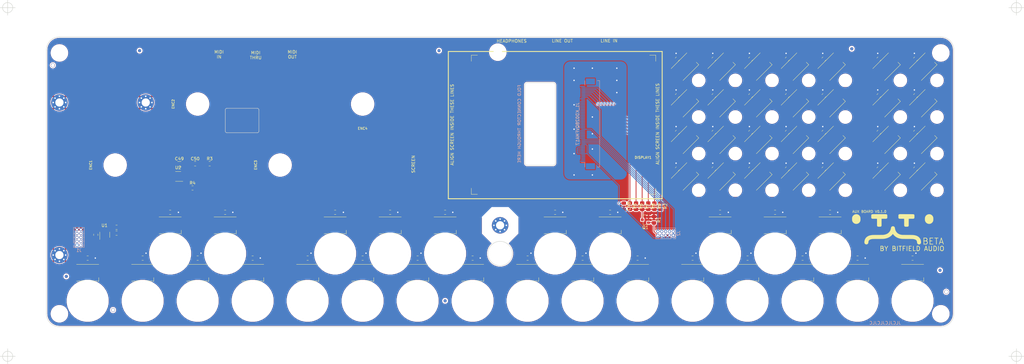
<source format=kicad_pcb>
(kicad_pcb (version 20171130) (host pcbnew 5.1.6)
  (layers (0 F.Cu signal) (31 B.Cu signal) (34 B.Paste user) (35 F.Paste user) (36 B.SilkS user) (37 F.SilkS user) (38 B.Mask user) (39 F.Mask user) (44 Edge.Cuts user))
  (net 0 "")
  (net 1 GND)
  (net 2 BL_PWM)
  (net 3 "Net-(LED1-Pad1)")
  (net 4 "Net-(LED2-Pad1)")
  (net 5 "Net-(LED3-Pad1)")
  (net 6 "Net-(LED4-Pad1)")
  (net 7 "Net-(LED5-Pad1)")
  (net 8 "Net-(LED6-Pad1)")
  (net 9 "Net-(LED7-Pad1)")
  (net 10 "Net-(LED8-Pad1)")
  (net 11 "Net-(LED10-Pad4)")
  (net 12 "Net-(LED10-Pad1)")
  (net 13 "Net-(LED11-Pad1)")
  (net 14 "Net-(LED12-Pad1)")
  (net 15 "Net-(LED13-Pad1)")
  (net 16 "Net-(LED14-Pad1)")
  (net 17 "Net-(LED15-Pad1)")
  (net 18 "Net-(LED17-Pad1)")
  (net 19 "Net-(LED18-Pad1)")
  (net 20 "Net-(LED19-Pad1)")
  (net 21 "Net-(LED20-Pad1)")
  (net 22 "Net-(LED21-Pad1)")
  (net 23 "Net-(LED22-Pad1)")
  (net 24 "Net-(LED23-Pad1)")
  (net 25 "Net-(LED24-Pad1)")
  (net 26 "Net-(LED25-Pad1)")
  (net 27 "Net-(LED27-Pad1)")
  (net 28 "Net-(LED28-Pad1)")
  (net 29 "Net-(LED29-Pad1)")
  (net 30 "Net-(LED30-Pad1)")
  (net 31 "Net-(LED31-Pad1)")
  (net 32 "Net-(LED32-Pad1)")
  (net 33 "Net-(LED33-Pad1)")
  (net 34 "Net-(LED34-Pad1)")
  (net 35 "Net-(LED35-Pad4)")
  (net 36 "Net-(LED36-Pad4)")
  (net 37 "Net-(LED37-Pad4)")
  (net 38 "Net-(LED38-Pad4)")
  (net 39 "Net-(LED39-Pad4)")
  (net 40 "Net-(LED41-Pad1)")
  (net 41 "Net-(LED42-Pad1)")
  (net 42 "Net-(LED43-Pad1)")
  (net 43 "Net-(LED44-Pad1)")
  (net 44 "Net-(LED46-Pad1)")
  (net 45 "Net-(LED34-Pad4)")
  (net 46 "Net-(LED45-Pad1)")
  (net 47 +5V_LEDS)
  (net 48 "Net-(LED48-Pad1)")
  (net 49 "Net-(LED49-Pad1)")
  (net 50 "Net-(LED50-Pad1)")
  (net 51 "Net-(LED51-Pad1)")
  (net 52 "Net-(LED52-Pad1)")
  (net 53 "Net-(LED53-Pad1)")
  (net 54 3V3)
  (net 55 +5V_REG)
  (net 56 "Net-(C50-Pad1)")
  (net 57 /LEDs/LED_CONN1)
  (net 58 /LEDs/LED_CONN2)
  (net 59 /LEDs/LED_IN)
  (net 60 /LEDs/LED_CONN3)
  (net 61 LED_PWR_EN)
  (net 62 "Net-(R4-Pad2)")
  (net 63 /LEDs/SPI_MOSI_MCU_5V)
  (net 64 /SPI_MOSI_MCU)
  (net 65 SPI_MOSI_RASPI)
  (net 66 RESET)
  (net 67 SPI_SCLK_RASPI)
  (net 68 SPI_CS_RASPI)
  (net 69 5V_BACKLIGHT)
  (net 70 "Net-(J1_KD028QVFMA17-Pad49)")
  (net 71 "Net-(J1_KD028QVFMA17-Pad48)")
  (net 72 "Net-(J1_KD028QVFMA17-Pad47)")
  (net 73 "Net-(J1_KD028QVFMA17-Pad46)")
  (net 74 "Net-(J1_KD028QVFMA17-Pad45)")
  (net 75 "Net-(J1_KD028QVFMA17-Pad44)")
  (net 76 "Net-(Q1-Pad3)")
  (module OTTO_Footprints_Lib:otto_logo_small (layer F.Cu) (at 289.8 72.85)
    (fp_text reference G*** hide)
    (fp_text value otto_logo hide)
  )
  (module OTTO_Footprints_Lib:ALPS_EC11 (layer F.Cu) (at 35.2 51.6)
    (fp_text reference ENC1 (at -8 0 90) (layer F.SilkS) (effects (font (size 0.8 0.8))))
    (fp_text value "ALPS EC11E183440C")
    (pad "" np_thru_hole circle (at 0 0) (size 7.2 7.2) (drill 7.2) (layers *.Cu *.Mask))
  )
  (module OTTO_Footprints_Lib:ALPS_EC11 (layer F.Cu) (at 89.2 51.6)
    (fp_text reference ENC3 (at -8 0 90) (layer F.SilkS) (effects (font (size 0.8 0.8))))
    (fp_text value "ALPS EC11E183440C")
    (pad "" np_thru_hole circle (at 0 0) (size 7.2 7.2) (drill 7.2) (layers *.Cu *.Mask))
  )
  (module OTTO_Footprints_Lib:ALPS_EC11 (layer F.Cu) (at 62.2 31.6)
    (fp_text reference ENC2 (at -8 0 90) (layer F.SilkS) (effects (font (size 0.8 0.8))))
    (fp_text value "ALPS EC11E183440C")
    (pad "" np_thru_hole circle (at 0 0) (size 7.2 7.2) (drill 7.2) (layers *.Cu *.Mask))
  )
  (module OTTO_Footprints_Lib:ALPS_EC11 (layer F.Cu) (at 116.2 31.6 90)
    (fp_text reference ENC4 (at -8 0 180) (layer F.SilkS) (effects (font (size 0.8 0.8))))
    (fp_text value "ALPS EC11E183440C")
    (pad "" np_thru_hole circle (at 0 0 90) (size 7.2 7.2) (drill 7.2) (layers *.Cu *.Mask))
  )
  (module Resistor_SMD:R_0805_2012Metric_Pad1.15x1.40mm_HandSolder (layer F.Cu) (at 211.551041 69.54 270)
    (fp_text reference R1 (at 0 -1.65 90) (layer F.SilkS))
    (fp_text value 47k)
    (pad 2 smd roundrect (at 1.025 0 270) (size 1.15 1.4) (layers F.Cu F.Paste F.Mask) (roundrect_rratio 0.217391) (net 2 BL_PWM))
    (pad 1 smd roundrect (at -1.025 0 270) (size 1.15 1.4) (layers F.Cu F.Paste F.Mask) (roundrect_rratio 0.217391) (net 1 GND))
  )
  (module OTTO_Footprints_Lib:2.8_INCH_IPS_DISPLAY (layer F.Cu) (at 179.251041 25.386218 180)
    (fp_text reference DISPLAY1 (at -28.75 -23.75) (layer F.SilkS) (effects (font (size 0.8 0.8))))
    (fp_text value "2.8 Inch IPS Display, SPI Interface")
    (fp_text user "FOLD CONNECTOR THROUGH HERE" (at 11.75 -12.75 90) (layer B.SilkS) (effects (justify mirror)))
    (fp_text user "ALIGN SCREEN INSIDE THESE LINES\n" (at 33.75 -13 90) (layer F.SilkS))
    (fp_text user "ALIGN SCREEN INSIDE THESE LINES\n" (at -33.5 -12.75 270) (layer F.SilkS))
  )
  (module Resistor_SMD:R_0805_2012Metric_Pad1.15x1.40mm_HandSolder (layer F.Cu) (at 211.7 65.1 270)
    (fp_text reference R9 (at 0 -1.65 90) (layer F.SilkS))
    (fp_text value 90)
    (pad 2 smd roundrect (at 1.025 0 270) (size 1.15 1.4) (layers F.Cu F.Paste F.Mask) (roundrect_rratio 0.217391) (net 76 "Net-(Q1-Pad3)"))
    (pad 1 smd roundrect (at -1.025 0 270) (size 1.15 1.4) (layers F.Cu F.Paste F.Mask) (roundrect_rratio 0.217391) (net 71 "Net-(J1_KD028QVFMA17-Pad48)"))
  )
  (module Resistor_SMD:R_0805_2012Metric_Pad1.15x1.40mm_HandSolder (layer F.Cu) (at 209.7 65.1 270)
    (fp_text reference R8 (at 0 -1.65 90) (layer F.SilkS))
    (fp_text value 90)
    (pad 2 smd roundrect (at 1.025 0 270) (size 1.15 1.4) (layers F.Cu F.Paste F.Mask) (roundrect_rratio 0.217391) (net 76 "Net-(Q1-Pad3)"))
    (pad 1 smd roundrect (at -1.025 0 270) (size 1.15 1.4) (layers F.Cu F.Paste F.Mask) (roundrect_rratio 0.217391) (net 72 "Net-(J1_KD028QVFMA17-Pad47)"))
  )
  (module Resistor_SMD:R_0805_2012Metric_Pad1.15x1.40mm_HandSolder (layer F.Cu) (at 207.7 65.1 270)
    (fp_text reference R7 (at 0 -1.65 90) (layer F.SilkS))
    (fp_text value 90)
    (pad 2 smd roundrect (at 1.025 0 270) (size 1.15 1.4) (layers F.Cu F.Paste F.Mask) (roundrect_rratio 0.217391) (net 76 "Net-(Q1-Pad3)"))
    (pad 1 smd roundrect (at -1.025 0 270) (size 1.15 1.4) (layers F.Cu F.Paste F.Mask) (roundrect_rratio 0.217391) (net 73 "Net-(J1_KD028QVFMA17-Pad46)"))
  )
  (module Resistor_SMD:R_0805_2012Metric_Pad1.15x1.40mm_HandSolder (layer F.Cu) (at 205.7 65.1 270)
    (fp_text reference R6 (at 0 -1.65 90) (layer F.SilkS))
    (fp_text value 90)
    (pad 2 smd roundrect (at 1.025 0 270) (size 1.15 1.4) (layers F.Cu F.Paste F.Mask) (roundrect_rratio 0.217391) (net 76 "Net-(Q1-Pad3)"))
    (pad 1 smd roundrect (at -1.025 0 270) (size 1.15 1.4) (layers F.Cu F.Paste F.Mask) (roundrect_rratio 0.217391) (net 74 "Net-(J1_KD028QVFMA17-Pad45)"))
  )
  (module Resistor_SMD:R_0805_2012Metric_Pad1.15x1.40mm_HandSolder (layer F.Cu) (at 203.7 65.1 270)
    (fp_text reference R5 (at 0 -1.65 90) (layer F.SilkS))
    (fp_text value 90)
    (pad 2 smd roundrect (at 1.025 0 270) (size 1.15 1.4) (layers F.Cu F.Paste F.Mask) (roundrect_rratio 0.217391) (net 76 "Net-(Q1-Pad3)"))
    (pad 1 smd roundrect (at -1.025 0 270) (size 1.15 1.4) (layers F.Cu F.Paste F.Mask) (roundrect_rratio 0.217391) (net 75 "Net-(J1_KD028QVFMA17-Pad44)"))
  )
  (module Connector_PinHeader_1.27mm:PinHeader_2x05_P1.27mm_Vertical (layer B.Cu) (at 217.901041 74.62 90)
    (fp_text reference J2 (at 0.635 1.695 -90) (layer B.SilkS) (effects (justify mirror)))
    (fp_text value Conn_02x05_Odd_Even)
    (pad 10 thru_hole oval (at 1.27 -5.08 90) (size 1 1) (drill 0.65) (layers *.Cu *.Mask) (net 66 RESET))
    (pad 9 thru_hole oval (at 0 -5.08 90) (size 1 1) (drill 0.65) (layers *.Cu *.Mask) (net 2 BL_PWM))
    (pad 8 thru_hole oval (at 1.27 -3.81 90) (size 1 1) (drill 0.65) (layers *.Cu *.Mask) (net 68 SPI_CS_RASPI))
    (pad 7 thru_hole oval (at 0 -3.81 90) (size 1 1) (drill 0.65) (layers *.Cu *.Mask) (net 54 3V3))
    (pad 6 thru_hole oval (at 1.27 -2.54 90) (size 1 1) (drill 0.65) (layers *.Cu *.Mask) (net 67 SPI_SCLK_RASPI))
    (pad 5 thru_hole oval (at 0 -2.54 90) (size 1 1) (drill 0.65) (layers *.Cu *.Mask) (net 1 GND))
    (pad 4 thru_hole oval (at 1.27 -1.27 90) (size 1 1) (drill 0.65) (layers *.Cu *.Mask) (net 65 SPI_MOSI_RASPI))
    (pad 3 thru_hole oval (at 0 -1.27 90) (size 1 1) (drill 0.65) (layers *.Cu *.Mask) (net 1 GND))
    (pad 2 thru_hole oval (at 1.27 0 90) (size 1 1) (drill 0.65) (layers *.Cu *.Mask) (net 69 5V_BACKLIGHT))
    (pad 1 thru_hole rect (at 0 0 90) (size 1 1) (drill 0.65) (layers *.Cu *.Mask) (net 69 5V_BACKLIGHT))
  )
  (module Connector_PinHeader_1.27mm:PinHeader_2x05_P1.27mm_Vertical (layer B.Cu) (at 22.7 77.85)
    (fp_text reference J1 (at 0.635 1.695) (layer B.SilkS) (effects (justify mirror)))
    (fp_text value Conn_02x05_Odd_Even)
    (pad 10 thru_hole oval (at 1.27 -5.08) (size 1 1) (drill 0.65) (layers *.Cu *.Mask) (net 1 GND))
    (pad 9 thru_hole oval (at 0 -5.08) (size 1 1) (drill 0.65) (layers *.Cu *.Mask) (net 1 GND))
    (pad 8 thru_hole oval (at 1.27 -3.81) (size 1 1) (drill 0.65) (layers *.Cu *.Mask))
    (pad 7 thru_hole oval (at 0 -3.81) (size 1 1) (drill 0.65) (layers *.Cu *.Mask))
    (pad 6 thru_hole oval (at 1.27 -2.54) (size 1 1) (drill 0.65) (layers *.Cu *.Mask))
    (pad 5 thru_hole oval (at 0 -2.54) (size 1 1) (drill 0.65) (layers *.Cu *.Mask))
    (pad 4 thru_hole oval (at 1.27 -1.27) (size 1 1) (drill 0.65) (layers *.Cu *.Mask) (net 64 /SPI_MOSI_MCU))
    (pad 3 thru_hole oval (at 0 -1.27) (size 1 1) (drill 0.65) (layers *.Cu *.Mask) (net 61 LED_PWR_EN))
    (pad 2 thru_hole oval (at 1.27 0) (size 1 1) (drill 0.65) (layers *.Cu *.Mask) (net 55 +5V_REG))
    (pad 1 thru_hole rect (at 0 0) (size 1 1) (drill 0.65) (layers *.Cu *.Mask) (net 55 +5V_REG))
  )
  (module OTTO_Footprints_Lib:SOT-23-6 (layer F.Cu) (at 55.82 55.32)
    (fp_text reference U2 (at 0 -2.9) (layer F.SilkS))
    (fp_text value TPS22918_SOT23-6_A)
    (pad 1 smd rect (at 1.1 0.95 180) (size 1.06 0.65) (layers F.Cu F.Paste F.Mask) (net 55 +5V_REG))
    (pad 2 smd rect (at 1.1 0 180) (size 1.06 0.65) (layers F.Cu F.Paste F.Mask) (net 1 GND))
    (pad 3 smd rect (at 1.1 -0.95 180) (size 1.06 0.65) (layers F.Cu F.Paste F.Mask) (net 61 LED_PWR_EN))
    (pad 4 smd rect (at -1.1 -0.95 180) (size 1.06 0.65) (layers F.Cu F.Paste F.Mask) (net 56 "Net-(C50-Pad1)"))
    (pad 6 smd rect (at -1.1 0.95 180) (size 1.06 0.65) (layers F.Cu F.Paste F.Mask) (net 47 +5V_LEDS))
    (pad 5 smd rect (at -1.1 0 180) (size 1.06 0.65) (layers F.Cu F.Paste F.Mask) (net 62 "Net-(R4-Pad2)"))
  )
  (module Resistor_SMD:R_0805_2012Metric_Pad1.15x1.40mm_HandSolder (layer F.Cu) (at 60.52 59.12)
    (fp_text reference R4 (at 0 -1.65) (layer F.SilkS))
    (fp_text value 0)
    (pad 2 smd roundrect (at 1.025 0) (size 1.15 1.4) (layers F.Cu F.Paste F.Mask) (roundrect_rratio 0.217391) (net 62 "Net-(R4-Pad2)"))
    (pad 1 smd roundrect (at -1.025 0) (size 1.15 1.4) (layers F.Cu F.Paste F.Mask) (roundrect_rratio 0.217391) (net 47 +5V_LEDS))
  )
  (module Resistor_SMD:R_0805_2012Metric_Pad1.15x1.40mm_HandSolder (layer F.Cu) (at 66.13 51.18)
    (fp_text reference R3 (at 0 -1.65) (layer F.SilkS))
    (fp_text value 100k)
    (pad 2 smd roundrect (at 1.025 0) (size 1.15 1.4) (layers F.Cu F.Paste F.Mask) (roundrect_rratio 0.217391) (net 1 GND))
    (pad 1 smd roundrect (at -1.025 0) (size 1.15 1.4) (layers F.Cu F.Paste F.Mask) (roundrect_rratio 0.217391) (net 61 LED_PWR_EN))
  )
  (module Resistor_SMD:R_0805_2012Metric_Pad1.15x1.40mm_HandSolder (layer F.Cu) (at 213.7 65.1 270)
    (fp_text reference R2 (at 0 -1.65 90) (layer F.SilkS))
    (fp_text value 90)
    (pad 2 smd roundrect (at 1.025 0 270) (size 1.15 1.4) (layers F.Cu F.Paste F.Mask) (roundrect_rratio 0.217391) (net 76 "Net-(Q1-Pad3)"))
    (pad 1 smd roundrect (at -1.025 0 270) (size 1.15 1.4) (layers F.Cu F.Paste F.Mask) (roundrect_rratio 0.217391) (net 70 "Net-(J1_KD028QVFMA17-Pad49)"))
  )
  (module Package_TO_SOT_SMD:SOT-23 (layer F.Cu) (at 208.757041 69.54 180)
    (fp_text reference Q1 (at 0 -2.5) (layer F.SilkS))
    (fp_text value AO3400A)
    (pad 3 smd rect (at 1 0 180) (size 0.9 0.8) (layers F.Cu F.Paste F.Mask) (net 76 "Net-(Q1-Pad3)"))
    (pad 2 smd rect (at -1 0.95 180) (size 0.9 0.8) (layers F.Cu F.Paste F.Mask) (net 1 GND))
    (pad 1 smd rect (at -1 -0.95 180) (size 0.9 0.8) (layers F.Cu F.Paste F.Mask) (net 2 BL_PWM))
  )
  (module Capacitor_SMD:C_0805_2012Metric_Pad1.15x1.40mm_HandSolder (layer F.Cu) (at 61.38 51.18)
    (fp_text reference C50 (at 0 -1.65) (layer F.SilkS))
    (fp_text value 10nF)
    (pad 2 smd roundrect (at 1.025 0) (size 1.15 1.4) (layers F.Cu F.Paste F.Mask) (roundrect_rratio 0.217391) (net 1 GND))
    (pad 1 smd roundrect (at -1.025 0) (size 1.15 1.4) (layers F.Cu F.Paste F.Mask) (roundrect_rratio 0.217391) (net 56 "Net-(C50-Pad1)"))
  )
  (module Capacitor_SMD:C_1206_3216Metric (layer F.Cu) (at 56.2 51.35)
    (fp_text reference C49 (at 0 -1.82) (layer F.SilkS))
    (fp_text value 47uF)
    (pad 2 smd roundrect (at 1.4 0) (size 1.25 1.75) (layers F.Cu F.Paste F.Mask) (roundrect_rratio 0.2) (net 1 GND))
    (pad 1 smd roundrect (at -1.4 0) (size 1.25 1.75) (layers F.Cu F.Paste F.Mask) (roundrect_rratio 0.2) (net 55 +5V_REG))
  )
  (module Capacitor_SMD:C_0805_2012Metric_Pad1.15x1.40mm_HandSolder (layer F.Cu) (at 26.2 82.1 180)
    (fp_text reference C1 hide)
    (fp_text value 100nF)
    (pad 2 smd roundrect (at 1.025 0 180) (size 1.15 1.4) (layers F.Cu F.Paste F.Mask) (roundrect_rratio 0.217391) (net 1 GND))
    (pad 1 smd roundrect (at -1.025 0 180) (size 1.15 1.4) (layers F.Cu F.Paste F.Mask) (roundrect_rratio 0.217391) (net 47 +5V_LEDS))
  )
  (module Capacitor_SMD:C_0805_2012Metric_Pad1.15x1.40mm_HandSolder (layer F.Cu) (at 28.85 74.45 270)
    (fp_text reference C78 hide)
    (fp_text value 100nF)
    (pad 2 smd roundrect (at 1.025 0 270) (size 1.15 1.4) (layers F.Cu F.Paste F.Mask) (roundrect_rratio 0.217391) (net 1 GND))
    (pad 1 smd roundrect (at -1.025 0 270) (size 1.15 1.4) (layers F.Cu F.Paste F.Mask) (roundrect_rratio 0.217391) (net 47 +5V_LEDS))
  )
  (module Resistor_SMD:R_0805_2012Metric_Pad1.15x1.40mm_HandSolder (layer F.Cu) (at 35.65 72 180)
    (fp_text reference R208 hide)
    (fp_text value 100)
    (pad 2 smd roundrect (at 1.025 0 180) (size 1.15 1.4) (layers F.Cu F.Paste F.Mask) (roundrect_rratio 0.217391) (net 63 /LEDs/SPI_MOSI_MCU_5V))
    (pad 1 smd roundrect (at -1.025 0 180) (size 1.15 1.4) (layers F.Cu F.Paste F.Mask) (roundrect_rratio 0.217391) (net 59 /LEDs/LED_IN))
  )
  (module Resistor_SMD:R_0805_2012Metric_Pad1.15x1.40mm_HandSolder (layer F.Cu) (at 35.65 73.9)
    (fp_text reference R11 hide)
    (fp_text value 100k)
    (pad 2 smd roundrect (at 1.025 0) (size 1.15 1.4) (layers F.Cu F.Paste F.Mask) (roundrect_rratio 0.217391) (net 1 GND))
    (pad 1 smd roundrect (at -1.025 0) (size 1.15 1.4) (layers F.Cu F.Paste F.Mask) (roundrect_rratio 0.217391) (net 63 /LEDs/SPI_MOSI_MCU_5V))
  )
  (module Capacitor_SMD:C_0805_2012Metric_Pad1.15x1.40mm_HandSolder (layer F.Cu) (at 297.2 16.85 225)
    (fp_text reference C105 hide)
    (fp_text value 100nF)
    (pad 2 smd roundrect (at 1.025 0 225) (size 1.15 1.4) (layers F.Cu F.Paste F.Mask) (roundrect_rratio 0.217391) (net 1 GND))
    (pad 1 smd roundrect (at -1.025 0 225) (size 1.15 1.4) (layers F.Cu F.Paste F.Mask) (roundrect_rratio 0.217391) (net 47 +5V_LEDS))
  )
  (module Capacitor_SMD:C_0805_2012Metric_Pad1.15x1.40mm_HandSolder (layer F.Cu) (at 285.2 16.85 225)
    (fp_text reference C104 hide)
    (fp_text value 100nF)
    (pad 2 smd roundrect (at 1.025 0 225) (size 1.15 1.4) (layers F.Cu F.Paste F.Mask) (roundrect_rratio 0.217391) (net 1 GND))
    (pad 1 smd roundrect (at -1.025 0 225) (size 1.15 1.4) (layers F.Cu F.Paste F.Mask) (roundrect_rratio 0.217391) (net 47 +5V_LEDS))
  )
  (module Capacitor_SMD:C_0805_2012Metric_Pad1.15x1.40mm_HandSolder (layer F.Cu) (at 267.2 16.85 225)
    (fp_text reference C103 hide)
    (fp_text value 100nF)
    (pad 2 smd roundrect (at 1.025 0 225) (size 1.15 1.4) (layers F.Cu F.Paste F.Mask) (roundrect_rratio 0.217391) (net 1 GND))
    (pad 1 smd roundrect (at -1.025 0 225) (size 1.15 1.4) (layers F.Cu F.Paste F.Mask) (roundrect_rratio 0.217391) (net 47 +5V_LEDS))
  )
  (module Capacitor_SMD:C_0805_2012Metric_Pad1.15x1.40mm_HandSolder (layer F.Cu) (at 255.2 16.85 225)
    (fp_text reference C102 hide)
    (fp_text value 100nF)
    (pad 2 smd roundrect (at 1.025 0 225) (size 1.15 1.4) (layers F.Cu F.Paste F.Mask) (roundrect_rratio 0.217391) (net 1 GND))
    (pad 1 smd roundrect (at -1.025 0 225) (size 1.15 1.4) (layers F.Cu F.Paste F.Mask) (roundrect_rratio 0.217391) (net 47 +5V_LEDS))
  )
  (module Capacitor_SMD:C_0805_2012Metric_Pad1.15x1.40mm_HandSolder (layer F.Cu) (at 243.2 16.85 225)
    (fp_text reference C101 hide)
    (fp_text value 100nF)
    (pad 2 smd roundrect (at 1.025 0 225) (size 1.15 1.4) (layers F.Cu F.Paste F.Mask) (roundrect_rratio 0.217391) (net 1 GND))
    (pad 1 smd roundrect (at -1.025 0 225) (size 1.15 1.4) (layers F.Cu F.Paste F.Mask) (roundrect_rratio 0.217391) (net 47 +5V_LEDS))
  )
  (module Capacitor_SMD:C_0805_2012Metric_Pad1.15x1.40mm_HandSolder (layer F.Cu) (at 231.2 16.85 225)
    (fp_text reference C100 hide)
    (fp_text value 100nF)
    (pad 2 smd roundrect (at 1.025 0 225) (size 1.15 1.4) (layers F.Cu F.Paste F.Mask) (roundrect_rratio 0.217391) (net 1 GND))
    (pad 1 smd roundrect (at -1.025 0 225) (size 1.15 1.4) (layers F.Cu F.Paste F.Mask) (roundrect_rratio 0.217391) (net 47 +5V_LEDS))
  )
  (module Capacitor_SMD:C_0805_2012Metric_Pad1.15x1.40mm_HandSolder (layer F.Cu) (at 219.2 16.85 225)
    (fp_text reference C99 hide)
    (fp_text value 100nF)
    (pad 2 smd roundrect (at 1.025 0 225) (size 1.15 1.4) (layers F.Cu F.Paste F.Mask) (roundrect_rratio 0.217391) (net 1 GND))
    (pad 1 smd roundrect (at -1.025 0 225) (size 1.15 1.4) (layers F.Cu F.Paste F.Mask) (roundrect_rratio 0.217391) (net 47 +5V_LEDS))
  )
  (module OTTO_Footprints_Lib:ALPS_SKHC (layer F.Cu) (at 278.2 96.1 180)
    (fp_text reference SW15 (at 0 0 180) (layer F.SilkS))
    (fp_text value "ALPS SKHC")
    (pad "" np_thru_hole circle (at 0 0 180) (size 13.3 13.3) (drill 13.3) (layers *.Cu *.Mask))
  )
  (module OTTO_Footprints_Lib:ALPS_SKHC (layer F.Cu) (at 296.2 96.1 270)
    (fp_text reference SW16 (at 0 0 270) (layer F.SilkS))
    (fp_text value "ALPS SKHC")
    (pad "" np_thru_hole circle (at 0 0 270) (size 13.3 13.3) (drill 13.3) (layers *.Cu *.Mask))
  )
  (module OTTO_Footprints_Lib:ALPS_SKHC (layer F.Cu) (at 53.2 80.6 270)
    (fp_text reference SW17 (at 0 0 270) (layer F.SilkS))
    (fp_text value "ALPS SKHC")
    (pad "" np_thru_hole circle (at 0 0 270) (size 13.3 13.3) (drill 13.3) (layers *.Cu *.Mask))
  )
  (module OTTO_Footprints_Lib:ALPS_SKHC (layer F.Cu) (at 71.2 80.6 270)
    (fp_text reference SW18 (at 0 0 270) (layer F.SilkS))
    (fp_text value "ALPS SKHC")
    (pad "" np_thru_hole circle (at 0 0 270) (size 13.3 13.3) (drill 13.3) (layers *.Cu *.Mask))
  )
  (module OTTO_Footprints_Lib:ALPS_SKHC (layer F.Cu) (at 143.2 80.6 270)
    (fp_text reference SW21 (at 0 0 270) (layer F.SilkS))
    (fp_text value "ALPS SKHC")
    (pad "" np_thru_hole circle (at 0 0 270) (size 13.3 13.3) (drill 13.3) (layers *.Cu *.Mask))
  )
  (module OTTO_Footprints_Lib:ALPS_SKHC (layer F.Cu) (at 179.2 80.6 270)
    (fp_text reference SW22 (at 0 0 270) (layer F.SilkS))
    (fp_text value "ALPS SKHC")
    (pad "" np_thru_hole circle (at 0 0 270) (size 13.3 13.3) (drill 13.3) (layers *.Cu *.Mask))
  )
  (module OTTO_Footprints_Lib:ALPS_SKHC (layer F.Cu) (at 197.2 80.6 270)
    (fp_text reference SW23 (at 0 0 270) (layer F.SilkS))
    (fp_text value "ALPS SKHC")
    (pad "" np_thru_hole circle (at 0 0 270) (size 13.3 13.3) (drill 13.3) (layers *.Cu *.Mask))
  )
  (module OTTO_Footprints_Lib:ALPS_SKHC (layer F.Cu) (at 233.2 80.6 270)
    (fp_text reference SW24 (at 0 0 270) (layer F.SilkS))
    (fp_text value "ALPS SKHC")
    (pad "" np_thru_hole circle (at 0 0 270) (size 13.3 13.3) (drill 13.3) (layers *.Cu *.Mask))
  )
  (module OTTO_Footprints_Lib:6x6mm_Switch (layer F.Cu) (at 274.2 23.85 45)
    (fp_text reference SW54 hide)
    (fp_text value 6x6x13mm)
    (pad "" np_thru_hole circle (at 0 0 45) (size 4 4) (drill 4) (layers *.Cu *.Mask))
  )
  (module OTTO_Footprints_Lib:6x6mm_Switch (layer F.Cu) (at 292.2 23.85 45)
    (fp_text reference SW55 hide)
    (fp_text value 6x6x13mm)
    (pad "" np_thru_hole circle (at 0 0 45) (size 4 4) (drill 4) (layers *.Cu *.Mask))
  )
  (module OTTO_Footprints_Lib:6x6mm_Switch (layer F.Cu) (at 304.2 23.85 45)
    (fp_text reference SW56 hide)
    (fp_text value 6x6x13mm)
    (pad "" np_thru_hole circle (at 0 0 45) (size 4 4) (drill 4) (layers *.Cu *.Mask))
  )
  (module OTTO_Footprints_Lib:ALPS_SKHC (layer F.Cu) (at 26.2 96.1 270)
    (fp_text reference SW1 (at 0 0 270) (layer F.SilkS))
    (fp_text value "ALPS SKHC")
    (pad "" np_thru_hole circle (at 0 0 270) (size 13.3 13.3) (drill 13.3) (layers *.Cu *.Mask))
  )
  (module OTTO_Footprints_Lib:ALPS_SKHC (layer F.Cu) (at 44.2 96.1 180)
    (fp_text reference SW2 (at 0 0 180) (layer F.SilkS))
    (fp_text value "ALPS SKHC")
    (pad "" np_thru_hole circle (at 0 0 180) (size 13.3 13.3) (drill 13.3) (layers *.Cu *.Mask))
  )
  (module OTTO_Footprints_Lib:ALPS_SKHC (layer F.Cu) (at 62.2 96.1 180)
    (fp_text reference SW3 (at 0 0 180) (layer F.SilkS))
    (fp_text value "ALPS SKHC")
    (pad "" np_thru_hole circle (at 0 0 180) (size 13.3 13.3) (drill 13.3) (layers *.Cu *.Mask))
  )
  (module OTTO_Footprints_Lib:ALPS_SKHC (layer F.Cu) (at 80.2 96.1 180)
    (fp_text reference SW4 (at 0 0 180) (layer F.SilkS))
    (fp_text value "ALPS SKHC")
    (pad "" np_thru_hole circle (at 0 0 180) (size 13.3 13.3) (drill 13.3) (layers *.Cu *.Mask))
  )
  (module OTTO_Footprints_Lib:ALPS_SKHC (layer F.Cu) (at 98.2 96.1 180)
    (fp_text reference SW5 (at 0 0 180) (layer F.SilkS))
    (fp_text value "ALPS SKHC")
    (pad "" np_thru_hole circle (at 0 0 180) (size 13.3 13.3) (drill 13.3) (layers *.Cu *.Mask))
  )
  (module OTTO_Footprints_Lib:ALPS_SKHC (layer F.Cu) (at 116.2 96.1 180)
    (fp_text reference SW6 (at 0 0 180) (layer F.SilkS))
    (fp_text value "ALPS SKHC")
    (pad "" np_thru_hole circle (at 0 0 180) (size 13.3 13.3) (drill 13.3) (layers *.Cu *.Mask))
  )
  (module OTTO_Footprints_Lib:ALPS_SKHC (layer F.Cu) (at 134.2 96.1 180)
    (fp_text reference SW7 (at 0 0 180) (layer F.SilkS))
    (fp_text value "ALPS SKHC")
    (pad "" np_thru_hole circle (at 0 0 180) (size 13.3 13.3) (drill 13.3) (layers *.Cu *.Mask))
  )
  (module OTTO_Footprints_Lib:ALPS_SKHC (layer F.Cu) (at 152.2 96.1 180)
    (fp_text reference SW8 (at 0 0 180) (layer F.SilkS))
    (fp_text value "ALPS SKHC")
    (pad "" np_thru_hole circle (at 0 0 180) (size 13.3 13.3) (drill 13.3) (layers *.Cu *.Mask))
  )
  (module OTTO_Footprints_Lib:ALPS_SKHC (layer F.Cu) (at 170.2 96.1 180)
    (fp_text reference SW9 (at 0 0 180) (layer F.SilkS))
    (fp_text value "ALPS SKHC")
    (pad "" np_thru_hole circle (at 0 0 180) (size 13.3 13.3) (drill 13.3) (layers *.Cu *.Mask))
  )
  (module OTTO_Footprints_Lib:ALPS_SKHC (layer F.Cu) (at 188.2 96.1 180)
    (fp_text reference SW10 (at 0 0 180) (layer F.SilkS))
    (fp_text value "ALPS SKHC")
    (pad "" np_thru_hole circle (at 0 0 180) (size 13.3 13.3) (drill 13.3) (layers *.Cu *.Mask))
  )
  (module OTTO_Footprints_Lib:ALPS_SKHC (layer F.Cu) (at 206.2 96.1 180)
    (fp_text reference SW11 (at 0 0 180) (layer F.SilkS))
    (fp_text value "ALPS SKHC")
    (pad "" np_thru_hole circle (at 0 0 180) (size 13.3 13.3) (drill 13.3) (layers *.Cu *.Mask))
  )
  (module OTTO_Footprints_Lib:ALPS_SKHC (layer F.Cu) (at 224.2 96.1 180)
    (fp_text reference SW12 (at 0 0 180) (layer F.SilkS))
    (fp_text value "ALPS SKHC")
    (pad "" np_thru_hole circle (at 0 0 180) (size 13.3 13.3) (drill 13.3) (layers *.Cu *.Mask))
  )
  (module OTTO_Footprints_Lib:ALPS_SKHC (layer F.Cu) (at 242.2 96.1 180)
    (fp_text reference SW13 (at 0 0 180) (layer F.SilkS))
    (fp_text value "ALPS SKHC")
    (pad "" np_thru_hole circle (at 0 0 180) (size 13.3 13.3) (drill 13.3) (layers *.Cu *.Mask))
  )
  (module OTTO_Footprints_Lib:ALPS_SKHC (layer F.Cu) (at 260.2 96.1 180)
    (fp_text reference SW14 (at 0 0 180) (layer F.SilkS))
    (fp_text value "ALPS SKHC")
    (pad "" np_thru_hole circle (at 0 0 180) (size 13.3 13.3) (drill 13.3) (layers *.Cu *.Mask))
  )
  (module OTTO_Footprints_Lib:ALPS_SKHC (layer F.Cu) (at 107.2 80.6 270)
    (fp_text reference SW19 (at 0 0 270) (layer F.SilkS))
    (fp_text value "ALPS SKHC")
    (pad "" np_thru_hole circle (at 0 0 270) (size 13.3 13.3) (drill 13.3) (layers *.Cu *.Mask))
  )
  (module OTTO_Footprints_Lib:ALPS_SKHC (layer F.Cu) (at 125.2 80.6 270)
    (fp_text reference SW20 (at 0 0 270) (layer F.SilkS))
    (fp_text value "ALPS SKHC")
    (pad "" np_thru_hole circle (at 0 0 270) (size 13.3 13.3) (drill 13.3) (layers *.Cu *.Mask))
  )
  (module OTTO_Footprints_Lib:ALPS_SKHC (layer F.Cu) (at 251.2 80.6 270)
    (fp_text reference SW25 (at 0 0 270) (layer F.SilkS))
    (fp_text value "ALPS SKHC")
    (pad "" np_thru_hole circle (at 0 0 270) (size 13.3 13.3) (drill 13.3) (layers *.Cu *.Mask))
  )
  (module OTTO_Footprints_Lib:ALPS_SKHC (layer F.Cu) (at 269.2 80.6 270)
    (fp_text reference SW26 (at 0 0 270) (layer F.SilkS))
    (fp_text value "ALPS SKHC")
    (pad "" np_thru_hole circle (at 0 0 270) (size 13.3 13.3) (drill 13.3) (layers *.Cu *.Mask))
  )
  (module OTTO_Footprints_Lib:6x6mm_Switch (layer F.Cu) (at 226.2 23.85 45)
    (fp_text reference SW50 hide)
    (fp_text value 6x6x13mm)
    (pad "" np_thru_hole circle (at 0 0 45) (size 4 4) (drill 4) (layers *.Cu *.Mask))
  )
  (module OTTO_Footprints_Lib:6x6mm_Switch (layer F.Cu) (at 238.2 23.85 45)
    (fp_text reference SW51 hide)
    (fp_text value 6x6x13mm)
    (pad "" np_thru_hole circle (at 0 0 45) (size 4 4) (drill 4) (layers *.Cu *.Mask))
  )
  (module OTTO_Footprints_Lib:6x6mm_Switch (layer F.Cu) (at 250.2 23.85 45)
    (fp_text reference SW52 hide)
    (fp_text value 6x6x13mm)
    (pad "" np_thru_hole circle (at 0 0 45) (size 4 4) (drill 4) (layers *.Cu *.Mask))
  )
  (module OTTO_Footprints_Lib:6x6mm_Switch (layer F.Cu) (at 262.2 23.85 45)
    (fp_text reference SW53 hide)
    (fp_text value 6x6x13mm)
    (pad "" np_thru_hole circle (at 0 0 45) (size 4 4) (drill 4) (layers *.Cu *.Mask))
  )
  (module OTTO_Footprints_Lib:LED_WS2812B_PLCC4_5.0x5.0mm_P3.2mm (layer F.Cu) (at 299.7 19.35 225)
    (fp_text reference LED54 hide)
    (fp_text value WS2812D-5)
    (pad 1 smd rect (at -2.45 -1.6 225) (size 1.5 1) (layers F.Cu F.Paste F.Mask))
    (pad 2 smd rect (at -2.45 1.6 225) (size 1.5 1) (layers F.Cu F.Paste F.Mask) (net 47 +5V_LEDS))
    (pad 4 smd rect (at 2.45 -1.6 225) (size 1.5 1) (layers F.Cu F.Paste F.Mask) (net 53 "Net-(LED53-Pad1)"))
    (pad 3 smd rect (at 2.45 1.6 225) (size 1.5 1) (layers F.Cu F.Paste F.Mask) (net 1 GND))
  )
  (module OTTO_Footprints_Lib:LED_WS2812B_PLCC4_5.0x5.0mm_P3.2mm (layer F.Cu) (at 287.7 19.35 225)
    (fp_text reference LED53 hide)
    (fp_text value WS2812D-5)
    (pad 1 smd rect (at -2.45 -1.6 225) (size 1.5 1) (layers F.Cu F.Paste F.Mask) (net 53 "Net-(LED53-Pad1)"))
    (pad 2 smd rect (at -2.45 1.6 225) (size 1.5 1) (layers F.Cu F.Paste F.Mask) (net 47 +5V_LEDS))
    (pad 4 smd rect (at 2.45 -1.6 225) (size 1.5 1) (layers F.Cu F.Paste F.Mask) (net 52 "Net-(LED52-Pad1)"))
    (pad 3 smd rect (at 2.45 1.6 225) (size 1.5 1) (layers F.Cu F.Paste F.Mask) (net 1 GND))
  )
  (module OTTO_Footprints_Lib:LED_WS2812B_PLCC4_5.0x5.0mm_P3.2mm (layer F.Cu) (at 269.7 19.35 225)
    (fp_text reference LED52 hide)
    (fp_text value WS2812D-5)
    (pad 1 smd rect (at -2.45 -1.6 225) (size 1.5 1) (layers F.Cu F.Paste F.Mask) (net 52 "Net-(LED52-Pad1)"))
    (pad 2 smd rect (at -2.45 1.6 225) (size 1.5 1) (layers F.Cu F.Paste F.Mask) (net 47 +5V_LEDS))
    (pad 4 smd rect (at 2.45 -1.6 225) (size 1.5 1) (layers F.Cu F.Paste F.Mask) (net 51 "Net-(LED51-Pad1)"))
    (pad 3 smd rect (at 2.45 1.6 225) (size 1.5 1) (layers F.Cu F.Paste F.Mask) (net 1 GND))
  )
  (module OTTO_Footprints_Lib:LED_WS2812B_PLCC4_5.0x5.0mm_P3.2mm (layer F.Cu) (at 257.7 19.35 225)
    (fp_text reference LED51 hide)
    (fp_text value WS2812D-5)
    (pad 1 smd rect (at -2.45 -1.6 225) (size 1.5 1) (layers F.Cu F.Paste F.Mask) (net 51 "Net-(LED51-Pad1)"))
    (pad 2 smd rect (at -2.45 1.6 225) (size 1.5 1) (layers F.Cu F.Paste F.Mask) (net 47 +5V_LEDS))
    (pad 4 smd rect (at 2.45 -1.6 225) (size 1.5 1) (layers F.Cu F.Paste F.Mask) (net 50 "Net-(LED50-Pad1)"))
    (pad 3 smd rect (at 2.45 1.6 225) (size 1.5 1) (layers F.Cu F.Paste F.Mask) (net 1 GND))
  )
  (module OTTO_Footprints_Lib:LED_WS2812B_PLCC4_5.0x5.0mm_P3.2mm (layer F.Cu) (at 245.7 19.35 225)
    (fp_text reference LED50 hide)
    (fp_text value WS2812D-5)
    (pad 1 smd rect (at -2.45 -1.6 225) (size 1.5 1) (layers F.Cu F.Paste F.Mask) (net 50 "Net-(LED50-Pad1)"))
    (pad 2 smd rect (at -2.45 1.6 225) (size 1.5 1) (layers F.Cu F.Paste F.Mask) (net 47 +5V_LEDS))
    (pad 4 smd rect (at 2.45 -1.6 225) (size 1.5 1) (layers F.Cu F.Paste F.Mask) (net 49 "Net-(LED49-Pad1)"))
    (pad 3 smd rect (at 2.45 1.6 225) (size 1.5 1) (layers F.Cu F.Paste F.Mask) (net 1 GND))
  )
  (module OTTO_Footprints_Lib:LED_WS2812B_PLCC4_5.0x5.0mm_P3.2mm (layer F.Cu) (at 233.7 19.35 225)
    (fp_text reference LED49 hide)
    (fp_text value WS2812D-5)
    (pad 1 smd rect (at -2.45 -1.6 225) (size 1.5 1) (layers F.Cu F.Paste F.Mask) (net 49 "Net-(LED49-Pad1)"))
    (pad 2 smd rect (at -2.45 1.6 225) (size 1.5 1) (layers F.Cu F.Paste F.Mask) (net 47 +5V_LEDS))
    (pad 4 smd rect (at 2.45 -1.6 225) (size 1.5 1) (layers F.Cu F.Paste F.Mask) (net 48 "Net-(LED48-Pad1)"))
    (pad 3 smd rect (at 2.45 1.6 225) (size 1.5 1) (layers F.Cu F.Paste F.Mask) (net 1 GND))
  )
  (module OTTO_Footprints_Lib:LED_WS2812B_PLCC4_5.0x5.0mm_P3.2mm (layer F.Cu) (at 221.7 19.35 225)
    (fp_text reference LED48 hide)
    (fp_text value WS2812D-5)
    (pad 1 smd rect (at -2.45 -1.6 225) (size 1.5 1) (layers F.Cu F.Paste F.Mask) (net 48 "Net-(LED48-Pad1)"))
    (pad 2 smd rect (at -2.45 1.6 225) (size 1.5 1) (layers F.Cu F.Paste F.Mask) (net 47 +5V_LEDS))
    (pad 4 smd rect (at 2.45 -1.6 225) (size 1.5 1) (layers F.Cu F.Paste F.Mask) (net 60 /LEDs/LED_CONN3))
    (pad 3 smd rect (at 2.45 1.6 225) (size 1.5 1) (layers F.Cu F.Paste F.Mask) (net 1 GND))
  )
  (module OTTO_Footprints_Lib:LED_WS2812B_PLCC4_5.0x5.0mm_P3.2mm (layer F.Cu) (at 287.7 43.35 225)
    (fp_text reference LED39 hide)
    (fp_text value WS2812D-5)
    (pad 1 smd rect (at -2.45 -1.6 225) (size 1.5 1) (layers F.Cu F.Paste F.Mask) (net 38 "Net-(LED38-Pad4)"))
    (pad 2 smd rect (at -2.45 1.6 225) (size 1.5 1) (layers F.Cu F.Paste F.Mask) (net 47 +5V_LEDS))
    (pad 4 smd rect (at 2.45 -1.6 225) (size 1.5 1) (layers F.Cu F.Paste F.Mask) (net 39 "Net-(LED39-Pad4)"))
    (pad 3 smd rect (at 2.45 1.6 225) (size 1.5 1) (layers F.Cu F.Paste F.Mask) (net 1 GND))
  )
  (module OTTO_Footprints_Lib:LED_WS2812B_PLCC4_5.0x5.0mm_P3.2mm (layer F.Cu) (at 221.7 43.35 225)
    (fp_text reference LED34 hide)
    (fp_text value WS2812D-5)
    (pad 1 smd rect (at -2.45 -1.6 225) (size 1.5 1) (layers F.Cu F.Paste F.Mask) (net 34 "Net-(LED34-Pad1)"))
    (pad 2 smd rect (at -2.45 1.6 225) (size 1.5 1) (layers F.Cu F.Paste F.Mask) (net 47 +5V_LEDS))
    (pad 4 smd rect (at 2.45 -1.6 225) (size 1.5 1) (layers F.Cu F.Paste F.Mask) (net 45 "Net-(LED34-Pad4)"))
    (pad 3 smd rect (at 2.45 1.6 225) (size 1.5 1) (layers F.Cu F.Paste F.Mask) (net 1 GND))
  )
  (module OTTO_Footprints_Lib:LED_WS2812B_PLCC4_5.0x5.0mm_P3.2mm (layer F.Cu) (at 296.2 86.886218 180)
    (fp_text reference LED16 hide)
    (fp_text value WS2812D-5)
    (pad 1 smd rect (at -2.45 -1.6 180) (size 1.5 1) (layers F.Cu F.Paste F.Mask) (net 58 /LEDs/LED_CONN2))
    (pad 2 smd rect (at -2.45 1.6 180) (size 1.5 1) (layers F.Cu F.Paste F.Mask) (net 47 +5V_LEDS))
    (pad 4 smd rect (at 2.45 -1.6 180) (size 1.5 1) (layers F.Cu F.Paste F.Mask) (net 17 "Net-(LED15-Pad1)"))
    (pad 3 smd rect (at 2.45 1.6 180) (size 1.5 1) (layers F.Cu F.Paste F.Mask) (net 1 GND))
  )
  (module OTTO_Footprints_Lib:LED_WS2812B_PLCC4_5.0x5.0mm_P3.2mm (layer F.Cu) (at 278.2 86.886218 180)
    (fp_text reference LED15 hide)
    (fp_text value WS2812D-5)
    (pad 1 smd rect (at -2.45 -1.6 180) (size 1.5 1) (layers F.Cu F.Paste F.Mask) (net 17 "Net-(LED15-Pad1)"))
    (pad 2 smd rect (at -2.45 1.6 180) (size 1.5 1) (layers F.Cu F.Paste F.Mask) (net 47 +5V_LEDS))
    (pad 4 smd rect (at 2.45 -1.6 180) (size 1.5 1) (layers F.Cu F.Paste F.Mask) (net 16 "Net-(LED14-Pad1)"))
    (pad 3 smd rect (at 2.45 1.6 180) (size 1.5 1) (layers F.Cu F.Paste F.Mask) (net 1 GND))
  )
  (module OTTO_Footprints_Lib:LED_WS2812B_PLCC4_5.0x5.0mm_P3.2mm (layer F.Cu) (at 260.2 86.886218 180)
    (fp_text reference LED14 hide)
    (fp_text value WS2812D-5)
    (pad 1 smd rect (at -2.45 -1.6 180) (size 1.5 1) (layers F.Cu F.Paste F.Mask) (net 16 "Net-(LED14-Pad1)"))
    (pad 2 smd rect (at -2.45 1.6 180) (size 1.5 1) (layers F.Cu F.Paste F.Mask) (net 47 +5V_LEDS))
    (pad 4 smd rect (at 2.45 -1.6 180) (size 1.5 1) (layers F.Cu F.Paste F.Mask) (net 15 "Net-(LED13-Pad1)"))
    (pad 3 smd rect (at 2.45 1.6 180) (size 1.5 1) (layers F.Cu F.Paste F.Mask) (net 1 GND))
  )
  (module OTTO_Footprints_Lib:LED_WS2812B_PLCC4_5.0x5.0mm_P3.2mm (layer F.Cu) (at 242.2 86.886218 180)
    (fp_text reference LED13 hide)
    (fp_text value WS2812D-5)
    (pad 1 smd rect (at -2.45 -1.6 180) (size 1.5 1) (layers F.Cu F.Paste F.Mask) (net 15 "Net-(LED13-Pad1)"))
    (pad 2 smd rect (at -2.45 1.6 180) (size 1.5 1) (layers F.Cu F.Paste F.Mask) (net 47 +5V_LEDS))
    (pad 4 smd rect (at 2.45 -1.6 180) (size 1.5 1) (layers F.Cu F.Paste F.Mask) (net 14 "Net-(LED12-Pad1)"))
    (pad 3 smd rect (at 2.45 1.6 180) (size 1.5 1) (layers F.Cu F.Paste F.Mask) (net 1 GND))
  )
  (module OTTO_Footprints_Lib:LED_WS2812B_PLCC4_5.0x5.0mm_P3.2mm (layer F.Cu) (at 224.2 86.886218 180)
    (fp_text reference LED12 hide)
    (fp_text value WS2812D-5)
    (pad 1 smd rect (at -2.45 -1.6 180) (size 1.5 1) (layers F.Cu F.Paste F.Mask) (net 14 "Net-(LED12-Pad1)"))
    (pad 2 smd rect (at -2.45 1.6 180) (size 1.5 1) (layers F.Cu F.Paste F.Mask) (net 47 +5V_LEDS))
    (pad 4 smd rect (at 2.45 -1.6 180) (size 1.5 1) (layers F.Cu F.Paste F.Mask) (net 13 "Net-(LED11-Pad1)"))
    (pad 3 smd rect (at 2.45 1.6 180) (size 1.5 1) (layers F.Cu F.Paste F.Mask) (net 1 GND))
  )
  (module OTTO_Footprints_Lib:LED_WS2812B_PLCC4_5.0x5.0mm_P3.2mm (layer F.Cu) (at 206.2 86.886218 180)
    (fp_text reference LED11 hide)
    (fp_text value WS2812D-5)
    (pad 1 smd rect (at -2.45 -1.6 180) (size 1.5 1) (layers F.Cu F.Paste F.Mask) (net 13 "Net-(LED11-Pad1)"))
    (pad 2 smd rect (at -2.45 1.6 180) (size 1.5 1) (layers F.Cu F.Paste F.Mask) (net 47 +5V_LEDS))
    (pad 4 smd rect (at 2.45 -1.6 180) (size 1.5 1) (layers F.Cu F.Paste F.Mask) (net 12 "Net-(LED10-Pad1)"))
    (pad 3 smd rect (at 2.45 1.6 180) (size 1.5 1) (layers F.Cu F.Paste F.Mask) (net 1 GND))
  )
  (module OTTO_Footprints_Lib:LED_WS2812B_PLCC4_5.0x5.0mm_P3.2mm (layer F.Cu) (at 188.2 86.886218 180)
    (fp_text reference LED10 hide)
    (fp_text value WS2812D-5)
    (pad 1 smd rect (at -2.45 -1.6 180) (size 1.5 1) (layers F.Cu F.Paste F.Mask) (net 12 "Net-(LED10-Pad1)"))
    (pad 2 smd rect (at -2.45 1.6 180) (size 1.5 1) (layers F.Cu F.Paste F.Mask) (net 47 +5V_LEDS))
    (pad 4 smd rect (at 2.45 -1.6 180) (size 1.5 1) (layers F.Cu F.Paste F.Mask) (net 11 "Net-(LED10-Pad4)"))
    (pad 3 smd rect (at 2.45 1.6 180) (size 1.5 1) (layers F.Cu F.Paste F.Mask) (net 1 GND))
  )
  (module OTTO_Footprints_Lib:LED_WS2812B_PLCC4_5.0x5.0mm_P3.2mm (layer F.Cu) (at 170.2 86.886218 180)
    (fp_text reference LED9 hide)
    (fp_text value WS2812D-5)
    (pad 1 smd rect (at -2.45 -1.6 180) (size 1.5 1) (layers F.Cu F.Paste F.Mask) (net 11 "Net-(LED10-Pad4)"))
    (pad 2 smd rect (at -2.45 1.6 180) (size 1.5 1) (layers F.Cu F.Paste F.Mask) (net 47 +5V_LEDS))
    (pad 4 smd rect (at 2.45 -1.6 180) (size 1.5 1) (layers F.Cu F.Paste F.Mask) (net 10 "Net-(LED8-Pad1)"))
    (pad 3 smd rect (at 2.45 1.6 180) (size 1.5 1) (layers F.Cu F.Paste F.Mask) (net 1 GND))
  )
  (module OTTO_Footprints_Lib:LED_WS2812B_PLCC4_5.0x5.0mm_P3.2mm (layer F.Cu) (at 152.2 86.886218 180)
    (fp_text reference LED8 hide)
    (fp_text value WS2812D-5)
    (pad 1 smd rect (at -2.45 -1.6 180) (size 1.5 1) (layers F.Cu F.Paste F.Mask) (net 10 "Net-(LED8-Pad1)"))
    (pad 2 smd rect (at -2.45 1.6 180) (size 1.5 1) (layers F.Cu F.Paste F.Mask) (net 47 +5V_LEDS))
    (pad 4 smd rect (at 2.45 -1.6 180) (size 1.5 1) (layers F.Cu F.Paste F.Mask) (net 9 "Net-(LED7-Pad1)"))
    (pad 3 smd rect (at 2.45 1.6 180) (size 1.5 1) (layers F.Cu F.Paste F.Mask) (net 1 GND))
  )
  (module OTTO_Footprints_Lib:LED_WS2812B_PLCC4_5.0x5.0mm_P3.2mm (layer F.Cu) (at 134.2 86.886218 180)
    (fp_text reference LED7 hide)
    (fp_text value WS2812D-5)
    (pad 1 smd rect (at -2.45 -1.6 180) (size 1.5 1) (layers F.Cu F.Paste F.Mask) (net 9 "Net-(LED7-Pad1)"))
    (pad 2 smd rect (at -2.45 1.6 180) (size 1.5 1) (layers F.Cu F.Paste F.Mask) (net 47 +5V_LEDS))
    (pad 4 smd rect (at 2.45 -1.6 180) (size 1.5 1) (layers F.Cu F.Paste F.Mask) (net 8 "Net-(LED6-Pad1)"))
    (pad 3 smd rect (at 2.45 1.6 180) (size 1.5 1) (layers F.Cu F.Paste F.Mask) (net 1 GND))
  )
  (module OTTO_Footprints_Lib:LED_WS2812B_PLCC4_5.0x5.0mm_P3.2mm (layer F.Cu) (at 116.2 86.886218 180)
    (fp_text reference LED6 hide)
    (fp_text value WS2812D-5)
    (pad 1 smd rect (at -2.45 -1.6 180) (size 1.5 1) (layers F.Cu F.Paste F.Mask) (net 8 "Net-(LED6-Pad1)"))
    (pad 2 smd rect (at -2.45 1.6 180) (size 1.5 1) (layers F.Cu F.Paste F.Mask) (net 47 +5V_LEDS))
    (pad 4 smd rect (at 2.45 -1.6 180) (size 1.5 1) (layers F.Cu F.Paste F.Mask) (net 7 "Net-(LED5-Pad1)"))
    (pad 3 smd rect (at 2.45 1.6 180) (size 1.5 1) (layers F.Cu F.Paste F.Mask) (net 1 GND))
  )
  (module OTTO_Footprints_Lib:LED_WS2812B_PLCC4_5.0x5.0mm_P3.2mm (layer F.Cu) (at 98.2 86.886218 180)
    (fp_text reference LED5 hide)
    (fp_text value WS2812D-5)
    (pad 1 smd rect (at -2.45 -1.6 180) (size 1.5 1) (layers F.Cu F.Paste F.Mask) (net 7 "Net-(LED5-Pad1)"))
    (pad 2 smd rect (at -2.45 1.6 180) (size 1.5 1) (layers F.Cu F.Paste F.Mask) (net 47 +5V_LEDS))
    (pad 4 smd rect (at 2.45 -1.6 180) (size 1.5 1) (layers F.Cu F.Paste F.Mask) (net 6 "Net-(LED4-Pad1)"))
    (pad 3 smd rect (at 2.45 1.6 180) (size 1.5 1) (layers F.Cu F.Paste F.Mask) (net 1 GND))
  )
  (module OTTO_Footprints_Lib:LED_WS2812B_PLCC4_5.0x5.0mm_P3.2mm (layer F.Cu) (at 80.2 86.886218 180)
    (fp_text reference LED4 hide)
    (fp_text value WS2812D-5)
    (pad 1 smd rect (at -2.45 -1.6 180) (size 1.5 1) (layers F.Cu F.Paste F.Mask) (net 6 "Net-(LED4-Pad1)"))
    (pad 2 smd rect (at -2.45 1.6 180) (size 1.5 1) (layers F.Cu F.Paste F.Mask) (net 47 +5V_LEDS))
    (pad 4 smd rect (at 2.45 -1.6 180) (size 1.5 1) (layers F.Cu F.Paste F.Mask) (net 5 "Net-(LED3-Pad1)"))
    (pad 3 smd rect (at 2.45 1.6 180) (size 1.5 1) (layers F.Cu F.Paste F.Mask) (net 1 GND))
  )
  (module OTTO_Footprints_Lib:LED_WS2812B_PLCC4_5.0x5.0mm_P3.2mm (layer F.Cu) (at 62.2 86.886218 180)
    (fp_text reference LED3 hide)
    (fp_text value WS2812D-5)
    (pad 1 smd rect (at -2.45 -1.6 180) (size 1.5 1) (layers F.Cu F.Paste F.Mask) (net 5 "Net-(LED3-Pad1)"))
    (pad 2 smd rect (at -2.45 1.6 180) (size 1.5 1) (layers F.Cu F.Paste F.Mask) (net 47 +5V_LEDS))
    (pad 4 smd rect (at 2.45 -1.6 180) (size 1.5 1) (layers F.Cu F.Paste F.Mask) (net 4 "Net-(LED2-Pad1)"))
    (pad 3 smd rect (at 2.45 1.6 180) (size 1.5 1) (layers F.Cu F.Paste F.Mask) (net 1 GND))
  )
  (module OTTO_Footprints_Lib:LED_WS2812B_PLCC4_5.0x5.0mm_P3.2mm (layer F.Cu) (at 44.2 86.886218 180)
    (fp_text reference LED2 hide)
    (fp_text value WS2812D-5)
    (pad 1 smd rect (at -2.45 -1.6 180) (size 1.5 1) (layers F.Cu F.Paste F.Mask) (net 4 "Net-(LED2-Pad1)"))
    (pad 2 smd rect (at -2.45 1.6 180) (size 1.5 1) (layers F.Cu F.Paste F.Mask) (net 47 +5V_LEDS))
    (pad 4 smd rect (at 2.45 -1.6 180) (size 1.5 1) (layers F.Cu F.Paste F.Mask) (net 3 "Net-(LED1-Pad1)"))
    (pad 3 smd rect (at 2.45 1.6 180) (size 1.5 1) (layers F.Cu F.Paste F.Mask) (net 1 GND))
  )
  (module OTTO_Footprints_Lib:LED_WS2812B_PLCC4_5.0x5.0mm_P3.2mm (layer F.Cu) (at 26.2 86.886218 180)
    (fp_text reference LED1 hide)
    (fp_text value WS2812D-5)
    (pad 1 smd rect (at -2.45 -1.6 180) (size 1.5 1) (layers F.Cu F.Paste F.Mask) (net 3 "Net-(LED1-Pad1)"))
    (pad 2 smd rect (at -2.45 1.6 180) (size 1.5 1) (layers F.Cu F.Paste F.Mask) (net 47 +5V_LEDS))
    (pad 4 smd rect (at 2.45 -1.6 180) (size 1.5 1) (layers F.Cu F.Paste F.Mask) (net 57 /LEDs/LED_CONN1))
    (pad 3 smd rect (at 2.45 1.6 180) (size 1.5 1) (layers F.Cu F.Paste F.Mask) (net 1 GND))
  )
  (module Package_TO_SOT_SMD:SOT-23-5_HandSoldering (layer F.Cu) (at 31.8 74.45 90)
    (fp_text reference U1 (at 3.075 -0.1 180) (layer F.SilkS))
    (fp_text value SN74LV1T34_SOT-23_A)
    (pad 5 smd rect (at 1.35 -0.95 90) (size 1.56 0.65) (layers F.Cu F.Paste F.Mask) (net 47 +5V_LEDS))
    (pad 4 smd rect (at 1.35 0.95 90) (size 1.56 0.65) (layers F.Cu F.Paste F.Mask) (net 63 /LEDs/SPI_MOSI_MCU_5V))
    (pad 3 smd rect (at -1.35 0.95 90) (size 1.56 0.65) (layers F.Cu F.Paste F.Mask) (net 1 GND))
    (pad 2 smd rect (at -1.35 0 90) (size 1.56 0.65) (layers F.Cu F.Paste F.Mask) (net 64 /SPI_MOSI_MCU))
    (pad 1 smd rect (at -1.35 -0.95 90) (size 1.56 0.65) (layers F.Cu F.Paste F.Mask))
  )
  (module Capacitor_SMD:C_0805_2012Metric_Pad1.15x1.40mm_HandSolder (layer F.Cu) (at 297.2 28.85 225)
    (fp_text reference C47 hide)
    (fp_text value 100nF)
    (pad 2 smd roundrect (at 1.025 0 225) (size 1.15 1.4) (layers F.Cu F.Paste F.Mask) (roundrect_rratio 0.217391) (net 1 GND))
    (pad 1 smd roundrect (at -1.025 0 225) (size 1.15 1.4) (layers F.Cu F.Paste F.Mask) (roundrect_rratio 0.217391) (net 47 +5V_LEDS))
  )
  (module Capacitor_SMD:C_0805_2012Metric_Pad1.15x1.40mm_HandSolder (layer F.Cu) (at 285.2 28.85 225)
    (fp_text reference C46 hide)
    (fp_text value 100nF)
    (pad 2 smd roundrect (at 1.025 0 225) (size 1.15 1.4) (layers F.Cu F.Paste F.Mask) (roundrect_rratio 0.217391) (net 1 GND))
    (pad 1 smd roundrect (at -1.025 0 225) (size 1.15 1.4) (layers F.Cu F.Paste F.Mask) (roundrect_rratio 0.217391) (net 47 +5V_LEDS))
  )
  (module Capacitor_SMD:C_0805_2012Metric_Pad1.15x1.40mm_HandSolder (layer F.Cu) (at 267.2 28.85 225)
    (fp_text reference C45 hide)
    (fp_text value 100nF)
    (pad 2 smd roundrect (at 1.025 0 225) (size 1.15 1.4) (layers F.Cu F.Paste F.Mask) (roundrect_rratio 0.217391) (net 1 GND))
    (pad 1 smd roundrect (at -1.025 0 225) (size 1.15 1.4) (layers F.Cu F.Paste F.Mask) (roundrect_rratio 0.217391) (net 47 +5V_LEDS))
  )
  (module Capacitor_SMD:C_0805_2012Metric_Pad1.15x1.40mm_HandSolder (layer F.Cu) (at 255.2 28.85 225)
    (fp_text reference C44 hide)
    (fp_text value 100nF)
    (pad 2 smd roundrect (at 1.025 0 225) (size 1.15 1.4) (layers F.Cu F.Paste F.Mask) (roundrect_rratio 0.217391) (net 1 GND))
    (pad 1 smd roundrect (at -1.025 0 225) (size 1.15 1.4) (layers F.Cu F.Paste F.Mask) (roundrect_rratio 0.217391) (net 47 +5V_LEDS))
  )
  (module Capacitor_SMD:C_0805_2012Metric_Pad1.15x1.40mm_HandSolder (layer F.Cu) (at 243.2 28.85 225)
    (fp_text reference C43 hide)
    (fp_text value 100nF)
    (pad 2 smd roundrect (at 1.025 0 225) (size 1.15 1.4) (layers F.Cu F.Paste F.Mask) (roundrect_rratio 0.217391) (net 1 GND))
    (pad 1 smd roundrect (at -1.025 0 225) (size 1.15 1.4) (layers F.Cu F.Paste F.Mask) (roundrect_rratio 0.217391) (net 47 +5V_LEDS))
  )
  (module Capacitor_SMD:C_0805_2012Metric_Pad1.15x1.40mm_HandSolder (layer F.Cu) (at 231.2 28.85 225)
    (fp_text reference C42 hide)
    (fp_text value 100nF)
    (pad 2 smd roundrect (at 1.025 0 225) (size 1.15 1.4) (layers F.Cu F.Paste F.Mask) (roundrect_rratio 0.217391) (net 1 GND))
    (pad 1 smd roundrect (at -1.025 0 225) (size 1.15 1.4) (layers F.Cu F.Paste F.Mask) (roundrect_rratio 0.217391) (net 47 +5V_LEDS))
  )
  (module Capacitor_SMD:C_0805_2012Metric_Pad1.15x1.40mm_HandSolder (layer F.Cu) (at 219.2 28.85 225)
    (fp_text reference C41 hide)
    (fp_text value 100nF)
    (pad 2 smd roundrect (at 1.025 0 225) (size 1.15 1.4) (layers F.Cu F.Paste F.Mask) (roundrect_rratio 0.217391) (net 1 GND))
    (pad 1 smd roundrect (at -1.025 0 225) (size 1.15 1.4) (layers F.Cu F.Paste F.Mask) (roundrect_rratio 0.217391) (net 47 +5V_LEDS))
  )
  (module Capacitor_SMD:C_0805_2012Metric_Pad1.15x1.40mm_HandSolder (layer F.Cu) (at 297.2 40.85 225)
    (fp_text reference C40 hide)
    (fp_text value 100nF)
    (pad 2 smd roundrect (at 1.025 0 225) (size 1.15 1.4) (layers F.Cu F.Paste F.Mask) (roundrect_rratio 0.217391) (net 1 GND))
    (pad 1 smd roundrect (at -1.025 0 225) (size 1.15 1.4) (layers F.Cu F.Paste F.Mask) (roundrect_rratio 0.217391) (net 47 +5V_LEDS))
  )
  (module Capacitor_SMD:C_0805_2012Metric_Pad1.15x1.40mm_HandSolder (layer F.Cu) (at 285.2 40.85 225)
    (fp_text reference C39 hide)
    (fp_text value 100nF)
    (pad 2 smd roundrect (at 1.025 0 225) (size 1.15 1.4) (layers F.Cu F.Paste F.Mask) (roundrect_rratio 0.217391) (net 1 GND))
    (pad 1 smd roundrect (at -1.025 0 225) (size 1.15 1.4) (layers F.Cu F.Paste F.Mask) (roundrect_rratio 0.217391) (net 47 +5V_LEDS))
  )
  (module Capacitor_SMD:C_0805_2012Metric_Pad1.15x1.40mm_HandSolder (layer F.Cu) (at 267.2 40.85 225)
    (fp_text reference C38 hide)
    (fp_text value 100nF)
    (pad 2 smd roundrect (at 1.025 0 225) (size 1.15 1.4) (layers F.Cu F.Paste F.Mask) (roundrect_rratio 0.217391) (net 1 GND))
    (pad 1 smd roundrect (at -1.025 0 225) (size 1.15 1.4) (layers F.Cu F.Paste F.Mask) (roundrect_rratio 0.217391) (net 47 +5V_LEDS))
  )
  (module Capacitor_SMD:C_0805_2012Metric_Pad1.15x1.40mm_HandSolder (layer F.Cu) (at 255.2 40.85 225)
    (fp_text reference C37 hide)
    (fp_text value 100nF)
    (pad 2 smd roundrect (at 1.025 0 225) (size 1.15 1.4) (layers F.Cu F.Paste F.Mask) (roundrect_rratio 0.217391) (net 1 GND))
    (pad 1 smd roundrect (at -1.025 0 225) (size 1.15 1.4) (layers F.Cu F.Paste F.Mask) (roundrect_rratio 0.217391) (net 47 +5V_LEDS))
  )
  (module Capacitor_SMD:C_0805_2012Metric_Pad1.15x1.40mm_HandSolder (layer F.Cu) (at 243.2 40.85 225)
    (fp_text reference C36 hide)
    (fp_text value 100nF)
    (pad 2 smd roundrect (at 1.025 0 225) (size 1.15 1.4) (layers F.Cu F.Paste F.Mask) (roundrect_rratio 0.217391) (net 1 GND))
    (pad 1 smd roundrect (at -1.025 0 225) (size 1.15 1.4) (layers F.Cu F.Paste F.Mask) (roundrect_rratio 0.217391) (net 47 +5V_LEDS))
  )
  (module Capacitor_SMD:C_0805_2012Metric_Pad1.15x1.40mm_HandSolder (layer F.Cu) (at 231.2 40.85 225)
    (fp_text reference C35 hide)
    (fp_text value 100nF)
    (pad 2 smd roundrect (at 1.025 0 225) (size 1.15 1.4) (layers F.Cu F.Paste F.Mask) (roundrect_rratio 0.217391) (net 1 GND))
    (pad 1 smd roundrect (at -1.025 0 225) (size 1.15 1.4) (layers F.Cu F.Paste F.Mask) (roundrect_rratio 0.217391) (net 47 +5V_LEDS))
  )
  (module Capacitor_SMD:C_0805_2012Metric_Pad1.15x1.40mm_HandSolder (layer F.Cu) (at 219.2 40.85 225)
    (fp_text reference C34 hide)
    (fp_text value 100nF)
    (pad 2 smd roundrect (at 1.025 0 225) (size 1.15 1.4) (layers F.Cu F.Paste F.Mask) (roundrect_rratio 0.217391) (net 1 GND))
    (pad 1 smd roundrect (at -1.025 0 225) (size 1.15 1.4) (layers F.Cu F.Paste F.Mask) (roundrect_rratio 0.217391) (net 47 +5V_LEDS))
  )
  (module Capacitor_SMD:C_0805_2012Metric_Pad1.15x1.40mm_HandSolder (layer F.Cu) (at 297.2 52.85 225)
    (fp_text reference C33 hide)
    (fp_text value 100nF)
    (pad 2 smd roundrect (at 1.025 0 225) (size 1.15 1.4) (layers F.Cu F.Paste F.Mask) (roundrect_rratio 0.217391) (net 1 GND))
    (pad 1 smd roundrect (at -1.025 0 225) (size 1.15 1.4) (layers F.Cu F.Paste F.Mask) (roundrect_rratio 0.217391) (net 47 +5V_LEDS))
  )
  (module Capacitor_SMD:C_0805_2012Metric_Pad1.15x1.40mm_HandSolder (layer F.Cu) (at 285.2 52.85 225)
    (fp_text reference C32 hide)
    (fp_text value 100nF)
    (pad 2 smd roundrect (at 1.025 0 225) (size 1.15 1.4) (layers F.Cu F.Paste F.Mask) (roundrect_rratio 0.217391) (net 1 GND))
    (pad 1 smd roundrect (at -1.025 0 225) (size 1.15 1.4) (layers F.Cu F.Paste F.Mask) (roundrect_rratio 0.217391) (net 47 +5V_LEDS))
  )
  (module Capacitor_SMD:C_0805_2012Metric_Pad1.15x1.40mm_HandSolder (layer F.Cu) (at 267.2 52.85 225)
    (fp_text reference C31 hide)
    (fp_text value 100nF)
    (pad 2 smd roundrect (at 1.025 0 225) (size 1.15 1.4) (layers F.Cu F.Paste F.Mask) (roundrect_rratio 0.217391) (net 1 GND))
    (pad 1 smd roundrect (at -1.025 0 225) (size 1.15 1.4) (layers F.Cu F.Paste F.Mask) (roundrect_rratio 0.217391) (net 47 +5V_LEDS))
  )
  (module Capacitor_SMD:C_0805_2012Metric_Pad1.15x1.40mm_HandSolder (layer F.Cu) (at 255.2 52.85 225)
    (fp_text reference C30 hide)
    (fp_text value 100nF)
    (pad 2 smd roundrect (at 1.025 0 225) (size 1.15 1.4) (layers F.Cu F.Paste F.Mask) (roundrect_rratio 0.217391) (net 1 GND))
    (pad 1 smd roundrect (at -1.025 0 225) (size 1.15 1.4) (layers F.Cu F.Paste F.Mask) (roundrect_rratio 0.217391) (net 47 +5V_LEDS))
  )
  (module Capacitor_SMD:C_0805_2012Metric_Pad1.15x1.40mm_HandSolder (layer F.Cu) (at 243.2 52.85 225)
    (fp_text reference C29 hide)
    (fp_text value 100nF)
    (pad 2 smd roundrect (at 1.025 0 225) (size 1.15 1.4) (layers F.Cu F.Paste F.Mask) (roundrect_rratio 0.217391) (net 1 GND))
    (pad 1 smd roundrect (at -1.025 0 225) (size 1.15 1.4) (layers F.Cu F.Paste F.Mask) (roundrect_rratio 0.217391) (net 47 +5V_LEDS))
  )
  (module Capacitor_SMD:C_0805_2012Metric_Pad1.15x1.40mm_HandSolder (layer F.Cu) (at 231.2 52.85 225)
    (fp_text reference C28 hide)
    (fp_text value 100nF)
    (pad 2 smd roundrect (at 1.025 0 225) (size 1.15 1.4) (layers F.Cu F.Paste F.Mask) (roundrect_rratio 0.217391) (net 1 GND))
    (pad 1 smd roundrect (at -1.025 0 225) (size 1.15 1.4) (layers F.Cu F.Paste F.Mask) (roundrect_rratio 0.217391) (net 47 +5V_LEDS))
  )
  (module Capacitor_SMD:C_0805_2012Metric_Pad1.15x1.40mm_HandSolder (layer F.Cu) (at 219.2 52.85 225)
    (fp_text reference C27 hide)
    (fp_text value 100nF)
    (pad 2 smd roundrect (at 1.025 0 225) (size 1.15 1.4) (layers F.Cu F.Paste F.Mask) (roundrect_rratio 0.217391) (net 1 GND))
    (pad 1 smd roundrect (at -1.025 0 225) (size 1.15 1.4) (layers F.Cu F.Paste F.Mask) (roundrect_rratio 0.217391) (net 47 +5V_LEDS))
  )
  (module Capacitor_SMD:C_0805_2012Metric_Pad1.15x1.40mm_HandSolder (layer F.Cu) (at 269.2 67.1 180)
    (fp_text reference C26 hide)
    (fp_text value 100nF)
    (pad 2 smd roundrect (at 1.025 0 180) (size 1.15 1.4) (layers F.Cu F.Paste F.Mask) (roundrect_rratio 0.217391) (net 1 GND))
    (pad 1 smd roundrect (at -1.025 0 180) (size 1.15 1.4) (layers F.Cu F.Paste F.Mask) (roundrect_rratio 0.217391) (net 47 +5V_LEDS))
  )
  (module Capacitor_SMD:C_0805_2012Metric_Pad1.15x1.40mm_HandSolder (layer F.Cu) (at 251.2 67.1 180)
    (fp_text reference C25 hide)
    (fp_text value 100nF)
    (pad 2 smd roundrect (at 1.025 0 180) (size 1.15 1.4) (layers F.Cu F.Paste F.Mask) (roundrect_rratio 0.217391) (net 1 GND))
    (pad 1 smd roundrect (at -1.025 0 180) (size 1.15 1.4) (layers F.Cu F.Paste F.Mask) (roundrect_rratio 0.217391) (net 47 +5V_LEDS))
  )
  (module Capacitor_SMD:C_0805_2012Metric_Pad1.15x1.40mm_HandSolder (layer F.Cu) (at 233.2 67.1 180)
    (fp_text reference C24 hide)
    (fp_text value 100nF)
    (pad 2 smd roundrect (at 1.025 0 180) (size 1.15 1.4) (layers F.Cu F.Paste F.Mask) (roundrect_rratio 0.217391) (net 1 GND))
    (pad 1 smd roundrect (at -1.025 0 180) (size 1.15 1.4) (layers F.Cu F.Paste F.Mask) (roundrect_rratio 0.217391) (net 47 +5V_LEDS))
  )
  (module Capacitor_SMD:C_0805_2012Metric_Pad1.15x1.40mm_HandSolder (layer F.Cu) (at 197.2 67.1 180)
    (fp_text reference C23 hide)
    (fp_text value 100nF)
    (pad 2 smd roundrect (at 1.025 0 180) (size 1.15 1.4) (layers F.Cu F.Paste F.Mask) (roundrect_rratio 0.217391) (net 1 GND))
    (pad 1 smd roundrect (at -1.025 0 180) (size 1.15 1.4) (layers F.Cu F.Paste F.Mask) (roundrect_rratio 0.217391) (net 47 +5V_LEDS))
  )
  (module Capacitor_SMD:C_0805_2012Metric_Pad1.15x1.40mm_HandSolder (layer F.Cu) (at 179.2 67.1 180)
    (fp_text reference C22 hide)
    (fp_text value 100nF)
    (pad 2 smd roundrect (at 1.025 0 180) (size 1.15 1.4) (layers F.Cu F.Paste F.Mask) (roundrect_rratio 0.217391) (net 1 GND))
    (pad 1 smd roundrect (at -1.025 0 180) (size 1.15 1.4) (layers F.Cu F.Paste F.Mask) (roundrect_rratio 0.217391) (net 47 +5V_LEDS))
  )
  (module Capacitor_SMD:C_0805_2012Metric_Pad1.15x1.40mm_HandSolder (layer F.Cu) (at 143.2 67.1 180)
    (fp_text reference C21 hide)
    (fp_text value 100nF)
    (pad 2 smd roundrect (at 1.025 0 180) (size 1.15 1.4) (layers F.Cu F.Paste F.Mask) (roundrect_rratio 0.217391) (net 1 GND))
    (pad 1 smd roundrect (at -1.025 0 180) (size 1.15 1.4) (layers F.Cu F.Paste F.Mask) (roundrect_rratio 0.217391) (net 47 +5V_LEDS))
  )
  (module Capacitor_SMD:C_0805_2012Metric_Pad1.15x1.40mm_HandSolder (layer F.Cu) (at 125.2 67.1 180)
    (fp_text reference C20 hide)
    (fp_text value 100nF)
    (pad 2 smd roundrect (at 1.025 0 180) (size 1.15 1.4) (layers F.Cu F.Paste F.Mask) (roundrect_rratio 0.217391) (net 1 GND))
    (pad 1 smd roundrect (at -1.025 0 180) (size 1.15 1.4) (layers F.Cu F.Paste F.Mask) (roundrect_rratio 0.217391) (net 47 +5V_LEDS))
  )
  (module Capacitor_SMD:C_0805_2012Metric_Pad1.15x1.40mm_HandSolder (layer F.Cu) (at 107.2 67.1 180)
    (fp_text reference C19 hide)
    (fp_text value 100nF)
    (pad 2 smd roundrect (at 1.025 0 180) (size 1.15 1.4) (layers F.Cu F.Paste F.Mask) (roundrect_rratio 0.217391) (net 1 GND))
    (pad 1 smd roundrect (at -1.025 0 180) (size 1.15 1.4) (layers F.Cu F.Paste F.Mask) (roundrect_rratio 0.217391) (net 47 +5V_LEDS))
  )
  (module Capacitor_SMD:C_0805_2012Metric_Pad1.15x1.40mm_HandSolder (layer F.Cu) (at 71.2 67.1 180)
    (fp_text reference C18 hide)
    (fp_text value 100nF)
    (pad 2 smd roundrect (at 1.025 0 180) (size 1.15 1.4) (layers F.Cu F.Paste F.Mask) (roundrect_rratio 0.217391) (net 1 GND))
    (pad 1 smd roundrect (at -1.025 0 180) (size 1.15 1.4) (layers F.Cu F.Paste F.Mask) (roundrect_rratio 0.217391) (net 47 +5V_LEDS))
  )
  (module Capacitor_SMD:C_0805_2012Metric_Pad1.15x1.40mm_HandSolder (layer F.Cu) (at 53.2 67.1 180)
    (fp_text reference C17 hide)
    (fp_text value 100nF)
    (pad 2 smd roundrect (at 1.025 0 180) (size 1.15 1.4) (layers F.Cu F.Paste F.Mask) (roundrect_rratio 0.217391) (net 1 GND))
    (pad 1 smd roundrect (at -1.025 0 180) (size 1.15 1.4) (layers F.Cu F.Paste F.Mask) (roundrect_rratio 0.217391) (net 47 +5V_LEDS))
  )
  (module Capacitor_SMD:C_0805_2012Metric_Pad1.15x1.40mm_HandSolder (layer F.Cu) (at 296.2 82.1 180)
    (fp_text reference C16 hide)
    (fp_text value 100nF)
    (pad 2 smd roundrect (at 1.025 0 180) (size 1.15 1.4) (layers F.Cu F.Paste F.Mask) (roundrect_rratio 0.217391) (net 1 GND))
    (pad 1 smd roundrect (at -1.025 0 180) (size 1.15 1.4) (layers F.Cu F.Paste F.Mask) (roundrect_rratio 0.217391) (net 47 +5V_LEDS))
  )
  (module Capacitor_SMD:C_0805_2012Metric_Pad1.15x1.40mm_HandSolder (layer F.Cu) (at 278.2 82.1 180)
    (fp_text reference C15 hide)
    (fp_text value 100nF)
    (pad 2 smd roundrect (at 1.025 0 180) (size 1.15 1.4) (layers F.Cu F.Paste F.Mask) (roundrect_rratio 0.217391) (net 1 GND))
    (pad 1 smd roundrect (at -1.025 0 180) (size 1.15 1.4) (layers F.Cu F.Paste F.Mask) (roundrect_rratio 0.217391) (net 47 +5V_LEDS))
  )
  (module Capacitor_SMD:C_0805_2012Metric_Pad1.15x1.40mm_HandSolder (layer F.Cu) (at 260.2 82.1 180)
    (fp_text reference C14 hide)
    (fp_text value 100nF)
    (pad 2 smd roundrect (at 1.025 0 180) (size 1.15 1.4) (layers F.Cu F.Paste F.Mask) (roundrect_rratio 0.217391) (net 1 GND))
    (pad 1 smd roundrect (at -1.025 0 180) (size 1.15 1.4) (layers F.Cu F.Paste F.Mask) (roundrect_rratio 0.217391) (net 47 +5V_LEDS))
  )
  (module Capacitor_SMD:C_0805_2012Metric_Pad1.15x1.40mm_HandSolder (layer F.Cu) (at 242.2 82.1 180)
    (fp_text reference C13 hide)
    (fp_text value 100nF)
    (pad 2 smd roundrect (at 1.025 0 180) (size 1.15 1.4) (layers F.Cu F.Paste F.Mask) (roundrect_rratio 0.217391) (net 1 GND))
    (pad 1 smd roundrect (at -1.025 0 180) (size 1.15 1.4) (layers F.Cu F.Paste F.Mask) (roundrect_rratio 0.217391) (net 47 +5V_LEDS))
  )
  (module Capacitor_SMD:C_0805_2012Metric_Pad1.15x1.40mm_HandSolder (layer F.Cu) (at 224.2 82.1 180)
    (fp_text reference C12 hide)
    (fp_text value 100nF)
    (pad 2 smd roundrect (at 1.025 0 180) (size 1.15 1.4) (layers F.Cu F.Paste F.Mask) (roundrect_rratio 0.217391) (net 1 GND))
    (pad 1 smd roundrect (at -1.025 0 180) (size 1.15 1.4) (layers F.Cu F.Paste F.Mask) (roundrect_rratio 0.217391) (net 47 +5V_LEDS))
  )
  (module Capacitor_SMD:C_0805_2012Metric_Pad1.15x1.40mm_HandSolder (layer F.Cu) (at 206.2 82.1 180)
    (fp_text reference C11 hide)
    (fp_text value 100nF)
    (pad 2 smd roundrect (at 1.025 0 180) (size 1.15 1.4) (layers F.Cu F.Paste F.Mask) (roundrect_rratio 0.217391) (net 1 GND))
    (pad 1 smd roundrect (at -1.025 0 180) (size 1.15 1.4) (layers F.Cu F.Paste F.Mask) (roundrect_rratio 0.217391) (net 47 +5V_LEDS))
  )
  (module Capacitor_SMD:C_0805_2012Metric_Pad1.15x1.40mm_HandSolder (layer F.Cu) (at 188.2 82.1 180)
    (fp_text reference C10 hide)
    (fp_text value 100nF)
    (pad 2 smd roundrect (at 1.025 0 180) (size 1.15 1.4) (layers F.Cu F.Paste F.Mask) (roundrect_rratio 0.217391) (net 1 GND))
    (pad 1 smd roundrect (at -1.025 0 180) (size 1.15 1.4) (layers F.Cu F.Paste F.Mask) (roundrect_rratio 0.217391) (net 47 +5V_LEDS))
  )
  (module Capacitor_SMD:C_0805_2012Metric_Pad1.15x1.40mm_HandSolder (layer F.Cu) (at 170.2 82.1 180)
    (fp_text reference C9 hide)
    (fp_text value 100nF)
    (pad 2 smd roundrect (at 1.025 0 180) (size 1.15 1.4) (layers F.Cu F.Paste F.Mask) (roundrect_rratio 0.217391) (net 1 GND))
    (pad 1 smd roundrect (at -1.025 0 180) (size 1.15 1.4) (layers F.Cu F.Paste F.Mask) (roundrect_rratio 0.217391) (net 47 +5V_LEDS))
  )
  (module Capacitor_SMD:C_0805_2012Metric_Pad1.15x1.40mm_HandSolder (layer F.Cu) (at 152.2 82.1 180)
    (fp_text reference C8 hide)
    (fp_text value 100nF)
    (pad 2 smd roundrect (at 1.025 0 180) (size 1.15 1.4) (layers F.Cu F.Paste F.Mask) (roundrect_rratio 0.217391) (net 1 GND))
    (pad 1 smd roundrect (at -1.025 0 180) (size 1.15 1.4) (layers F.Cu F.Paste F.Mask) (roundrect_rratio 0.217391) (net 47 +5V_LEDS))
  )
  (module Capacitor_SMD:C_0805_2012Metric_Pad1.15x1.40mm_HandSolder (layer F.Cu) (at 134.2 82.1 180)
    (fp_text reference C7 hide)
    (fp_text value 100nF)
    (pad 2 smd roundrect (at 1.025 0 180) (size 1.15 1.4) (layers F.Cu F.Paste F.Mask) (roundrect_rratio 0.217391) (net 1 GND))
    (pad 1 smd roundrect (at -1.025 0 180) (size 1.15 1.4) (layers F.Cu F.Paste F.Mask) (roundrect_rratio 0.217391) (net 47 +5V_LEDS))
  )
  (module Capacitor_SMD:C_0805_2012Metric_Pad1.15x1.40mm_HandSolder (layer F.Cu) (at 116.2 82.1 180)
    (fp_text reference C6 hide)
    (fp_text value 100nF)
    (pad 2 smd roundrect (at 1.025 0 180) (size 1.15 1.4) (layers F.Cu F.Paste F.Mask) (roundrect_rratio 0.217391) (net 1 GND))
    (pad 1 smd roundrect (at -1.025 0 180) (size 1.15 1.4) (layers F.Cu F.Paste F.Mask) (roundrect_rratio 0.217391) (net 47 +5V_LEDS))
  )
  (module Capacitor_SMD:C_0805_2012Metric_Pad1.15x1.40mm_HandSolder (layer F.Cu) (at 98.2 82.1 180)
    (fp_text reference C5 hide)
    (fp_text value 100nF)
    (pad 2 smd roundrect (at 1.025 0 180) (size 1.15 1.4) (layers F.Cu F.Paste F.Mask) (roundrect_rratio 0.217391) (net 1 GND))
    (pad 1 smd roundrect (at -1.025 0 180) (size 1.15 1.4) (layers F.Cu F.Paste F.Mask) (roundrect_rratio 0.217391) (net 47 +5V_LEDS))
  )
  (module Capacitor_SMD:C_0805_2012Metric_Pad1.15x1.40mm_HandSolder (layer F.Cu) (at 80.2 82.1 180)
    (fp_text reference C4 hide)
    (fp_text value 100nF)
    (pad 2 smd roundrect (at 1.025 0 180) (size 1.15 1.4) (layers F.Cu F.Paste F.Mask) (roundrect_rratio 0.217391) (net 1 GND))
    (pad 1 smd roundrect (at -1.025 0 180) (size 1.15 1.4) (layers F.Cu F.Paste F.Mask) (roundrect_rratio 0.217391) (net 47 +5V_LEDS))
  )
  (module Capacitor_SMD:C_0805_2012Metric_Pad1.15x1.40mm_HandSolder (layer F.Cu) (at 62.2 82.1 180)
    (fp_text reference C3 hide)
    (fp_text value 100nF)
    (pad 2 smd roundrect (at 1.025 0 180) (size 1.15 1.4) (layers F.Cu F.Paste F.Mask) (roundrect_rratio 0.217391) (net 1 GND))
    (pad 1 smd roundrect (at -1.025 0 180) (size 1.15 1.4) (layers F.Cu F.Paste F.Mask) (roundrect_rratio 0.217391) (net 47 +5V_LEDS))
  )
  (module Capacitor_SMD:C_0805_2012Metric_Pad1.15x1.40mm_HandSolder (layer F.Cu) (at 44.2 82.1 180)
    (fp_text reference C2 hide)
    (fp_text value 100nF)
    (pad 2 smd roundrect (at 1.025 0 180) (size 1.15 1.4) (layers F.Cu F.Paste F.Mask) (roundrect_rratio 0.217391) (net 1 GND))
    (pad 1 smd roundrect (at -1.025 0 180) (size 1.15 1.4) (layers F.Cu F.Paste F.Mask) (roundrect_rratio 0.217391) (net 47 +5V_LEDS))
  )
  (module OTTO_Footprints_Lib:6x6mm_Switch (layer F.Cu) (at 274.2 59.85 45)
    (fp_text reference SW31 hide)
    (fp_text value 6x6x13mm)
    (pad "" np_thru_hole circle (at 0 0 45) (size 4 4) (drill 4) (layers *.Cu *.Mask))
  )
  (module OTTO_Footprints_Lib:6x6mm_Switch (layer F.Cu) (at 250.2 47.85 45)
    (fp_text reference SW36 hide)
    (fp_text value 6x6x13mm)
    (pad "" np_thru_hole circle (at 0 0 45) (size 4 4) (drill 4) (layers *.Cu *.Mask))
  )
  (module OTTO_Footprints_Lib:6x6mm_Switch (layer F.Cu) (at 262.2 47.85 45)
    (fp_text reference SW37 hide)
    (fp_text value 6x6x13mm)
    (pad "" np_thru_hole circle (at 0 0 45) (size 4 4) (drill 4) (layers *.Cu *.Mask))
  )
  (module OTTO_Footprints_Lib:6x6mm_Switch (layer F.Cu) (at 238.2 35.85 45)
    (fp_text reference SW42 hide)
    (fp_text value 6x6x13mm)
    (pad "" np_thru_hole circle (at 0 0 45) (size 4 4) (drill 4) (layers *.Cu *.Mask))
  )
  (module OTTO_Footprints_Lib:6x6mm_Switch (layer F.Cu) (at 250.2 35.85 45)
    (fp_text reference SW43 hide)
    (fp_text value 6x6x13mm)
    (pad "" np_thru_hole circle (at 0 0 45) (size 4 4) (drill 4) (layers *.Cu *.Mask))
  )
  (module OTTO_Footprints_Lib:6x6mm_Switch (layer F.Cu) (at 262.2 35.85 45)
    (fp_text reference SW44 hide)
    (fp_text value 6x6x13mm)
    (pad "" np_thru_hole circle (at 0 0 45) (size 4 4) (drill 4) (layers *.Cu *.Mask))
  )
  (module OTTO_Footprints_Lib:F0501-B-50-20T-R (layer B.Cu) (at 189.051041 38.1 270)
    (fp_text reference J1_KD028QVFMA17 (at 0 2.5 270) (layer B.SilkS) (effects (justify mirror)))
    (fp_text value Conn_02x25_Counter_Clockwise)
    (pad 50 smd rect (at -12.25 0.65 270) (size 0.3 1.3) (layers B.Cu B.Paste B.Mask) (net 1 GND))
    (pad 49 smd rect (at -11.75 0.65 270) (size 0.3 1.3) (layers B.Cu B.Paste B.Mask) (net 70 "Net-(J1_KD028QVFMA17-Pad49)"))
    (pad 48 smd rect (at -11.25 0.65 270) (size 0.3 1.3) (layers B.Cu B.Paste B.Mask) (net 71 "Net-(J1_KD028QVFMA17-Pad48)"))
    (pad 47 smd rect (at -10.75 0.65 270) (size 0.3 1.3) (layers B.Cu B.Paste B.Mask) (net 72 "Net-(J1_KD028QVFMA17-Pad47)"))
    (pad 46 smd rect (at -10.25 0.65 270) (size 0.3 1.3) (layers B.Cu B.Paste B.Mask) (net 73 "Net-(J1_KD028QVFMA17-Pad46)"))
    (pad 45 smd rect (at -9.75 0.65 270) (size 0.3 1.3) (layers B.Cu B.Paste B.Mask) (net 74 "Net-(J1_KD028QVFMA17-Pad45)"))
    (pad 44 smd rect (at -9.25 0.65 270) (size 0.3 1.3) (layers B.Cu B.Paste B.Mask) (net 75 "Net-(J1_KD028QVFMA17-Pad44)"))
    (pad 43 smd rect (at -8.75 0.65 270) (size 0.3 1.3) (layers B.Cu B.Paste B.Mask) (net 69 5V_BACKLIGHT))
    (pad 42 smd rect (at -8.25 0.65 270) (size 0.3 1.3) (layers B.Cu B.Paste B.Mask) (net 1 GND))
    (pad 41 smd rect (at -7.75 0.65 270) (size 0.3 1.3) (layers B.Cu B.Paste B.Mask))
    (pad 40 smd rect (at -7.25 0.65 270) (size 0.3 1.3) (layers B.Cu B.Paste B.Mask) (net 1 GND))
    (pad 39 smd rect (at -6.75 0.65 270) (size 0.3 1.3) (layers B.Cu B.Paste B.Mask) (net 1 GND))
    (pad 38 smd rect (at -6.25 0.65 270) (size 0.3 1.3) (layers B.Cu B.Paste B.Mask) (net 1 GND))
    (pad 37 smd rect (at -5.75 0.65 270) (size 0.3 1.3) (layers B.Cu B.Paste B.Mask) (net 1 GND))
    (pad 36 smd rect (at -5.25 0.65 270) (size 0.3 1.3) (layers B.Cu B.Paste B.Mask) (net 1 GND))
    (pad 35 smd rect (at -4.75 0.65 270) (size 0.3 1.3) (layers B.Cu B.Paste B.Mask) (net 1 GND))
    (pad 34 smd rect (at -4.25 0.65 270) (size 0.3 1.3) (layers B.Cu B.Paste B.Mask) (net 1 GND))
    (pad 33 smd rect (at -3.75 0.65 270) (size 0.3 1.3) (layers B.Cu B.Paste B.Mask) (net 1 GND))
    (pad 32 smd rect (at -3.25 0.65 270) (size 0.3 1.3) (layers B.Cu B.Paste B.Mask) (net 1 GND))
    (pad 31 smd rect (at -2.75 0.65 270) (size 0.3 1.3) (layers B.Cu B.Paste B.Mask) (net 1 GND))
    (pad 30 smd rect (at -2.25 0.65 270) (size 0.3 1.3) (layers B.Cu B.Paste B.Mask) (net 1 GND))
    (pad 29 smd rect (at -1.75 0.65 270) (size 0.3 1.3) (layers B.Cu B.Paste B.Mask) (net 1 GND))
    (pad 28 smd rect (at -1.25 0.65 270) (size 0.3 1.3) (layers B.Cu B.Paste B.Mask) (net 1 GND))
    (pad 27 smd rect (at -0.75 0.65 270) (size 0.3 1.3) (layers B.Cu B.Paste B.Mask) (net 1 GND))
    (pad 26 smd rect (at -0.25 0.65 270) (size 0.3 1.3) (layers B.Cu B.Paste B.Mask) (net 1 GND))
    (pad 25 smd rect (at 0.25 0.65 270) (size 0.3 1.3) (layers B.Cu B.Paste B.Mask) (net 1 GND))
    (pad 24 smd rect (at 0.75 0.65 270) (size 0.3 1.3) (layers B.Cu B.Paste B.Mask) (net 1 GND))
    (pad 23 smd rect (at 1.25 0.65 270) (size 0.3 1.3) (layers B.Cu B.Paste B.Mask) (net 1 GND))
    (pad 22 smd rect (at 1.75 0.65 270) (size 0.3 1.3) (layers B.Cu B.Paste B.Mask) (net 65 SPI_MOSI_RASPI))
    (pad 21 smd rect (at 2.25 0.65 270) (size 0.3 1.3) (layers B.Cu B.Paste B.Mask) (net 1 GND))
    (pad 20 smd rect (at 2.75 0.65 270) (size 0.3 1.3) (layers B.Cu B.Paste B.Mask) (net 1 GND))
    (pad 19 smd rect (at 3.25 0.65 270) (size 0.3 1.3) (layers B.Cu B.Paste B.Mask) (net 1 GND))
    (pad 18 smd rect (at 3.75 0.65 270) (size 0.3 1.3) (layers B.Cu B.Paste B.Mask) (net 1 GND))
    (pad 17 smd rect (at 4.25 0.65 270) (size 0.3 1.3) (layers B.Cu B.Paste B.Mask) (net 1 GND))
    (pad 16 smd rect (at 4.75 0.65 270) (size 0.3 1.3) (layers B.Cu B.Paste B.Mask) (net 1 GND))
    (pad 15 smd rect (at 5.25 0.65 270) (size 0.3 1.3) (layers B.Cu B.Paste B.Mask) (net 67 SPI_SCLK_RASPI))
    (pad 14 smd rect (at 5.75 0.65 270) (size 0.3 1.3) (layers B.Cu B.Paste B.Mask) (net 68 SPI_CS_RASPI))
    (pad 13 smd rect (at 6.25 0.65 270) (size 0.3 1.3) (layers B.Cu B.Paste B.Mask) (net 66 RESET))
    (pad 12 smd rect (at 6.75 0.65 270) (size 0.3 1.3) (layers B.Cu B.Paste B.Mask) (net 54 3V3))
    (pad 11 smd rect (at 7.25 0.65 270) (size 0.3 1.3) (layers B.Cu B.Paste B.Mask) (net 1 GND))
    (pad 10 smd rect (at 7.75 0.65 270) (size 0.3 1.3) (layers B.Cu B.Paste B.Mask) (net 54 3V3))
    (pad 9 smd rect (at 8.25 0.65 270) (size 0.3 1.3) (layers B.Cu B.Paste B.Mask) (net 54 3V3))
    (pad 8 smd rect (at 8.75 0.65 270) (size 0.3 1.3) (layers B.Cu B.Paste B.Mask) (net 54 3V3))
    (pad 7 smd rect (at 9.25 0.65 270) (size 0.3 1.3) (layers B.Cu B.Paste B.Mask) (net 54 3V3))
    (pad 6 smd rect (at 9.75 0.65 270) (size 0.3 1.3) (layers B.Cu B.Paste B.Mask) (net 54 3V3))
    (pad 5 smd rect (at 10.25 0.65 270) (size 0.3 1.3) (layers B.Cu B.Paste B.Mask))
    (pad 4 smd rect (at 10.75 0.65 270) (size 0.3 1.3) (layers B.Cu B.Paste B.Mask))
    (pad 3 smd rect (at 11.25 0.65 270) (size 0.3 1.3) (layers B.Cu B.Paste B.Mask))
    (pad 2 smd rect (at 11.75 0.65 270) (size 0.3 1.3) (layers B.Cu B.Paste B.Mask))
    (pad 1 smd rect (at 12.25 0.65 270) (size 0.3 1.3) (layers B.Cu B.Paste B.Mask) (net 1 GND))
    (pad MP smd rect (at 13.9 -1.7 270) (size 2 3) (layers B.Cu B.Paste B.Mask))
    (pad MP smd rect (at -13.9 -1.7 270) (size 2 3) (layers B.Cu B.Paste B.Mask))
  )
  (module Capacitor_SMD:C_0805_2012Metric_Pad1.15x1.40mm_HandSolder (layer F.Cu) (at 201.7 65.1 270)
    (fp_text reference C48 (at 0 -1.65 90) (layer F.SilkS))
    (fp_text value 100nF)
    (pad 2 smd roundrect (at 1.025 0 270) (size 1.15 1.4) (layers F.Cu F.Paste F.Mask) (roundrect_rratio 0.217391) (net 1 GND))
    (pad 1 smd roundrect (at -1.025 0 270) (size 1.15 1.4) (layers F.Cu F.Paste F.Mask) (roundrect_rratio 0.217391) (net 54 3V3))
  )
  (module OTTO_Footprints_Lib:6x6mm_Switch (layer F.Cu) (at 304.2 35.85 45)
    (fp_text reference SW47 hide)
    (fp_text value 6x6x13mm)
    (pad "" np_thru_hole circle (at 0 0 45) (size 4 4) (drill 4) (layers *.Cu *.Mask))
  )
  (module OTTO_Footprints_Lib:6x6mm_Switch (layer F.Cu) (at 292.2 35.85 45)
    (fp_text reference SW46 hide)
    (fp_text value 6x6x13mm)
    (pad "" np_thru_hole circle (at 0 0 45) (size 4 4) (drill 4) (layers *.Cu *.Mask))
  )
  (module OTTO_Footprints_Lib:6x6mm_Switch (layer F.Cu) (at 274.2 35.85 45)
    (fp_text reference SW45 hide)
    (fp_text value 6x6x13mm)
    (pad "" np_thru_hole circle (at 0 0 45) (size 4 4) (drill 4) (layers *.Cu *.Mask))
  )
  (module OTTO_Footprints_Lib:6x6mm_Switch (layer F.Cu) (at 226.2 35.85 45)
    (fp_text reference SW41 hide)
    (fp_text value 6x6x13mm)
    (pad "" np_thru_hole circle (at 0 0 45) (size 4 4) (drill 4) (layers *.Cu *.Mask))
  )
  (module OTTO_Footprints_Lib:6x6mm_Switch (layer F.Cu) (at 304.2 47.85 45)
    (fp_text reference SW40 hide)
    (fp_text value 6x6x13mm)
    (pad "" np_thru_hole circle (at 0 0 45) (size 4 4) (drill 4) (layers *.Cu *.Mask))
  )
  (module OTTO_Footprints_Lib:6x6mm_Switch (layer F.Cu) (at 292.2 47.85 45)
    (fp_text reference SW39 hide)
    (fp_text value 6x6x13mm)
    (pad "" np_thru_hole circle (at 0 0 45) (size 4 4) (drill 4) (layers *.Cu *.Mask))
  )
  (module OTTO_Footprints_Lib:6x6mm_Switch (layer F.Cu) (at 274.2 47.85 45)
    (fp_text reference SW38 hide)
    (fp_text value 6x6x13mm)
    (pad "" np_thru_hole circle (at 0 0 45) (size 4 4) (drill 4) (layers *.Cu *.Mask))
  )
  (module OTTO_Footprints_Lib:6x6mm_Switch (layer F.Cu) (at 238.2 47.85 45)
    (fp_text reference SW35 hide)
    (fp_text value 6x6x13mm)
    (pad "" np_thru_hole circle (at 0 0 45) (size 4 4) (drill 4) (layers *.Cu *.Mask))
  )
  (module OTTO_Footprints_Lib:6x6mm_Switch (layer F.Cu) (at 226.2 47.85 45)
    (fp_text reference SW34 hide)
    (fp_text value 6x6x13mm)
    (pad "" np_thru_hole circle (at 0 0 45) (size 4 4) (drill 4) (layers *.Cu *.Mask))
  )
  (module OTTO_Footprints_Lib:6x6mm_Switch (layer F.Cu) (at 304.2 59.85 45)
    (fp_text reference SW33 hide)
    (fp_text value 6x6x13mm)
    (pad "" np_thru_hole circle (at 0 0 45) (size 4 4) (drill 4) (layers *.Cu *.Mask))
  )
  (module OTTO_Footprints_Lib:6x6mm_Switch (layer F.Cu) (at 292.2 59.85 45)
    (fp_text reference SW32 hide)
    (fp_text value 6x6x13mm)
    (pad "" np_thru_hole circle (at 0 0 45) (size 4 4) (drill 4) (layers *.Cu *.Mask))
  )
  (module OTTO_Footprints_Lib:6x6mm_Switch (layer F.Cu) (at 262.2 59.85 45)
    (fp_text reference SW30 hide)
    (fp_text value 6x6x13mm)
    (pad "" np_thru_hole circle (at 0 0 45) (size 4 4) (drill 4) (layers *.Cu *.Mask))
  )
  (module OTTO_Footprints_Lib:6x6mm_Switch (layer F.Cu) (at 250.2 59.85 45)
    (fp_text reference SW29 hide)
    (fp_text value 6x6x13mm)
    (pad "" np_thru_hole circle (at 0 0 45) (size 4 4) (drill 4) (layers *.Cu *.Mask))
  )
  (module OTTO_Footprints_Lib:6x6mm_Switch (layer F.Cu) (at 238.2 59.85 45)
    (fp_text reference SW28 hide)
    (fp_text value 6x6x13mm)
    (pad "" np_thru_hole circle (at 0 0 45) (size 4 4) (drill 4) (layers *.Cu *.Mask))
  )
  (module OTTO_Footprints_Lib:6x6mm_Switch (layer F.Cu) (at 226.2 59.85 45)
    (fp_text reference SW27 hide)
    (fp_text value 6x6x13mm)
    (pad "" np_thru_hole circle (at 0 0 45) (size 4 4) (drill 4) (layers *.Cu *.Mask))
  )
  (module OTTO_Footprints_Lib:LED_WS2812B_PLCC4_5.0x5.0mm_P3.2mm (layer F.Cu) (at 299.7 31.35 225)
    (fp_text reference LED47 hide)
    (fp_text value WS2812D-5)
    (pad 1 smd rect (at -2.45 -1.6 225) (size 1.5 1) (layers F.Cu F.Paste F.Mask) (net 60 /LEDs/LED_CONN3))
    (pad 2 smd rect (at -2.45 1.6 225) (size 1.5 1) (layers F.Cu F.Paste F.Mask) (net 47 +5V_LEDS))
    (pad 4 smd rect (at 2.45 -1.6 225) (size 1.5 1) (layers F.Cu F.Paste F.Mask) (net 44 "Net-(LED46-Pad1)"))
    (pad 3 smd rect (at 2.45 1.6 225) (size 1.5 1) (layers F.Cu F.Paste F.Mask) (net 1 GND))
  )
  (module OTTO_Footprints_Lib:LED_WS2812B_PLCC4_5.0x5.0mm_P3.2mm (layer F.Cu) (at 287.7 31.35 225)
    (fp_text reference LED46 hide)
    (fp_text value WS2812D-5)
    (pad 1 smd rect (at -2.45 -1.6 225) (size 1.5 1) (layers F.Cu F.Paste F.Mask) (net 44 "Net-(LED46-Pad1)"))
    (pad 2 smd rect (at -2.45 1.6 225) (size 1.5 1) (layers F.Cu F.Paste F.Mask) (net 47 +5V_LEDS))
    (pad 4 smd rect (at 2.45 -1.6 225) (size 1.5 1) (layers F.Cu F.Paste F.Mask) (net 46 "Net-(LED45-Pad1)"))
    (pad 3 smd rect (at 2.45 1.6 225) (size 1.5 1) (layers F.Cu F.Paste F.Mask) (net 1 GND))
  )
  (module OTTO_Footprints_Lib:LED_WS2812B_PLCC4_5.0x5.0mm_P3.2mm (layer F.Cu) (at 269.7 31.35 225)
    (fp_text reference LED45 hide)
    (fp_text value WS2812D-5)
    (pad 1 smd rect (at -2.45 -1.6 225) (size 1.5 1) (layers F.Cu F.Paste F.Mask) (net 46 "Net-(LED45-Pad1)"))
    (pad 2 smd rect (at -2.45 1.6 225) (size 1.5 1) (layers F.Cu F.Paste F.Mask) (net 47 +5V_LEDS))
    (pad 4 smd rect (at 2.45 -1.6 225) (size 1.5 1) (layers F.Cu F.Paste F.Mask) (net 43 "Net-(LED44-Pad1)"))
    (pad 3 smd rect (at 2.45 1.6 225) (size 1.5 1) (layers F.Cu F.Paste F.Mask) (net 1 GND))
  )
  (module OTTO_Footprints_Lib:LED_WS2812B_PLCC4_5.0x5.0mm_P3.2mm (layer F.Cu) (at 257.7 31.35 225)
    (fp_text reference LED44 hide)
    (fp_text value WS2812D-5)
    (pad 1 smd rect (at -2.45 -1.6 225) (size 1.5 1) (layers F.Cu F.Paste F.Mask) (net 43 "Net-(LED44-Pad1)"))
    (pad 2 smd rect (at -2.45 1.6 225) (size 1.5 1) (layers F.Cu F.Paste F.Mask) (net 47 +5V_LEDS))
    (pad 4 smd rect (at 2.45 -1.6 225) (size 1.5 1) (layers F.Cu F.Paste F.Mask) (net 42 "Net-(LED43-Pad1)"))
    (pad 3 smd rect (at 2.45 1.6 225) (size 1.5 1) (layers F.Cu F.Paste F.Mask) (net 1 GND))
  )
  (module OTTO_Footprints_Lib:LED_WS2812B_PLCC4_5.0x5.0mm_P3.2mm (layer F.Cu) (at 245.7 31.35 225)
    (fp_text reference LED43 hide)
    (fp_text value WS2812D-5)
    (pad 1 smd rect (at -2.45 -1.6 225) (size 1.5 1) (layers F.Cu F.Paste F.Mask) (net 42 "Net-(LED43-Pad1)"))
    (pad 2 smd rect (at -2.45 1.6 225) (size 1.5 1) (layers F.Cu F.Paste F.Mask) (net 47 +5V_LEDS))
    (pad 4 smd rect (at 2.45 -1.6 225) (size 1.5 1) (layers F.Cu F.Paste F.Mask) (net 41 "Net-(LED42-Pad1)"))
    (pad 3 smd rect (at 2.45 1.6 225) (size 1.5 1) (layers F.Cu F.Paste F.Mask) (net 1 GND))
  )
  (module OTTO_Footprints_Lib:LED_WS2812B_PLCC4_5.0x5.0mm_P3.2mm (layer F.Cu) (at 233.7 31.35 225)
    (fp_text reference LED42 hide)
    (fp_text value WS2812D-5)
    (pad 1 smd rect (at -2.45 -1.6 225) (size 1.5 1) (layers F.Cu F.Paste F.Mask) (net 41 "Net-(LED42-Pad1)"))
    (pad 2 smd rect (at -2.45 1.6 225) (size 1.5 1) (layers F.Cu F.Paste F.Mask) (net 47 +5V_LEDS))
    (pad 4 smd rect (at 2.45 -1.6 225) (size 1.5 1) (layers F.Cu F.Paste F.Mask) (net 40 "Net-(LED41-Pad1)"))
    (pad 3 smd rect (at 2.45 1.6 225) (size 1.5 1) (layers F.Cu F.Paste F.Mask) (net 1 GND))
  )
  (module OTTO_Footprints_Lib:LED_WS2812B_PLCC4_5.0x5.0mm_P3.2mm (layer F.Cu) (at 221.7 31.35 225)
    (fp_text reference LED41 hide)
    (fp_text value WS2812D-5)
    (pad 1 smd rect (at -2.45 -1.6 225) (size 1.5 1) (layers F.Cu F.Paste F.Mask) (net 40 "Net-(LED41-Pad1)"))
    (pad 2 smd rect (at -2.45 1.6 225) (size 1.5 1) (layers F.Cu F.Paste F.Mask) (net 47 +5V_LEDS))
    (pad 4 smd rect (at 2.45 -1.6 225) (size 1.5 1) (layers F.Cu F.Paste F.Mask) (net 34 "Net-(LED34-Pad1)"))
    (pad 3 smd rect (at 2.45 1.6 225) (size 1.5 1) (layers F.Cu F.Paste F.Mask) (net 1 GND))
  )
  (module OTTO_Footprints_Lib:LED_WS2812B_PLCC4_5.0x5.0mm_P3.2mm (layer F.Cu) (at 299.7 43.35 225)
    (fp_text reference LED40 hide)
    (fp_text value WS2812D-5)
    (pad 1 smd rect (at -2.45 -1.6 225) (size 1.5 1) (layers F.Cu F.Paste F.Mask) (net 39 "Net-(LED39-Pad4)"))
    (pad 2 smd rect (at -2.45 1.6 225) (size 1.5 1) (layers F.Cu F.Paste F.Mask) (net 47 +5V_LEDS))
    (pad 4 smd rect (at 2.45 -1.6 225) (size 1.5 1) (layers F.Cu F.Paste F.Mask) (net 33 "Net-(LED33-Pad1)"))
    (pad 3 smd rect (at 2.45 1.6 225) (size 1.5 1) (layers F.Cu F.Paste F.Mask) (net 1 GND))
  )
  (module OTTO_Footprints_Lib:LED_WS2812B_PLCC4_5.0x5.0mm_P3.2mm (layer F.Cu) (at 269.7 43.35 225)
    (fp_text reference LED38 hide)
    (fp_text value WS2812D-5)
    (pad 1 smd rect (at -2.45 -1.6 225) (size 1.5 1) (layers F.Cu F.Paste F.Mask) (net 37 "Net-(LED37-Pad4)"))
    (pad 2 smd rect (at -2.45 1.6 225) (size 1.5 1) (layers F.Cu F.Paste F.Mask) (net 47 +5V_LEDS))
    (pad 4 smd rect (at 2.45 -1.6 225) (size 1.5 1) (layers F.Cu F.Paste F.Mask) (net 38 "Net-(LED38-Pad4)"))
    (pad 3 smd rect (at 2.45 1.6 225) (size 1.5 1) (layers F.Cu F.Paste F.Mask) (net 1 GND))
  )
  (module OTTO_Footprints_Lib:LED_WS2812B_PLCC4_5.0x5.0mm_P3.2mm (layer F.Cu) (at 257.7 43.35 225)
    (fp_text reference LED37 hide)
    (fp_text value WS2812D-5)
    (pad 1 smd rect (at -2.45 -1.6 225) (size 1.5 1) (layers F.Cu F.Paste F.Mask) (net 36 "Net-(LED36-Pad4)"))
    (pad 2 smd rect (at -2.45 1.6 225) (size 1.5 1) (layers F.Cu F.Paste F.Mask) (net 47 +5V_LEDS))
    (pad 4 smd rect (at 2.45 -1.6 225) (size 1.5 1) (layers F.Cu F.Paste F.Mask) (net 37 "Net-(LED37-Pad4)"))
    (pad 3 smd rect (at 2.45 1.6 225) (size 1.5 1) (layers F.Cu F.Paste F.Mask) (net 1 GND))
  )
  (module OTTO_Footprints_Lib:LED_WS2812B_PLCC4_5.0x5.0mm_P3.2mm (layer F.Cu) (at 245.7 43.35 225)
    (fp_text reference LED36 hide)
    (fp_text value WS2812D-5)
    (pad 1 smd rect (at -2.45 -1.6 225) (size 1.5 1) (layers F.Cu F.Paste F.Mask) (net 35 "Net-(LED35-Pad4)"))
    (pad 2 smd rect (at -2.45 1.6 225) (size 1.5 1) (layers F.Cu F.Paste F.Mask) (net 47 +5V_LEDS))
    (pad 4 smd rect (at 2.45 -1.6 225) (size 1.5 1) (layers F.Cu F.Paste F.Mask) (net 36 "Net-(LED36-Pad4)"))
    (pad 3 smd rect (at 2.45 1.6 225) (size 1.5 1) (layers F.Cu F.Paste F.Mask) (net 1 GND))
  )
  (module OTTO_Footprints_Lib:LED_WS2812B_PLCC4_5.0x5.0mm_P3.2mm (layer F.Cu) (at 233.7 43.35 225)
    (fp_text reference LED35 hide)
    (fp_text value WS2812D-5)
    (pad 1 smd rect (at -2.45 -1.6 225) (size 1.5 1) (layers F.Cu F.Paste F.Mask) (net 45 "Net-(LED34-Pad4)"))
    (pad 2 smd rect (at -2.45 1.6 225) (size 1.5 1) (layers F.Cu F.Paste F.Mask) (net 47 +5V_LEDS))
    (pad 4 smd rect (at 2.45 -1.6 225) (size 1.5 1) (layers F.Cu F.Paste F.Mask) (net 35 "Net-(LED35-Pad4)"))
    (pad 3 smd rect (at 2.45 1.6 225) (size 1.5 1) (layers F.Cu F.Paste F.Mask) (net 1 GND))
  )
  (module OTTO_Footprints_Lib:LED_WS2812B_PLCC4_5.0x5.0mm_P3.2mm (layer F.Cu) (at 299.7 55.35 225)
    (fp_text reference LED33 hide)
    (fp_text value WS2812D-5)
    (pad 1 smd rect (at -2.45 -1.6 225) (size 1.5 1) (layers F.Cu F.Paste F.Mask) (net 33 "Net-(LED33-Pad1)"))
    (pad 2 smd rect (at -2.45 1.6 225) (size 1.5 1) (layers F.Cu F.Paste F.Mask) (net 47 +5V_LEDS))
    (pad 4 smd rect (at 2.45 -1.6 225) (size 1.5 1) (layers F.Cu F.Paste F.Mask) (net 32 "Net-(LED32-Pad1)"))
    (pad 3 smd rect (at 2.45 1.6 225) (size 1.5 1) (layers F.Cu F.Paste F.Mask) (net 1 GND))
  )
  (module OTTO_Footprints_Lib:LED_WS2812B_PLCC4_5.0x5.0mm_P3.2mm (layer F.Cu) (at 287.7 55.35 225)
    (fp_text reference LED32 hide)
    (fp_text value WS2812D-5)
    (pad 1 smd rect (at -2.45 -1.6 225) (size 1.5 1) (layers F.Cu F.Paste F.Mask) (net 32 "Net-(LED32-Pad1)"))
    (pad 2 smd rect (at -2.45 1.6 225) (size 1.5 1) (layers F.Cu F.Paste F.Mask) (net 47 +5V_LEDS))
    (pad 4 smd rect (at 2.45 -1.6 225) (size 1.5 1) (layers F.Cu F.Paste F.Mask) (net 31 "Net-(LED31-Pad1)"))
    (pad 3 smd rect (at 2.45 1.6 225) (size 1.5 1) (layers F.Cu F.Paste F.Mask) (net 1 GND))
  )
  (module OTTO_Footprints_Lib:LED_WS2812B_PLCC4_5.0x5.0mm_P3.2mm (layer F.Cu) (at 269.7 55.35 225)
    (fp_text reference LED31 hide)
    (fp_text value WS2812D-5)
    (pad 1 smd rect (at -2.45 -1.6 225) (size 1.5 1) (layers F.Cu F.Paste F.Mask) (net 31 "Net-(LED31-Pad1)"))
    (pad 2 smd rect (at -2.45 1.6 225) (size 1.5 1) (layers F.Cu F.Paste F.Mask) (net 47 +5V_LEDS))
    (pad 4 smd rect (at 2.45 -1.6 225) (size 1.5 1) (layers F.Cu F.Paste F.Mask) (net 30 "Net-(LED30-Pad1)"))
    (pad 3 smd rect (at 2.45 1.6 225) (size 1.5 1) (layers F.Cu F.Paste F.Mask) (net 1 GND))
  )
  (module OTTO_Footprints_Lib:LED_WS2812B_PLCC4_5.0x5.0mm_P3.2mm (layer F.Cu) (at 257.7 55.35 225)
    (fp_text reference LED30 hide)
    (fp_text value WS2812D-5)
    (pad 1 smd rect (at -2.45 -1.6 225) (size 1.5 1) (layers F.Cu F.Paste F.Mask) (net 30 "Net-(LED30-Pad1)"))
    (pad 2 smd rect (at -2.45 1.6 225) (size 1.5 1) (layers F.Cu F.Paste F.Mask) (net 47 +5V_LEDS))
    (pad 4 smd rect (at 2.45 -1.6 225) (size 1.5 1) (layers F.Cu F.Paste F.Mask) (net 29 "Net-(LED29-Pad1)"))
    (pad 3 smd rect (at 2.45 1.6 225) (size 1.5 1) (layers F.Cu F.Paste F.Mask) (net 1 GND))
  )
  (module OTTO_Footprints_Lib:LED_WS2812B_PLCC4_5.0x5.0mm_P3.2mm (layer F.Cu) (at 245.7 55.35 225)
    (fp_text reference LED29 hide)
    (fp_text value WS2812D-5)
    (pad 1 smd rect (at -2.45 -1.6 225) (size 1.5 1) (layers F.Cu F.Paste F.Mask) (net 29 "Net-(LED29-Pad1)"))
    (pad 2 smd rect (at -2.45 1.6 225) (size 1.5 1) (layers F.Cu F.Paste F.Mask) (net 47 +5V_LEDS))
    (pad 4 smd rect (at 2.45 -1.6 225) (size 1.5 1) (layers F.Cu F.Paste F.Mask) (net 28 "Net-(LED28-Pad1)"))
    (pad 3 smd rect (at 2.45 1.6 225) (size 1.5 1) (layers F.Cu F.Paste F.Mask) (net 1 GND))
  )
  (module OTTO_Footprints_Lib:LED_WS2812B_PLCC4_5.0x5.0mm_P3.2mm (layer F.Cu) (at 233.7 55.35 225)
    (fp_text reference LED28 hide)
    (fp_text value WS2812D-5)
    (pad 1 smd rect (at -2.45 -1.6 225) (size 1.5 1) (layers F.Cu F.Paste F.Mask) (net 28 "Net-(LED28-Pad1)"))
    (pad 2 smd rect (at -2.45 1.6 225) (size 1.5 1) (layers F.Cu F.Paste F.Mask) (net 47 +5V_LEDS))
    (pad 4 smd rect (at 2.45 -1.6 225) (size 1.5 1) (layers F.Cu F.Paste F.Mask) (net 27 "Net-(LED27-Pad1)"))
    (pad 3 smd rect (at 2.45 1.6 225) (size 1.5 1) (layers F.Cu F.Paste F.Mask) (net 1 GND))
  )
  (module OTTO_Footprints_Lib:LED_WS2812B_PLCC4_5.0x5.0mm_P3.2mm (layer F.Cu) (at 221.7 55.35 225)
    (fp_text reference LED27 hide)
    (fp_text value WS2812D-5)
    (pad 1 smd rect (at -2.45 -1.6 225) (size 1.5 1) (layers F.Cu F.Paste F.Mask) (net 27 "Net-(LED27-Pad1)"))
    (pad 2 smd rect (at -2.45 1.6 225) (size 1.5 1) (layers F.Cu F.Paste F.Mask) (net 47 +5V_LEDS))
    (pad 4 smd rect (at 2.45 -1.6 225) (size 1.5 1) (layers F.Cu F.Paste F.Mask) (net 58 /LEDs/LED_CONN2))
    (pad 3 smd rect (at 2.45 1.6 225) (size 1.5 1) (layers F.Cu F.Paste F.Mask) (net 1 GND))
  )
  (module OTTO_Footprints_Lib:LED_WS2812B_PLCC4_5.0x5.0mm_P3.2mm (layer F.Cu) (at 269.2 71.35 180)
    (fp_text reference LED26 hide)
    (fp_text value WS2812D-5)
    (pad 1 smd rect (at -2.45 -1.6 180) (size 1.5 1) (layers F.Cu F.Paste F.Mask) (net 57 /LEDs/LED_CONN1))
    (pad 2 smd rect (at -2.45 1.6 180) (size 1.5 1) (layers F.Cu F.Paste F.Mask) (net 47 +5V_LEDS))
    (pad 4 smd rect (at 2.45 -1.6 180) (size 1.5 1) (layers F.Cu F.Paste F.Mask) (net 26 "Net-(LED25-Pad1)"))
    (pad 3 smd rect (at 2.45 1.6 180) (size 1.5 1) (layers F.Cu F.Paste F.Mask) (net 1 GND))
  )
  (module OTTO_Footprints_Lib:LED_WS2812B_PLCC4_5.0x5.0mm_P3.2mm (layer F.Cu) (at 251.2 71.35 180)
    (fp_text reference LED25 hide)
    (fp_text value WS2812D-5)
    (pad 1 smd rect (at -2.45 -1.6 180) (size 1.5 1) (layers F.Cu F.Paste F.Mask) (net 26 "Net-(LED25-Pad1)"))
    (pad 2 smd rect (at -2.45 1.6 180) (size 1.5 1) (layers F.Cu F.Paste F.Mask) (net 47 +5V_LEDS))
    (pad 4 smd rect (at 2.45 -1.6 180) (size 1.5 1) (layers F.Cu F.Paste F.Mask) (net 25 "Net-(LED24-Pad1)"))
    (pad 3 smd rect (at 2.45 1.6 180) (size 1.5 1) (layers F.Cu F.Paste F.Mask) (net 1 GND))
  )
  (module OTTO_Footprints_Lib:LED_WS2812B_PLCC4_5.0x5.0mm_P3.2mm (layer F.Cu) (at 233.2 71.35 180)
    (fp_text reference LED24 hide)
    (fp_text value WS2812D-5)
    (pad 1 smd rect (at -2.45 -1.6 180) (size 1.5 1) (layers F.Cu F.Paste F.Mask) (net 25 "Net-(LED24-Pad1)"))
    (pad 2 smd rect (at -2.45 1.6 180) (size 1.5 1) (layers F.Cu F.Paste F.Mask) (net 47 +5V_LEDS))
    (pad 4 smd rect (at 2.45 -1.6 180) (size 1.5 1) (layers F.Cu F.Paste F.Mask) (net 24 "Net-(LED23-Pad1)"))
    (pad 3 smd rect (at 2.45 1.6 180) (size 1.5 1) (layers F.Cu F.Paste F.Mask) (net 1 GND))
  )
  (module OTTO_Footprints_Lib:LED_WS2812B_PLCC4_5.0x5.0mm_P3.2mm (layer F.Cu) (at 197.2 71.35 180)
    (fp_text reference LED23 hide)
    (fp_text value WS2812D-5)
    (pad 1 smd rect (at -2.45 -1.6 180) (size 1.5 1) (layers F.Cu F.Paste F.Mask) (net 24 "Net-(LED23-Pad1)"))
    (pad 2 smd rect (at -2.45 1.6 180) (size 1.5 1) (layers F.Cu F.Paste F.Mask) (net 47 +5V_LEDS))
    (pad 4 smd rect (at 2.45 -1.6 180) (size 1.5 1) (layers F.Cu F.Paste F.Mask) (net 23 "Net-(LED22-Pad1)"))
    (pad 3 smd rect (at 2.45 1.6 180) (size 1.5 1) (layers F.Cu F.Paste F.Mask) (net 1 GND))
  )
  (module OTTO_Footprints_Lib:LED_WS2812B_PLCC4_5.0x5.0mm_P3.2mm (layer F.Cu) (at 179.2 71.35 180)
    (fp_text reference LED22 hide)
    (fp_text value WS2812D-5)
    (pad 1 smd rect (at -2.45 -1.6 180) (size 1.5 1) (layers F.Cu F.Paste F.Mask) (net 23 "Net-(LED22-Pad1)"))
    (pad 2 smd rect (at -2.45 1.6 180) (size 1.5 1) (layers F.Cu F.Paste F.Mask) (net 47 +5V_LEDS))
    (pad 4 smd rect (at 2.45 -1.6 180) (size 1.5 1) (layers F.Cu F.Paste F.Mask) (net 22 "Net-(LED21-Pad1)"))
    (pad 3 smd rect (at 2.45 1.6 180) (size 1.5 1) (layers F.Cu F.Paste F.Mask) (net 1 GND))
  )
  (module OTTO_Footprints_Lib:LED_WS2812B_PLCC4_5.0x5.0mm_P3.2mm (layer F.Cu) (at 143.2 71.35 180)
    (fp_text reference LED21 hide)
    (fp_text value WS2812D-5)
    (pad 1 smd rect (at -2.45 -1.6 180) (size 1.5 1) (layers F.Cu F.Paste F.Mask) (net 22 "Net-(LED21-Pad1)"))
    (pad 2 smd rect (at -2.45 1.6 180) (size 1.5 1) (layers F.Cu F.Paste F.Mask) (net 47 +5V_LEDS))
    (pad 4 smd rect (at 2.45 -1.6 180) (size 1.5 1) (layers F.Cu F.Paste F.Mask) (net 21 "Net-(LED20-Pad1)"))
    (pad 3 smd rect (at 2.45 1.6 180) (size 1.5 1) (layers F.Cu F.Paste F.Mask) (net 1 GND))
  )
  (module OTTO_Footprints_Lib:LED_WS2812B_PLCC4_5.0x5.0mm_P3.2mm (layer F.Cu) (at 125.2 71.35 180)
    (fp_text reference LED20 hide)
    (fp_text value WS2812D-5)
    (pad 1 smd rect (at -2.45 -1.6 180) (size 1.5 1) (layers F.Cu F.Paste F.Mask) (net 21 "Net-(LED20-Pad1)"))
    (pad 2 smd rect (at -2.45 1.6 180) (size 1.5 1) (layers F.Cu F.Paste F.Mask) (net 47 +5V_LEDS))
    (pad 4 smd rect (at 2.45 -1.6 180) (size 1.5 1) (layers F.Cu F.Paste F.Mask) (net 20 "Net-(LED19-Pad1)"))
    (pad 3 smd rect (at 2.45 1.6 180) (size 1.5 1) (layers F.Cu F.Paste F.Mask) (net 1 GND))
  )
  (module OTTO_Footprints_Lib:LED_WS2812B_PLCC4_5.0x5.0mm_P3.2mm (layer F.Cu) (at 107.2 71.35 180)
    (fp_text reference LED19 hide)
    (fp_text value WS2812D-5)
    (pad 1 smd rect (at -2.45 -1.6 180) (size 1.5 1) (layers F.Cu F.Paste F.Mask) (net 20 "Net-(LED19-Pad1)"))
    (pad 2 smd rect (at -2.45 1.6 180) (size 1.5 1) (layers F.Cu F.Paste F.Mask) (net 47 +5V_LEDS))
    (pad 4 smd rect (at 2.45 -1.6 180) (size 1.5 1) (layers F.Cu F.Paste F.Mask) (net 19 "Net-(LED18-Pad1)"))
    (pad 3 smd rect (at 2.45 1.6 180) (size 1.5 1) (layers F.Cu F.Paste F.Mask) (net 1 GND))
  )
  (module OTTO_Footprints_Lib:LED_WS2812B_PLCC4_5.0x5.0mm_P3.2mm (layer F.Cu) (at 71.2 71.35 180)
    (fp_text reference LED18 hide)
    (fp_text value WS2812D-5)
    (pad 1 smd rect (at -2.45 -1.6 180) (size 1.5 1) (layers F.Cu F.Paste F.Mask) (net 19 "Net-(LED18-Pad1)"))
    (pad 2 smd rect (at -2.45 1.6 180) (size 1.5 1) (layers F.Cu F.Paste F.Mask) (net 47 +5V_LEDS))
    (pad 4 smd rect (at 2.45 -1.6 180) (size 1.5 1) (layers F.Cu F.Paste F.Mask) (net 18 "Net-(LED17-Pad1)"))
    (pad 3 smd rect (at 2.45 1.6 180) (size 1.5 1) (layers F.Cu F.Paste F.Mask) (net 1 GND))
  )
  (module OTTO_Footprints_Lib:LED_WS2812B_PLCC4_5.0x5.0mm_P3.2mm (layer F.Cu) (at 53.2 71.35 180)
    (fp_text reference LED17 hide)
    (fp_text value WS2812D-5)
    (pad 1 smd rect (at -2.45 -1.6 180) (size 1.5 1) (layers F.Cu F.Paste F.Mask) (net 18 "Net-(LED17-Pad1)"))
    (pad 2 smd rect (at -2.45 1.6 180) (size 1.5 1) (layers F.Cu F.Paste F.Mask) (net 47 +5V_LEDS))
    (pad 4 smd rect (at 2.45 -1.6 180) (size 1.5 1) (layers F.Cu F.Paste F.Mask) (net 59 /LEDs/LED_IN))
    (pad 3 smd rect (at 2.45 1.6 180) (size 1.5 1) (layers F.Cu F.Paste F.Mask) (net 1 GND))
  )
  (module OTTO_Footprints_Lib:JLC_TOOLING_HOLE (layer F.Cu) (at 307.225 93.15)
    (fp_text reference H3 hide)
    (fp_text value "Tooling Hole")
    (pad 1 thru_hole circle (at 0 0) (size 1.3 1.3) (drill 1.152) (layers *.Cu *.Mask) (clearance 0.4))
  )
  (module OTTO_Footprints_Lib:JLC_TOOLING_HOLE (layer F.Cu) (at 34.5 99.125)
    (fp_text reference H2 hide)
    (fp_text value "Tooling Hole")
    (pad 1 thru_hole circle (at 0 0) (size 1.3 1.3) (drill 1.152) (layers *.Cu *.Mask) (clearance 0.4))
  )
  (module OTTO_Footprints_Lib:JLC_TOOLING_HOLE (layer F.Cu) (at 14.8 18.9)
    (fp_text reference H1 hide)
    (fp_text value "Tooling Hole")
    (pad 1 thru_hole circle (at 0 0) (size 1.3 1.3) (drill 1.152) (layers *.Cu *.Mask) (clearance 0.4))
  )
  (module Fiducial:Fiducial_1mm_Mask2mm (layer B.Cu) (at 305.2 86.1)
    (fp_text reference FID12 hide)
    (fp_text value Fiducial)
    (pad "" smd circle (at 0 0) (size 1 1) (layers B.Cu B.Mask) (clearance 0.5))
  )
  (module Fiducial:Fiducial_1mm_Mask2mm (layer B.Cu) (at 276.301041 13.486218)
    (fp_text reference FID11 hide)
    (fp_text value Fiducial)
    (pad "" smd circle (at 0 0) (size 1 1) (layers B.Cu B.Mask) (clearance 0.5))
  )
  (module Fiducial:Fiducial_1mm_Mask2mm (layer B.Cu) (at 143.2 96.1)
    (fp_text reference FID10 hide)
    (fp_text value Fiducial)
    (pad "" smd circle (at 0 0) (size 1 1) (layers B.Cu B.Mask) (clearance 0.5))
  )
  (module Fiducial:Fiducial_1mm_Mask2mm (layer B.Cu) (at 141.2 14.1)
    (fp_text reference FID9 hide)
    (fp_text value Fiducial)
    (pad "" smd circle (at 0 0) (size 1 1) (layers B.Cu B.Mask) (clearance 0.5))
  )
  (module Fiducial:Fiducial_1mm_Mask2mm (layer B.Cu) (at 19.2 88.1)
    (fp_text reference FID8 hide)
    (fp_text value Fiducial)
    (pad "" smd circle (at 0 0) (size 1 1) (layers B.Cu B.Mask) (clearance 0.5))
  )
  (module Fiducial:Fiducial_1mm_Mask2mm (layer B.Cu) (at 43.2 14.1)
    (fp_text reference FID7 hide)
    (fp_text value Fiducial)
    (pad "" smd circle (at 0 0) (size 1 1) (layers B.Cu B.Mask) (clearance 0.5))
  )
  (module Fiducial:Fiducial_1mm_Mask2mm (layer F.Cu) (at 305.2 86.1)
    (fp_text reference FID6 hide)
    (fp_text value Fiducial)
    (pad "" smd circle (at 0 0) (size 1 1) (layers F.Cu F.Mask) (clearance 0.5))
  )
  (module Fiducial:Fiducial_1mm_Mask2mm (layer F.Cu) (at 276.301041 13.486218)
    (fp_text reference FID5 hide)
    (fp_text value Fiducial)
    (pad "" smd circle (at 0 0) (size 1 1) (layers F.Cu F.Mask) (clearance 0.5))
  )
  (module Fiducial:Fiducial_1mm_Mask2mm (layer F.Cu) (at 143.2 96.1)
    (fp_text reference FID4 hide)
    (fp_text value Fiducial)
    (pad "" smd circle (at 0 0) (size 1 1) (layers F.Cu F.Mask) (clearance 0.5))
  )
  (module Fiducial:Fiducial_1mm_Mask2mm (layer F.Cu) (at 141.2 14.1)
    (fp_text reference FID3 hide)
    (fp_text value Fiducial)
    (pad "" smd circle (at 0 0) (size 1 1) (layers F.Cu F.Mask) (clearance 0.5))
  )
  (module Fiducial:Fiducial_1mm_Mask2mm (layer F.Cu) (at 19.2 88.1)
    (fp_text reference FID2 hide)
    (fp_text value Fiducial)
    (pad "" smd circle (at 0 0) (size 1 1) (layers F.Cu F.Mask) (clearance 0.5))
  )
  (module Fiducial:Fiducial_1mm_Mask2mm (layer F.Cu) (at 43.2 14.1)
    (fp_text reference FID1 hide)
    (fp_text value Fiducial)
    (pad "" smd circle (at 0 0) (size 1 1) (layers F.Cu F.Mask) (clearance 0.5))
  )
  (module OTTO_Footprints_Lib:Mounting_Hole_M2.5_Loose_Fit (layer F.Cu) (at 305.45 14.85)
    (fp_text reference H205 hide)
    (fp_text value MountingHole)
    (pad "" np_thru_hole circle (at 0 0) (size 2.8 2.8) (drill 2.8) (layers *.Cu *.Mask) (clearance 1.5))
  )
  (module OTTO_Footprints_Lib:Mounting_Hole_M2.5_Loose_Fit (layer F.Cu) (at 16.95 14.85)
    (fp_text reference H204 hide)
    (fp_text value MountingHole)
    (pad "" np_thru_hole circle (at 0 0) (size 2.8 2.8) (drill 2.8) (layers *.Cu *.Mask) (clearance 1.5))
  )
  (module OTTO_Footprints_Lib:Mounting_Hole_M2.5_Loose_Fit (layer F.Cu) (at 160.45 14.6)
    (fp_text reference H203 hide)
    (fp_text value MountingHole)
    (pad "" np_thru_hole circle (at 0 0) (size 2.8 2.8) (drill 2.8) (layers *.Cu *.Mask) (clearance 1.5))
  )
  (module OTTO_Footprints_Lib:Mounting_Hole_M2.5_Loose_Fit (layer F.Cu) (at 305.45 100.35)
    (fp_text reference H202 hide)
    (fp_text value MountingHole)
    (pad "" np_thru_hole circle (at 0 0) (size 2.8 2.8) (drill 2.8) (layers *.Cu *.Mask) (clearance 1.5))
  )
  (module OTTO_Footprints_Lib:Mounting_Hole_M2.5_Loose_Fit (layer F.Cu) (at 16.95 100.35)
    (fp_text reference H201 hide)
    (fp_text value MountingHole)
    (pad "" np_thru_hole circle (at 0 0) (size 2.8 2.8) (drill 2.8) (layers *.Cu *.Mask) (clearance 1.5))
  )
  (module MountingHole:MountingHole_2.7mm_Pad_Via (layer F.Cu) (at 45.2 31.1)
    (fp_text reference H214 hide)
    (fp_text value MountingHole_Pad)
    (pad 1 thru_hole circle (at 1.431891 -1.431891) (size 0.8 0.8) (drill 0.5) (layers *.Cu *.Mask) (net 1 GND))
    (pad 1 thru_hole circle (at 0 -2.025) (size 0.8 0.8) (drill 0.5) (layers *.Cu *.Mask) (net 1 GND))
    (pad 1 thru_hole circle (at -1.431891 -1.431891) (size 0.8 0.8) (drill 0.5) (layers *.Cu *.Mask) (net 1 GND))
    (pad 1 thru_hole circle (at -2.025 0) (size 0.8 0.8) (drill 0.5) (layers *.Cu *.Mask) (net 1 GND))
    (pad 1 thru_hole circle (at -1.431891 1.431891) (size 0.8 0.8) (drill 0.5) (layers *.Cu *.Mask) (net 1 GND))
    (pad 1 thru_hole circle (at 0 2.025) (size 0.8 0.8) (drill 0.5) (layers *.Cu *.Mask) (net 1 GND))
    (pad 1 thru_hole circle (at 1.431891 1.431891) (size 0.8 0.8) (drill 0.5) (layers *.Cu *.Mask) (net 1 GND))
    (pad 1 thru_hole circle (at 2.025 0) (size 0.8 0.8) (drill 0.5) (layers *.Cu *.Mask) (net 1 GND))
    (pad 1 thru_hole circle (at 0 0) (size 5.4 5.4) (drill 2.7) (layers *.Cu *.Mask) (net 1 GND))
  )
  (module MountingHole:MountingHole_2.7mm_Pad_Via (layer F.Cu) (at 16.95 81.1)
    (fp_text reference H215 hide)
    (fp_text value MountingHole_Pad)
    (pad 1 thru_hole circle (at 1.431891 -1.431891) (size 0.8 0.8) (drill 0.5) (layers *.Cu *.Mask) (net 1 GND))
    (pad 1 thru_hole circle (at 0 -2.025) (size 0.8 0.8) (drill 0.5) (layers *.Cu *.Mask) (net 1 GND))
    (pad 1 thru_hole circle (at -1.431891 -1.431891) (size 0.8 0.8) (drill 0.5) (layers *.Cu *.Mask) (net 1 GND))
    (pad 1 thru_hole circle (at -2.025 0) (size 0.8 0.8) (drill 0.5) (layers *.Cu *.Mask) (net 1 GND))
    (pad 1 thru_hole circle (at -1.431891 1.431891) (size 0.8 0.8) (drill 0.5) (layers *.Cu *.Mask) (net 1 GND))
    (pad 1 thru_hole circle (at 0 2.025) (size 0.8 0.8) (drill 0.5) (layers *.Cu *.Mask) (net 1 GND))
    (pad 1 thru_hole circle (at 1.431891 1.431891) (size 0.8 0.8) (drill 0.5) (layers *.Cu *.Mask) (net 1 GND))
    (pad 1 thru_hole circle (at 2.025 0) (size 0.8 0.8) (drill 0.5) (layers *.Cu *.Mask) (net 1 GND))
    (pad 1 thru_hole circle (at 0 0) (size 5.4 5.4) (drill 2.7) (layers *.Cu *.Mask) (net 1 GND))
  )
  (module MountingHole:MountingHole_2.7mm_Pad_Via (layer F.Cu) (at 16.95 31.1)
    (fp_text reference H213 hide)
    (fp_text value MountingHole_Pad)
    (pad 1 thru_hole circle (at 1.431891 -1.431891) (size 0.8 0.8) (drill 0.5) (layers *.Cu *.Mask) (net 1 GND))
    (pad 1 thru_hole circle (at 0 -2.025) (size 0.8 0.8) (drill 0.5) (layers *.Cu *.Mask) (net 1 GND))
    (pad 1 thru_hole circle (at -1.431891 -1.431891) (size 0.8 0.8) (drill 0.5) (layers *.Cu *.Mask) (net 1 GND))
    (pad 1 thru_hole circle (at -2.025 0) (size 0.8 0.8) (drill 0.5) (layers *.Cu *.Mask) (net 1 GND))
    (pad 1 thru_hole circle (at -1.431891 1.431891) (size 0.8 0.8) (drill 0.5) (layers *.Cu *.Mask) (net 1 GND))
    (pad 1 thru_hole circle (at 0 2.025) (size 0.8 0.8) (drill 0.5) (layers *.Cu *.Mask) (net 1 GND))
    (pad 1 thru_hole circle (at 1.431891 1.431891) (size 0.8 0.8) (drill 0.5) (layers *.Cu *.Mask) (net 1 GND))
    (pad 1 thru_hole circle (at 2.025 0) (size 0.8 0.8) (drill 0.5) (layers *.Cu *.Mask) (net 1 GND))
    (pad 1 thru_hole circle (at 0 0) (size 5.4 5.4) (drill 2.7) (layers *.Cu *.Mask) (net 1 GND))
  )
  (module MountingHole:MountingHole_2.7mm_Pad_Via (layer F.Cu) (at 161.2 71.35)
    (fp_text reference H212 hide)
    (fp_text value MountingHole_Pad)
    (pad 1 thru_hole circle (at 1.431891 -1.431891) (size 0.8 0.8) (drill 0.5) (layers *.Cu *.Mask) (net 1 GND))
    (pad 1 thru_hole circle (at 0 -2.025) (size 0.8 0.8) (drill 0.5) (layers *.Cu *.Mask) (net 1 GND))
    (pad 1 thru_hole circle (at -1.431891 -1.431891) (size 0.8 0.8) (drill 0.5) (layers *.Cu *.Mask) (net 1 GND))
    (pad 1 thru_hole circle (at -2.025 0) (size 0.8 0.8) (drill 0.5) (layers *.Cu *.Mask) (net 1 GND))
    (pad 1 thru_hole circle (at -1.431891 1.431891) (size 0.8 0.8) (drill 0.5) (layers *.Cu *.Mask) (net 1 GND))
    (pad 1 thru_hole circle (at 0 2.025) (size 0.8 0.8) (drill 0.5) (layers *.Cu *.Mask) (net 1 GND))
    (pad 1 thru_hole circle (at 1.431891 1.431891) (size 0.8 0.8) (drill 0.5) (layers *.Cu *.Mask) (net 1 GND))
    (pad 1 thru_hole circle (at 2.025 0) (size 0.8 0.8) (drill 0.5) (layers *.Cu *.Mask) (net 1 GND))
    (pad 1 thru_hole circle (at 0 0) (size 5.4 5.4) (drill 2.7) (layers *.Cu *.Mask) (net 1 GND))
  )
  (gr_arc (start 71.75 40.5) (end 71.25 40.5) (angle -90) (layer Edge.Cuts) (width 0.15))
  (gr_arc (start 71.75 33.5) (end 71.75 33) (angle -90) (layer Edge.Cuts) (width 0.15))
  (gr_arc (start 81.75 33.5) (end 82.25 33.5) (angle -90) (layer Edge.Cuts) (width 0.15))
  (gr_arc (start 81.75 40.5) (end 81.75 41) (angle -90) (layer Edge.Cuts) (width 0.15))
  (gr_line (start 71.25 40.5) (end 71.25 33.5) (layer Edge.Cuts) (width 0.15))
  (gr_line (start 81.75 41) (end 71.75 41) (layer Edge.Cuts) (width 0.15))
  (gr_line (start 82.25 33.5) (end 82.25 40.5) (layer Edge.Cuts) (width 0.15))
  (gr_line (start 71.75 33) (end 81.75 33) (layer Edge.Cuts) (width 0.15))
  (gr_circle (center 161.2 80.6) (end 161.2 84.6) (layer Edge.Cuts) (width 0.15))
  (gr_arc (start 16.95 13.85) (end 16.95 9.6) (angle -90) (layer Edge.Cuts) (width 0.15))
  (gr_text "MIDI\nIN\n" (at 69.2 15.35) (layer F.SilkS) (effects (font (size 1 1))))
  (gr_text "MIDI\nTHRU\n" (at 81.2 15.6) (layer F.SilkS) (effects (font (size 1 1))))
  (gr_text "MIDI\nOUT\n" (at 93.2 15.35) (layer F.SilkS) (effects (font (size 1 1))))
  (gr_text JLCJLCJLCJLC (at 287.2 103.35) (layer B.SilkS) (effects (font (size 1 1)) (justify mirror)))
  (gr_text "AUX BOARD V0.1.0" (at 276.4 66.85) (layer F.SilkS) (effects (font (size 0.8 0.8) (thickness 0.12)) (justify left)))
  (gr_text "BY BITFIELD AUDIO" (at 306.725 79) (layer F.SilkS) (effects (font (size 1.5 1.5) (thickness 0.2)) (justify right)))
  (gr_text "SCREEN\n" (at 132.8 51.3 90) (layer F.SilkS) (effects (font (size 1 1))))
  (gr_text "LINE IN\n\n" (at 196.85 11.675) (layer F.SilkS) (effects (font (size 1 1))))
  (gr_text "LINE OUT\n\n" (at 181.575 11.7) (layer F.SilkS) (effects (font (size 1 1))))
  (gr_text "HEADPHONES\n" (at 164.975 10.95) (layer F.SilkS) (effects (font (size 1 1))))
  (gr_text BETA (at 302.95 76.6) (layer F.SilkS) (effects (font (size 2 2) (thickness 0.2))))
  (gr_line (start 305.45 9.6) (end 16.95 9.6) (layer Edge.Cuts) (width 0.15))
  (gr_arc (start 170.051041 50.95) (end 169.301041 50.95) (angle -90) (layer Edge.Cuts) (width 0.15))
  (gr_arc (start 178.55 50.95) (end 178.55 51.7) (angle -90) (layer Edge.Cuts) (width 0.15))
  (gr_arc (start 170.05 25.35) (end 170.05 24.6) (angle -90) (layer Edge.Cuts) (width 0.15))
  (gr_arc (start 178.55 25.35) (end 179.3 25.35) (angle -90) (layer Edge.Cuts) (width 0.15))
  (gr_line (start 170.05 24.6) (end 178.55 24.6) (layer Edge.Cuts) (width 0.15))
  (gr_line (start 170.051041 51.7) (end 178.55 51.7) (layer Edge.Cuts) (width 0.15))
  (gr_line (start 169.3 25.35) (end 169.301041 50.95) (layer Edge.Cuts) (width 0.15))
  (gr_line (start 179.3 25.35) (end 179.3 50.95) (layer Edge.Cuts) (width 0.15))
  (target plus (at 0 0) (size 5) (width 0.15) (layer Edge.Cuts))
  (target plus (at 0 114.3) (size 5) (width 0.15) (layer Edge.Cuts))
  (target plus (at 330.2 114.3) (size 5) (width 0.15) (layer Edge.Cuts))
  (target plus (at 330.2 0) (size 5) (width 0.15) (layer Edge.Cuts))
  (gr_arc (start 305.45 13.85) (end 309.7 13.85) (angle -90) (layer Edge.Cuts) (width 0.15))
  (gr_arc (start 305.45 100.35) (end 305.45 104.6) (angle -90) (layer Edge.Cuts) (width 0.15))
  (gr_arc (start 16.95 100.35) (end 12.7 100.35) (angle -90) (layer Edge.Cuts) (width 0.15))
  (gr_line (start 12.7 13.85) (end 12.7 100.35) (layer Edge.Cuts) (width 0.15))
  (gr_line (start 309.7 100.35) (end 309.7 13.85) (layer Edge.Cuts) (width 0.15))
  (gr_line (start 16.95 104.6) (end 305.45 104.6) (layer Edge.Cuts) (width 0.15))
  (segment (start 172.746987 82.1) (end 172.771347 82.07564) (width 0.254) (layer F.Cu) (net 0))
  (segment (start 64.687259 80.1) (end 64.701041 80.086218) (width 0.254) (layer F.Cu) (net 0))
  (via (at 191.401041 46.35) (size 0.8) (drill 0.45) (layers F.Cu B.Cu) (net 1))
  (via (at 191.401041 35.85) (size 0.8) (drill 0.45) (layers F.Cu B.Cu) (net 1))
  (via (at 191.401041 41.35) (size 0.8) (drill 0.45) (layers F.Cu B.Cu) (net 1))
  (segment (start 23.75 83.525) (end 25.175 82.1) (width 0.2032) (layer F.Cu) (net 1))
  (segment (start 23.75 85.286218) (end 23.75 83.525) (width 0.2032) (layer F.Cu) (net 1))
  (via (at 199.401041 19.85) (size 0.8) (drill 0.45) (layers F.Cu B.Cu) (net 1))
  (via (at 199.401041 23.85) (size 0.8) (drill 0.45) (layers F.Cu B.Cu) (net 1))
  (via (at 199.401041 27.85) (size 0.8) (drill 0.45) (layers F.Cu B.Cu) (net 1))
  (via (at 191.401041 19.85) (size 0.8) (drill 0.45) (layers F.Cu B.Cu) (net 1))
  (via (at 185.401041 19.85) (size 0.8) (drill 0.45) (layers F.Cu B.Cu) (net 1))
  (via (at 185.401041 23.85) (size 0.8) (drill 0.45) (layers F.Cu B.Cu) (net 1))
  (via (at 185.401041 31.85) (size 0.8) (drill 0.45) (layers F.Cu B.Cu) (net 1))
  (via (at 185.401041 39.85) (size 0.8) (drill 0.45) (layers F.Cu B.Cu) (net 1))
  (via (at 185.401041 47.85) (size 0.8) (drill 0.45) (layers F.Cu B.Cu) (net 1))
  (via (at 185.401041 54.85) (size 0.8) (drill 0.45) (layers F.Cu B.Cu) (net 1))
  (via (at 191.401041 54.85) (size 0.8) (drill 0.45) (layers F.Cu B.Cu) (net 1))
  (segment (start 188.401041 42.85) (end 186.401041 42.85) (width 0.254) (layer B.Cu) (net 1))
  (segment (start 188.401041 42.35) (end 186.401041 42.35) (width 0.254) (layer B.Cu) (net 1))
  (segment (start 188.401041 41.85) (end 186.401041 41.85) (width 0.254) (layer B.Cu) (net 1))
  (segment (start 188.401041 41.35) (end 186.401041 41.35) (width 0.254) (layer B.Cu) (net 1))
  (segment (start 188.401041 40.85) (end 186.401041 40.85) (width 0.254) (layer B.Cu) (net 1))
  (segment (start 188.401041 40.35) (end 186.401041 40.35) (width 0.254) (layer B.Cu) (net 1))
  (segment (start 188.401041 39.35) (end 186.401041 39.35) (width 0.254) (layer B.Cu) (net 1))
  (segment (start 188.401041 38.85) (end 186.401041 38.85) (width 0.254) (layer B.Cu) (net 1))
  (segment (start 188.401041 38.35) (end 186.401041 38.35) (width 0.254) (layer B.Cu) (net 1))
  (segment (start 188.401041 37.85) (end 186.401041 37.85) (width 0.254) (layer B.Cu) (net 1))
  (segment (start 188.401041 37.35) (end 186.901041 37.35) (width 0.254) (layer B.Cu) (net 1))
  (segment (start 188.401041 36.85) (end 186.401041 36.85) (width 0.254) (layer B.Cu) (net 1))
  (segment (start 188.401041 36.35) (end 186.401041 36.35) (width 0.254) (layer B.Cu) (net 1))
  (segment (start 188.401041 35.85) (end 186.401041 35.85) (width 0.254) (layer B.Cu) (net 1))
  (segment (start 188.401041 35.35) (end 185.901041 35.35) (width 0.254) (layer B.Cu) (net 1))
  (segment (start 188.401041 34.85) (end 186.401041 34.85) (width 0.254) (layer B.Cu) (net 1))
  (segment (start 188.401041 34.35) (end 186.401041 34.35) (width 0.254) (layer B.Cu) (net 1))
  (segment (start 188.401041 33.85) (end 186.401041 33.85) (width 0.254) (layer B.Cu) (net 1))
  (segment (start 188.401041 33.35) (end 186.401041 33.35) (width 0.254) (layer B.Cu) (net 1))
  (segment (start 188.401041 32.85) (end 186.401041 32.85) (width 0.254) (layer B.Cu) (net 1))
  (segment (start 188.401041 32.35) (end 186.401041 32.35) (width 0.254) (layer B.Cu) (net 1))
  (segment (start 188.401041 31.85) (end 186.401041 31.85) (width 0.254) (layer B.Cu) (net 1))
  (segment (start 188.401041 31.35) (end 186.401041 31.35) (width 0.254) (layer B.Cu) (net 1))
  (segment (start 188.401041 30.85) (end 186.401041 30.85) (width 0.254) (layer B.Cu) (net 1))
  (segment (start 188.401041 29.85) (end 186.401041 29.85) (width 0.254) (layer B.Cu) (net 1))
  (segment (start 188.401041 25.85) (end 186.901041 25.85) (width 0.254) (layer B.Cu) (net 1))
  (segment (start 188.401041 45.35) (end 186.401041 45.35) (width 0.254) (layer B.Cu) (net 1))
  (segment (start 188.401041 50.35) (end 186.401041 50.35) (width 0.254) (layer B.Cu) (net 1))
  (segment (start 211.476041 68.59) (end 211.551041 68.515) (width 0.254) (layer F.Cu) (net 1))
  (segment (start 209.757041 68.59) (end 211.476041 68.59) (width 0.254) (layer F.Cu) (net 1))
  (segment (start 211.476041 70.49) (end 211.551041 70.565) (width 0.254) (layer F.Cu) (net 2))
  (segment (start 209.757041 70.49) (end 211.476041 70.49) (width 0.254) (layer F.Cu) (net 2))
  (segment (start 212.059041 73.858) (end 212.821041 74.62) (width 0.254) (layer F.Cu) (net 2))
  (segment (start 211.551041 73.35) (end 212.059041 73.858) (width 0.254) (layer F.Cu) (net 2))
  (segment (start 211.551041 70.565) (end 211.551041 73.35) (width 0.254) (layer F.Cu) (net 2))
  (segment (start 28.701041 88.486218) (end 41.801041 88.486218) (width 0.254) (layer F.Cu) (net 3))
  (segment (start 58.746 88.45) (end 59.75 88.45) (width 0.254) (layer F.Cu) (net 4))
  (segment (start 50.235039 88.777001) (end 58.418999 88.777001) (width 0.254) (layer F.Cu) (net 4))
  (segment (start 49.908038 88.45) (end 50.235039 88.777001) (width 0.254) (layer F.Cu) (net 4))
  (segment (start 58.418999 88.777001) (end 58.746 88.45) (width 0.254) (layer F.Cu) (net 4))
  (segment (start 46.65 88.45) (end 49.908038 88.45) (width 0.254) (layer F.Cu) (net 4))
  (segment (start 76.746 88.45) (end 77.75 88.45) (width 0.254) (layer F.Cu) (net 5))
  (segment (start 76.418999 88.777001) (end 76.746 88.45) (width 0.254) (layer F.Cu) (net 5))
  (segment (start 68.235039 88.777001) (end 76.418999 88.777001) (width 0.254) (layer F.Cu) (net 5))
  (segment (start 67.908038 88.45) (end 68.235039 88.777001) (width 0.254) (layer F.Cu) (net 5))
  (segment (start 64.65 88.45) (end 67.908038 88.45) (width 0.254) (layer F.Cu) (net 5))
  (segment (start 82.65 88.486218) (end 95.75 88.486218) (width 0.254) (layer F.Cu) (net 6))
  (segment (start 112.418999 88.777001) (end 112.746 88.45) (width 0.254) (layer F.Cu) (net 7))
  (segment (start 104.235039 88.777001) (end 112.418999 88.777001) (width 0.254) (layer F.Cu) (net 7))
  (segment (start 112.746 88.45) (end 113.75 88.45) (width 0.254) (layer F.Cu) (net 7))
  (segment (start 103.908038 88.45) (end 104.235039 88.777001) (width 0.254) (layer F.Cu) (net 7))
  (segment (start 100.65 88.45) (end 103.908038 88.45) (width 0.254) (layer F.Cu) (net 7))
  (segment (start 130.746 88.45) (end 131.75 88.45) (width 0.254) (layer F.Cu) (net 8))
  (segment (start 130.418999 88.777001) (end 130.746 88.45) (width 0.254) (layer F.Cu) (net 8))
  (segment (start 122.235039 88.777001) (end 130.418999 88.777001) (width 0.254) (layer F.Cu) (net 8))
  (segment (start 121.908038 88.45) (end 122.235039 88.777001) (width 0.254) (layer F.Cu) (net 8))
  (segment (start 118.65 88.45) (end 121.908038 88.45) (width 0.254) (layer F.Cu) (net 8))
  (segment (start 148.746 88.45) (end 149.75 88.45) (width 0.254) (layer F.Cu) (net 9))
  (segment (start 148.418999 88.777001) (end 148.746 88.45) (width 0.254) (layer F.Cu) (net 9))
  (segment (start 140.235039 88.777001) (end 148.418999 88.777001) (width 0.254) (layer F.Cu) (net 9))
  (segment (start 139.908038 88.45) (end 140.235039 88.777001) (width 0.254) (layer F.Cu) (net 9))
  (segment (start 136.65 88.45) (end 139.908038 88.45) (width 0.254) (layer F.Cu) (net 9))
  (segment (start 154.65 88.486218) (end 167.75 88.486218) (width 0.254) (layer F.Cu) (net 10))
  (segment (start 184.418999 88.777001) (end 184.746 88.45) (width 0.254) (layer F.Cu) (net 11))
  (segment (start 176.235039 88.777001) (end 184.418999 88.777001) (width 0.254) (layer F.Cu) (net 11))
  (segment (start 184.746 88.45) (end 185.75 88.45) (width 0.254) (layer F.Cu) (net 11))
  (segment (start 175.908038 88.45) (end 176.235039 88.777001) (width 0.254) (layer F.Cu) (net 11))
  (segment (start 172.65 88.45) (end 175.908038 88.45) (width 0.254) (layer F.Cu) (net 11))
  (segment (start 202.746 88.45) (end 203.75 88.45) (width 0.254) (layer F.Cu) (net 12))
  (segment (start 202.418999 88.777001) (end 202.746 88.45) (width 0.254) (layer F.Cu) (net 12))
  (segment (start 194.235039 88.777001) (end 202.418999 88.777001) (width 0.254) (layer F.Cu) (net 12))
  (segment (start 193.908038 88.45) (end 194.235039 88.777001) (width 0.254) (layer F.Cu) (net 12))
  (segment (start 190.65 88.45) (end 193.908038 88.45) (width 0.254) (layer F.Cu) (net 12))
  (segment (start 208.701041 88.486218) (end 221.801041 88.486218) (width 0.254) (layer F.Cu) (net 13))
  (segment (start 238.694959 88.45) (end 239.698959 88.45) (width 0.254) (layer F.Cu) (net 14))
  (segment (start 238.367958 88.777001) (end 238.694959 88.45) (width 0.254) (layer F.Cu) (net 14))
  (segment (start 230.183998 88.777001) (end 238.367958 88.777001) (width 0.254) (layer F.Cu) (net 14))
  (segment (start 229.856997 88.45) (end 230.183998 88.777001) (width 0.254) (layer F.Cu) (net 14))
  (segment (start 226.598959 88.45) (end 229.856997 88.45) (width 0.254) (layer F.Cu) (net 14))
  (segment (start 256.746 88.45) (end 257.75 88.45) (width 0.254) (layer F.Cu) (net 15))
  (segment (start 256.418999 88.777001) (end 256.746 88.45) (width 0.254) (layer F.Cu) (net 15))
  (segment (start 245.981001 88.777001) (end 256.418999 88.777001) (width 0.254) (layer F.Cu) (net 15))
  (segment (start 245.654 88.45) (end 245.981001 88.777001) (width 0.254) (layer F.Cu) (net 15))
  (segment (start 244.65 88.45) (end 245.654 88.45) (width 0.254) (layer F.Cu) (net 15))
  (segment (start 274.746 88.45) (end 275.75 88.45) (width 0.254) (layer F.Cu) (net 16))
  (segment (start 266.235039 88.777001) (end 274.418999 88.777001) (width 0.254) (layer F.Cu) (net 16))
  (segment (start 265.908038 88.45) (end 266.235039 88.777001) (width 0.254) (layer F.Cu) (net 16))
  (segment (start 274.418999 88.777001) (end 274.746 88.45) (width 0.254) (layer F.Cu) (net 16))
  (segment (start 262.65 88.45) (end 265.908038 88.45) (width 0.254) (layer F.Cu) (net 16))
  (segment (start 280.65 88.486218) (end 293.75 88.486218) (width 0.254) (layer F.Cu) (net 17))
  (segment (start 67.746 72.95) (end 55.65 72.95) (width 0.254) (layer F.Cu) (net 18))
  (segment (start 68.75 72.95) (end 67.746 72.95) (width 0.254) (layer F.Cu) (net 18))
  (segment (start 103.746 72.95) (end 73.65 72.95) (width 0.254) (layer F.Cu) (net 19))
  (segment (start 104.75 72.95) (end 103.746 72.95) (width 0.254) (layer F.Cu) (net 19))
  (segment (start 122.75 72.95) (end 109.65 72.95) (width 0.254) (layer F.Cu) (net 20))
  (segment (start 139.746 72.95) (end 127.65 72.95) (width 0.254) (layer F.Cu) (net 21))
  (segment (start 140.75 72.95) (end 139.746 72.95) (width 0.254) (layer F.Cu) (net 21))
  (segment (start 145.65 72.95) (end 150.423456 72.95) (width 0.2032) (layer F.Cu) (net 22))
  (segment (start 150.423456 72.95) (end 158.325066 65.04839) (width 0.2032) (layer F.Cu) (net 22))
  (segment (start 164.078164 65.04839) (end 171.979774 72.95) (width 0.2032) (layer F.Cu) (net 22))
  (segment (start 158.325066 65.04839) (end 164.078164 65.04839) (width 0.2032) (layer F.Cu) (net 22))
  (segment (start 171.979774 72.95) (end 176.75 72.95) (width 0.2032) (layer F.Cu) (net 22))
  (segment (start 194.75 72.95) (end 181.65 72.95) (width 0.254) (layer F.Cu) (net 23))
  (segment (start 222.1746 80.5254) (end 229.75 72.95) (width 0.254) (layer F.Cu) (net 24))
  (segment (start 208.283333 80.5254) (end 222.1746 80.5254) (width 0.254) (layer F.Cu) (net 24))
  (segment (start 200.707934 72.95) (end 208.283333 80.5254) (width 0.254) (layer F.Cu) (net 24))
  (segment (start 229.75 72.95) (end 230.75 72.95) (width 0.254) (layer F.Cu) (net 24))
  (segment (start 199.65 72.95) (end 200.707934 72.95) (width 0.254) (layer F.Cu) (net 24))
  (segment (start 235.65 72.95) (end 248.75 72.95) (width 0.254) (layer F.Cu) (net 25))
  (segment (start 253.65 72.95) (end 266.75 72.95) (width 0.254) (layer F.Cu) (net 26))
  (segment (start 232.391853 58.213782) (end 233.098959 58.213782) (width 0.254) (layer F.Cu) (net 27))
  (segment (start 228.735711 58.213782) (end 232.391853 58.213782) (width 0.254) (layer F.Cu) (net 27))
  (segment (start 225.270888 54.748959) (end 228.735711 58.213782) (width 0.254) (layer F.Cu) (net 27))
  (segment (start 224.563782 54.748959) (end 225.270888 54.748959) (width 0.254) (layer F.Cu) (net 27))
  (segment (start 237.270888 54.748959) (end 236.563782 54.748959) (width 0.254) (layer F.Cu) (net 28))
  (segment (start 237.282921 54.748959) (end 237.270888 54.748959) (width 0.254) (layer F.Cu) (net 28))
  (segment (start 240.747744 58.213782) (end 237.282921 54.748959) (width 0.254) (layer F.Cu) (net 28))
  (segment (start 245.098959 58.213782) (end 240.747744 58.213782) (width 0.254) (layer F.Cu) (net 28))
  (segment (start 249.270888 54.748959) (end 248.563782 54.748959) (width 0.254) (layer F.Cu) (net 29))
  (segment (start 249.282921 54.748959) (end 249.270888 54.748959) (width 0.254) (layer F.Cu) (net 29))
  (segment (start 252.747744 58.213782) (end 249.282921 54.748959) (width 0.254) (layer F.Cu) (net 29))
  (segment (start 257.098959 58.213782) (end 252.747744 58.213782) (width 0.254) (layer F.Cu) (net 29))
  (segment (start 261.270888 54.748959) (end 260.563782 54.748959) (width 0.254) (layer F.Cu) (net 30))
  (segment (start 265.278074 58.744112) (end 261.282921 54.748959) (width 0.254) (layer F.Cu) (net 30))
  (segment (start 268.568629 58.744112) (end 265.278074 58.744112) (width 0.254) (layer F.Cu) (net 30))
  (segment (start 261.282921 54.748959) (end 261.270888 54.748959) (width 0.254) (layer F.Cu) (net 30))
  (segment (start 269.098959 58.213782) (end 268.568629 58.744112) (width 0.254) (layer F.Cu) (net 30))
  (segment (start 273.270888 54.748959) (end 272.563782 54.748959) (width 0.254) (layer F.Cu) (net 31))
  (segment (start 276.735711 58.213782) (end 273.270888 54.748959) (width 0.254) (layer F.Cu) (net 31))
  (segment (start 287.098959 58.213782) (end 276.735711 58.213782) (width 0.254) (layer F.Cu) (net 31))
  (segment (start 291.282921 54.748959) (end 291.270888 54.748959) (width 0.254) (layer F.Cu) (net 32))
  (segment (start 295.278074 58.744112) (end 291.282921 54.748959) (width 0.254) (layer F.Cu) (net 32))
  (segment (start 298.568629 58.744112) (end 295.278074 58.744112) (width 0.254) (layer F.Cu) (net 32))
  (segment (start 291.270888 54.748959) (end 290.563782 54.748959) (width 0.254) (layer F.Cu) (net 32))
  (segment (start 299.098959 58.213782) (end 298.568629 58.744112) (width 0.254) (layer F.Cu) (net 32))
  (segment (start 299.452512 46.567335) (end 299.098959 46.213782) (width 0.254) (layer F.Cu) (net 33))
  (segment (start 301.872999 54.058176) (end 301.872999 48.987822) (width 0.254) (layer F.Cu) (net 33))
  (segment (start 301.872999 48.987822) (end 299.452512 46.567335) (width 0.254) (layer F.Cu) (net 33))
  (segment (start 302.563782 54.748959) (end 301.872999 54.058176) (width 0.254) (layer F.Cu) (net 33))
  (segment (start 221.452512 34.567335) (end 221.098959 34.213782) (width 0.254) (layer F.Cu) (net 34))
  (segment (start 223.872999 36.987822) (end 221.452512 34.567335) (width 0.254) (layer F.Cu) (net 34))
  (segment (start 223.872999 42.058176) (end 223.872999 36.987822) (width 0.254) (layer F.Cu) (net 34))
  (segment (start 224.563782 42.748959) (end 223.872999 42.058176) (width 0.254) (layer F.Cu) (net 34))
  (segment (start 244.981237 45.161934) (end 247.394212 42.748959) (width 0.254) (layer F.Cu) (net 35))
  (segment (start 234.150807 45.161934) (end 244.981237 45.161934) (width 0.254) (layer F.Cu) (net 35))
  (segment (start 247.856676 42.748959) (end 248.563782 42.748959) (width 0.254) (layer F.Cu) (net 35))
  (segment (start 247.394212 42.748959) (end 247.856676 42.748959) (width 0.254) (layer F.Cu) (net 35))
  (segment (start 233.098959 46.213782) (end 234.150807 45.161934) (width 0.254) (layer F.Cu) (net 35))
  (segment (start 256.620172 45.522999) (end 259.394212 42.748959) (width 0.254) (layer F.Cu) (net 36))
  (segment (start 245.789742 45.522999) (end 256.620172 45.522999) (width 0.254) (layer F.Cu) (net 36))
  (segment (start 259.856676 42.748959) (end 260.563782 42.748959) (width 0.254) (layer F.Cu) (net 36))
  (segment (start 259.394212 42.748959) (end 259.856676 42.748959) (width 0.254) (layer F.Cu) (net 36))
  (segment (start 245.098959 46.213782) (end 245.789742 45.522999) (width 0.254) (layer F.Cu) (net 36))
  (segment (start 271.856676 42.748959) (end 272.563782 42.748959) (width 0.254) (layer F.Cu) (net 37))
  (segment (start 268.981237 45.161934) (end 271.394212 42.748959) (width 0.254) (layer F.Cu) (net 37))
  (segment (start 258.150807 45.161934) (end 268.981237 45.161934) (width 0.254) (layer F.Cu) (net 37))
  (segment (start 271.394212 42.748959) (end 271.856676 42.748959) (width 0.254) (layer F.Cu) (net 37))
  (segment (start 257.098959 46.213782) (end 258.150807 45.161934) (width 0.254) (layer F.Cu) (net 37))
  (segment (start 289.856676 42.748959) (end 290.563782 42.748959) (width 0.254) (layer F.Cu) (net 38))
  (segment (start 289.394212 42.748959) (end 289.856676 42.748959) (width 0.254) (layer F.Cu) (net 38))
  (segment (start 286.981237 45.161934) (end 289.394212 42.748959) (width 0.254) (layer F.Cu) (net 38))
  (segment (start 270.150807 45.161934) (end 286.981237 45.161934) (width 0.254) (layer F.Cu) (net 38))
  (segment (start 269.098959 46.213782) (end 270.150807 45.161934) (width 0.254) (layer F.Cu) (net 38))
  (segment (start 301.856676 42.748959) (end 302.563782 42.748959) (width 0.254) (layer F.Cu) (net 39))
  (segment (start 298.981237 45.161934) (end 301.394212 42.748959) (width 0.254) (layer F.Cu) (net 39))
  (segment (start 288.150807 45.161934) (end 298.981237 45.161934) (width 0.254) (layer F.Cu) (net 39))
  (segment (start 301.394212 42.748959) (end 301.856676 42.748959) (width 0.254) (layer F.Cu) (net 39))
  (segment (start 287.098959 46.213782) (end 288.150807 45.161934) (width 0.254) (layer F.Cu) (net 39))
  (segment (start 225.282921 30.748959) (end 225.270888 30.748959) (width 0.254) (layer F.Cu) (net 40))
  (segment (start 225.270888 30.748959) (end 224.563782 30.748959) (width 0.254) (layer F.Cu) (net 40))
  (segment (start 229.278074 34.744112) (end 225.282921 30.748959) (width 0.254) (layer F.Cu) (net 40))
  (segment (start 232.568629 34.744112) (end 229.278074 34.744112) (width 0.254) (layer F.Cu) (net 40))
  (segment (start 233.098959 34.213782) (end 232.568629 34.744112) (width 0.254) (layer F.Cu) (net 40))
  (segment (start 241.266041 34.744112) (end 237.270888 30.748959) (width 0.254) (layer F.Cu) (net 41))
  (segment (start 244.568629 34.744112) (end 241.266041 34.744112) (width 0.254) (layer F.Cu) (net 41))
  (segment (start 237.270888 30.748959) (end 236.563782 30.748959) (width 0.254) (layer F.Cu) (net 41))
  (segment (start 245.098959 34.213782) (end 244.568629 34.744112) (width 0.254) (layer F.Cu) (net 41))
  (segment (start 249.282921 30.748959) (end 249.270888 30.748959) (width 0.254) (layer F.Cu) (net 42))
  (segment (start 253.278074 34.744112) (end 249.282921 30.748959) (width 0.254) (layer F.Cu) (net 42))
  (segment (start 249.270888 30.748959) (end 248.563782 30.748959) (width 0.254) (layer F.Cu) (net 42))
  (segment (start 256.568629 34.744112) (end 253.278074 34.744112) (width 0.254) (layer F.Cu) (net 42))
  (segment (start 257.098959 34.213782) (end 256.568629 34.744112) (width 0.254) (layer F.Cu) (net 42))
  (segment (start 261.270888 30.748959) (end 260.563782 30.748959) (width 0.254) (layer F.Cu) (net 43))
  (segment (start 265.278074 34.744112) (end 261.282921 30.748959) (width 0.254) (layer F.Cu) (net 43))
  (segment (start 268.568629 34.744112) (end 265.278074 34.744112) (width 0.254) (layer F.Cu) (net 43))
  (segment (start 261.282921 30.748959) (end 261.270888 30.748959) (width 0.254) (layer F.Cu) (net 43))
  (segment (start 269.098959 34.213782) (end 268.568629 34.744112) (width 0.254) (layer F.Cu) (net 43))
  (segment (start 291.270888 30.748959) (end 290.563782 30.748959) (width 0.254) (layer F.Cu) (net 44))
  (segment (start 295.278074 34.744112) (end 291.282921 30.748959) (width 0.254) (layer F.Cu) (net 44))
  (segment (start 298.568629 34.744112) (end 295.278074 34.744112) (width 0.254) (layer F.Cu) (net 44))
  (segment (start 291.282921 30.748959) (end 291.270888 30.748959) (width 0.254) (layer F.Cu) (net 44))
  (segment (start 299.098959 34.213782) (end 298.568629 34.744112) (width 0.254) (layer F.Cu) (net 44))
  (segment (start 235.856676 42.748959) (end 236.563782 42.748959) (width 0.254) (layer F.Cu) (net 45))
  (segment (start 235.394212 42.748959) (end 235.856676 42.748959) (width 0.254) (layer F.Cu) (net 45))
  (segment (start 221.789742 45.522999) (end 232.620172 45.522999) (width 0.254) (layer F.Cu) (net 45))
  (segment (start 232.620172 45.522999) (end 235.394212 42.748959) (width 0.254) (layer F.Cu) (net 45))
  (segment (start 221.098959 46.213782) (end 221.789742 45.522999) (width 0.254) (layer F.Cu) (net 45))
  (segment (start 276.735711 34.213782) (end 286.391853 34.213782) (width 0.254) (layer F.Cu) (net 46))
  (segment (start 273.270888 30.748959) (end 276.735711 34.213782) (width 0.254) (layer F.Cu) (net 46))
  (segment (start 286.391853 34.213782) (end 287.098959 34.213782) (width 0.254) (layer F.Cu) (net 46))
  (segment (start 272.563782 30.748959) (end 273.270888 30.748959) (width 0.254) (layer F.Cu) (net 46))
  (segment (start 45.646 85.25) (end 46.65 85.25) (width 0.254) (layer F.Cu) (net 47))
  (segment (start 45.225 84.829) (end 45.646 85.25) (width 0.254) (layer F.Cu) (net 47))
  (segment (start 45.225 82.1) (end 45.225 84.829) (width 0.254) (layer F.Cu) (net 47))
  (segment (start 63.225 84.829) (end 63.225 82.8) (width 0.254) (layer F.Cu) (net 47))
  (segment (start 63.225 82.8) (end 63.225 82.1) (width 0.254) (layer F.Cu) (net 47))
  (segment (start 63.646 85.25) (end 63.225 84.829) (width 0.254) (layer F.Cu) (net 47))
  (segment (start 64.65 85.25) (end 63.646 85.25) (width 0.254) (layer F.Cu) (net 47))
  (segment (start 81.225 82.8) (end 81.225 82.1) (width 0.254) (layer F.Cu) (net 47))
  (segment (start 81.225 84.829) (end 81.225 82.8) (width 0.254) (layer F.Cu) (net 47))
  (segment (start 81.646 85.25) (end 81.225 84.829) (width 0.254) (layer F.Cu) (net 47))
  (segment (start 82.65 85.25) (end 81.646 85.25) (width 0.254) (layer F.Cu) (net 47))
  (segment (start 99.225 82.8) (end 99.225 82.1) (width 0.254) (layer F.Cu) (net 47))
  (segment (start 99.646 85.25) (end 99.225 84.829) (width 0.254) (layer F.Cu) (net 47))
  (segment (start 99.225 84.829) (end 99.225 82.8) (width 0.254) (layer F.Cu) (net 47))
  (segment (start 100.65 85.25) (end 99.646 85.25) (width 0.254) (layer F.Cu) (net 47))
  (segment (start 117.225 82.8) (end 117.225 82.1) (width 0.254) (layer F.Cu) (net 47))
  (segment (start 117.646 85.25) (end 117.225 84.829) (width 0.254) (layer F.Cu) (net 47))
  (segment (start 117.225 84.829) (end 117.225 82.8) (width 0.254) (layer F.Cu) (net 47))
  (segment (start 118.65 85.25) (end 117.646 85.25) (width 0.254) (layer F.Cu) (net 47))
  (segment (start 135.225 82.8) (end 135.225 82.1) (width 0.254) (layer F.Cu) (net 47))
  (segment (start 135.225 84.829) (end 135.225 82.8) (width 0.254) (layer F.Cu) (net 47))
  (segment (start 135.646 85.25) (end 135.225 84.829) (width 0.254) (layer F.Cu) (net 47))
  (segment (start 136.65 85.25) (end 135.646 85.25) (width 0.254) (layer F.Cu) (net 47))
  (segment (start 153.225 82.8) (end 153.225 82.1) (width 0.254) (layer F.Cu) (net 47))
  (segment (start 153.225 84.829) (end 153.225 82.8) (width 0.254) (layer F.Cu) (net 47))
  (segment (start 153.646 85.25) (end 153.225 84.829) (width 0.254) (layer F.Cu) (net 47))
  (segment (start 154.65 85.25) (end 153.646 85.25) (width 0.254) (layer F.Cu) (net 47))
  (segment (start 171.225 82.8) (end 171.225 82.1) (width 0.254) (layer F.Cu) (net 47))
  (segment (start 171.646 85.25) (end 171.225 84.829) (width 0.254) (layer F.Cu) (net 47))
  (segment (start 171.225 84.829) (end 171.225 82.8) (width 0.254) (layer F.Cu) (net 47))
  (segment (start 172.65 85.25) (end 171.646 85.25) (width 0.254) (layer F.Cu) (net 47))
  (segment (start 189.225 84.829) (end 189.225 82.8) (width 0.254) (layer F.Cu) (net 47))
  (segment (start 189.646 85.25) (end 189.225 84.829) (width 0.254) (layer F.Cu) (net 47))
  (segment (start 189.225 82.8) (end 189.225 82.1) (width 0.254) (layer F.Cu) (net 47))
  (segment (start 190.65 85.25) (end 189.646 85.25) (width 0.254) (layer F.Cu) (net 47))
  (segment (start 207.225 82.8) (end 207.225 82.1) (width 0.254) (layer F.Cu) (net 47))
  (segment (start 207.225 84.829) (end 207.225 82.8) (width 0.254) (layer F.Cu) (net 47))
  (segment (start 207.646 85.25) (end 207.225 84.829) (width 0.254) (layer F.Cu) (net 47))
  (segment (start 208.65 85.25) (end 207.646 85.25) (width 0.254) (layer F.Cu) (net 47))
  (segment (start 225.225 84.829) (end 225.225 82.8) (width 0.254) (layer F.Cu) (net 47))
  (segment (start 225.646 85.25) (end 225.225 84.829) (width 0.254) (layer F.Cu) (net 47))
  (segment (start 225.225 82.8) (end 225.225 82.1) (width 0.254) (layer F.Cu) (net 47))
  (segment (start 226.65 85.25) (end 225.646 85.25) (width 0.254) (layer F.Cu) (net 47))
  (segment (start 243.225 82.8) (end 243.225 82.1) (width 0.254) (layer F.Cu) (net 47))
  (segment (start 243.225 84.829) (end 243.225 82.8) (width 0.254) (layer F.Cu) (net 47))
  (segment (start 243.646 85.25) (end 243.225 84.829) (width 0.254) (layer F.Cu) (net 47))
  (segment (start 244.65 85.25) (end 243.646 85.25) (width 0.254) (layer F.Cu) (net 47))
  (segment (start 261.225 82.8) (end 261.225 82.1) (width 0.254) (layer F.Cu) (net 47))
  (segment (start 261.225 84.829) (end 261.225 82.8) (width 0.254) (layer F.Cu) (net 47))
  (segment (start 261.646 85.25) (end 261.225 84.829) (width 0.254) (layer F.Cu) (net 47))
  (segment (start 262.65 85.25) (end 261.646 85.25) (width 0.254) (layer F.Cu) (net 47))
  (segment (start 279.225 82.8) (end 279.225 82.1) (width 0.254) (layer F.Cu) (net 47))
  (segment (start 279.225 84.829) (end 279.225 82.8) (width 0.254) (layer F.Cu) (net 47))
  (segment (start 279.646 85.25) (end 279.225 84.829) (width 0.254) (layer F.Cu) (net 47))
  (segment (start 280.65 85.25) (end 279.646 85.25) (width 0.254) (layer F.Cu) (net 47))
  (segment (start 297.225 82.8) (end 297.225 82.1) (width 0.254) (layer F.Cu) (net 47))
  (segment (start 297.225 84.829) (end 297.225 82.8) (width 0.254) (layer F.Cu) (net 47))
  (segment (start 297.646 85.25) (end 297.225 84.829) (width 0.254) (layer F.Cu) (net 47))
  (segment (start 298.65 85.25) (end 297.646 85.25) (width 0.254) (layer F.Cu) (net 47))
  (segment (start 221.940039 52.125216) (end 222.301041 52.486218) (width 0.254) (layer F.Cu) (net 47))
  (segment (start 219.924784 52.125216) (end 221.940039 52.125216) (width 0.254) (layer F.Cu) (net 47))
  (segment (start 232.285786 52.486218) (end 231.924784 52.125216) (width 0.254) (layer F.Cu) (net 47))
  (segment (start 234.301041 52.486218) (end 232.285786 52.486218) (width 0.254) (layer F.Cu) (net 47))
  (segment (start 244.285786 52.486218) (end 243.924784 52.125216) (width 0.254) (layer F.Cu) (net 47))
  (segment (start 246.301041 52.486218) (end 244.285786 52.486218) (width 0.254) (layer F.Cu) (net 47))
  (segment (start 256.285786 52.486218) (end 255.924784 52.125216) (width 0.254) (layer F.Cu) (net 47))
  (segment (start 258.301041 52.486218) (end 256.285786 52.486218) (width 0.254) (layer F.Cu) (net 47))
  (segment (start 268.285786 52.486218) (end 267.924784 52.125216) (width 0.254) (layer F.Cu) (net 47))
  (segment (start 270.301041 52.486218) (end 268.285786 52.486218) (width 0.254) (layer F.Cu) (net 47))
  (segment (start 286.285786 52.486218) (end 285.924784 52.125216) (width 0.254) (layer F.Cu) (net 47))
  (segment (start 288.301041 52.486218) (end 286.285786 52.486218) (width 0.254) (layer F.Cu) (net 47))
  (segment (start 298.285786 52.486218) (end 297.924784 52.125216) (width 0.254) (layer F.Cu) (net 47))
  (segment (start 300.301041 52.486218) (end 298.285786 52.486218) (width 0.254) (layer F.Cu) (net 47))
  (segment (start 298.285786 40.486218) (end 297.924784 40.125216) (width 0.254) (layer F.Cu) (net 47))
  (segment (start 300.301041 40.486218) (end 298.285786 40.486218) (width 0.254) (layer F.Cu) (net 47))
  (segment (start 286.285786 40.486218) (end 285.924784 40.125216) (width 0.254) (layer F.Cu) (net 47))
  (segment (start 288.301041 40.486218) (end 286.285786 40.486218) (width 0.254) (layer F.Cu) (net 47))
  (segment (start 268.285786 40.486218) (end 267.924784 40.125216) (width 0.254) (layer F.Cu) (net 47))
  (segment (start 270.301041 40.486218) (end 268.285786 40.486218) (width 0.254) (layer F.Cu) (net 47))
  (segment (start 256.285786 40.486218) (end 255.924784 40.125216) (width 0.254) (layer F.Cu) (net 47))
  (segment (start 258.301041 40.486218) (end 256.285786 40.486218) (width 0.254) (layer F.Cu) (net 47))
  (segment (start 244.285786 40.486218) (end 243.924784 40.125216) (width 0.254) (layer F.Cu) (net 47))
  (segment (start 246.301041 40.486218) (end 244.285786 40.486218) (width 0.254) (layer F.Cu) (net 47))
  (segment (start 232.285786 40.486218) (end 231.924784 40.125216) (width 0.254) (layer F.Cu) (net 47))
  (segment (start 234.301041 40.486218) (end 232.285786 40.486218) (width 0.254) (layer F.Cu) (net 47))
  (segment (start 220.285786 40.486218) (end 219.924784 40.125216) (width 0.254) (layer F.Cu) (net 47))
  (segment (start 222.301041 40.486218) (end 220.285786 40.486218) (width 0.254) (layer F.Cu) (net 47))
  (segment (start 220.285786 28.486218) (end 219.924784 28.125216) (width 0.254) (layer F.Cu) (net 47))
  (segment (start 222.301041 28.486218) (end 220.285786 28.486218) (width 0.254) (layer F.Cu) (net 47))
  (segment (start 232.285786 28.486218) (end 231.924784 28.125216) (width 0.254) (layer F.Cu) (net 47))
  (segment (start 234.301041 28.486218) (end 232.285786 28.486218) (width 0.254) (layer F.Cu) (net 47))
  (segment (start 244.285786 28.486218) (end 243.924784 28.125216) (width 0.254) (layer F.Cu) (net 47))
  (segment (start 246.301041 28.486218) (end 244.285786 28.486218) (width 0.254) (layer F.Cu) (net 47))
  (segment (start 256.285786 28.486218) (end 255.924784 28.125216) (width 0.254) (layer F.Cu) (net 47))
  (segment (start 258.301041 28.486218) (end 256.285786 28.486218) (width 0.254) (layer F.Cu) (net 47))
  (segment (start 268.285786 28.486218) (end 267.924784 28.125216) (width 0.254) (layer F.Cu) (net 47))
  (segment (start 270.301041 28.486218) (end 268.285786 28.486218) (width 0.254) (layer F.Cu) (net 47))
  (segment (start 286.285786 28.486218) (end 285.924784 28.125216) (width 0.254) (layer F.Cu) (net 47))
  (segment (start 288.301041 28.486218) (end 286.285786 28.486218) (width 0.254) (layer F.Cu) (net 47))
  (segment (start 298.285786 28.486218) (end 297.924784 28.125216) (width 0.254) (layer F.Cu) (net 47))
  (segment (start 300.301041 28.486218) (end 298.285786 28.486218) (width 0.254) (layer F.Cu) (net 47))
  (segment (start 298.285786 16.486218) (end 297.924784 16.125216) (width 0.254) (layer F.Cu) (net 47))
  (segment (start 300.301041 16.486218) (end 298.285786 16.486218) (width 0.254) (layer F.Cu) (net 47))
  (segment (start 286.285786 16.486218) (end 285.924784 16.125216) (width 0.254) (layer F.Cu) (net 47))
  (segment (start 288.301041 16.486218) (end 286.285786 16.486218) (width 0.254) (layer F.Cu) (net 47))
  (segment (start 268.285786 16.486218) (end 267.924784 16.125216) (width 0.254) (layer F.Cu) (net 47))
  (segment (start 270.301041 16.486218) (end 268.285786 16.486218) (width 0.254) (layer F.Cu) (net 47))
  (segment (start 256.285786 16.486218) (end 255.924784 16.125216) (width 0.254) (layer F.Cu) (net 47))
  (segment (start 258.301041 16.486218) (end 256.285786 16.486218) (width 0.254) (layer F.Cu) (net 47))
  (segment (start 244.285786 16.486218) (end 243.924784 16.125216) (width 0.254) (layer F.Cu) (net 47))
  (segment (start 246.301041 16.486218) (end 244.285786 16.486218) (width 0.254) (layer F.Cu) (net 47))
  (segment (start 232.285786 16.486218) (end 231.924784 16.125216) (width 0.254) (layer F.Cu) (net 47))
  (segment (start 234.301041 16.486218) (end 232.285786 16.486218) (width 0.254) (layer F.Cu) (net 47))
  (segment (start 220.285786 16.486218) (end 219.924784 16.125216) (width 0.254) (layer F.Cu) (net 47))
  (segment (start 222.301041 16.486218) (end 220.285786 16.486218) (width 0.254) (layer F.Cu) (net 47))
  (segment (start 285.755456 15.955888) (end 285.924784 16.125216) (width 0.254) (layer F.Cu) (net 47))
  (segment (start 270.301041 16.486218) (end 270.831371 15.955888) (width 0.254) (layer F.Cu) (net 47))
  (via (at 296.801041 14.986218) (size 0.8) (drill 0.45) (layers F.Cu B.Cu) (net 47))
  (segment (start 297.924784 16.125216) (end 297.924784 16.109961) (width 0.254) (layer F.Cu) (net 47))
  (segment (start 297.924784 16.109961) (end 296.801041 14.986218) (width 0.254) (layer F.Cu) (net 47))
  (via (at 284.801041 14.986218) (size 0.8) (drill 0.45) (layers F.Cu B.Cu) (net 47))
  (segment (start 285.924784 16.125216) (end 285.924784 16.109961) (width 0.254) (layer F.Cu) (net 47))
  (segment (start 285.924784 16.109961) (end 284.801041 14.986218) (width 0.254) (layer F.Cu) (net 47))
  (via (at 266.801041 14.986218) (size 0.8) (drill 0.45) (layers F.Cu B.Cu) (net 47))
  (segment (start 267.924784 16.125216) (end 267.924784 16.109961) (width 0.254) (layer F.Cu) (net 47))
  (segment (start 267.924784 16.109961) (end 266.801041 14.986218) (width 0.254) (layer F.Cu) (net 47))
  (segment (start 255.924784 16.125216) (end 255.924784 16.109961) (width 0.254) (layer F.Cu) (net 47))
  (via (at 254.801041 14.986218) (size 0.8) (drill 0.45) (layers F.Cu B.Cu) (net 47))
  (segment (start 255.924784 16.109961) (end 254.801041 14.986218) (width 0.254) (layer F.Cu) (net 47))
  (via (at 242.801041 14.986218) (size 0.8) (drill 0.45) (layers F.Cu B.Cu) (net 47))
  (segment (start 243.924784 16.125216) (end 243.924784 16.109961) (width 0.254) (layer F.Cu) (net 47))
  (segment (start 243.924784 16.109961) (end 242.801041 14.986218) (width 0.254) (layer F.Cu) (net 47))
  (via (at 230.801041 14.986218) (size 0.8) (drill 0.45) (layers F.Cu B.Cu) (net 47))
  (segment (start 231.924784 16.125216) (end 231.924784 16.109961) (width 0.254) (layer F.Cu) (net 47))
  (segment (start 231.924784 16.109961) (end 230.801041 14.986218) (width 0.254) (layer F.Cu) (net 47))
  (via (at 218.801041 14.986218) (size 0.8) (drill 0.45) (layers F.Cu B.Cu) (net 47))
  (segment (start 219.924784 16.125216) (end 219.924784 16.109961) (width 0.254) (layer F.Cu) (net 47))
  (segment (start 219.924784 16.109961) (end 218.801041 14.986218) (width 0.254) (layer F.Cu) (net 47))
  (via (at 218.801041 26.986218) (size 0.8) (drill 0.45) (layers F.Cu B.Cu) (net 47))
  (segment (start 219.924784 28.125216) (end 219.924784 28.109961) (width 0.254) (layer F.Cu) (net 47))
  (segment (start 219.924784 28.109961) (end 218.801041 26.986218) (width 0.254) (layer F.Cu) (net 47))
  (via (at 230.801041 26.986218) (size 0.8) (drill 0.45) (layers F.Cu B.Cu) (net 47))
  (segment (start 231.924784 28.125216) (end 231.924784 28.109961) (width 0.254) (layer F.Cu) (net 47))
  (segment (start 231.924784 28.109961) (end 230.801041 26.986218) (width 0.254) (layer F.Cu) (net 47))
  (via (at 242.801041 26.986218) (size 0.8) (drill 0.45) (layers F.Cu B.Cu) (net 47))
  (segment (start 243.924784 28.125216) (end 243.924784 28.109961) (width 0.254) (layer F.Cu) (net 47))
  (segment (start 243.924784 28.109961) (end 242.801041 26.986218) (width 0.254) (layer F.Cu) (net 47))
  (via (at 254.801041 26.986218) (size 0.8) (drill 0.45) (layers F.Cu B.Cu) (net 47))
  (segment (start 255.924784 28.125216) (end 255.924784 28.109961) (width 0.254) (layer F.Cu) (net 47))
  (segment (start 255.924784 28.109961) (end 254.801041 26.986218) (width 0.254) (layer F.Cu) (net 47))
  (via (at 266.801041 26.986218) (size 0.8) (drill 0.45) (layers F.Cu B.Cu) (net 47))
  (segment (start 267.924784 28.125216) (end 267.924784 28.109961) (width 0.254) (layer F.Cu) (net 47))
  (segment (start 267.924784 28.109961) (end 266.801041 26.986218) (width 0.254) (layer F.Cu) (net 47))
  (via (at 284.801041 26.986218) (size 0.8) (drill 0.45) (layers F.Cu B.Cu) (net 47))
  (segment (start 285.924784 28.125216) (end 285.924784 28.109961) (width 0.254) (layer F.Cu) (net 47))
  (segment (start 285.924784 28.109961) (end 284.801041 26.986218) (width 0.254) (layer F.Cu) (net 47))
  (via (at 296.801041 26.986218) (size 0.8) (drill 0.45) (layers F.Cu B.Cu) (net 47))
  (segment (start 297.924784 28.125216) (end 297.924784 28.109961) (width 0.254) (layer F.Cu) (net 47))
  (segment (start 297.924784 28.109961) (end 296.801041 26.986218) (width 0.254) (layer F.Cu) (net 47))
  (via (at 296.801041 38.986218) (size 0.8) (drill 0.45) (layers F.Cu B.Cu) (net 47))
  (segment (start 297.924784 40.125216) (end 297.924784 40.109961) (width 0.254) (layer F.Cu) (net 47))
  (segment (start 297.924784 40.109961) (end 296.801041 38.986218) (width 0.254) (layer F.Cu) (net 47))
  (segment (start 285.924784 40.125216) (end 285.924784 40.109961) (width 0.254) (layer F.Cu) (net 47))
  (via (at 284.801041 38.986218) (size 0.8) (drill 0.45) (layers F.Cu B.Cu) (net 47))
  (segment (start 285.924784 40.109961) (end 284.801041 38.986218) (width 0.254) (layer F.Cu) (net 47))
  (via (at 266.801041 38.986218) (size 0.8) (drill 0.45) (layers F.Cu B.Cu) (net 47))
  (segment (start 267.924784 40.125216) (end 267.924784 40.109961) (width 0.254) (layer F.Cu) (net 47))
  (segment (start 267.924784 40.109961) (end 266.801041 38.986218) (width 0.254) (layer F.Cu) (net 47))
  (via (at 254.801041 38.986218) (size 0.8) (drill 0.45) (layers F.Cu B.Cu) (net 47))
  (segment (start 255.924784 40.125216) (end 255.924784 40.109961) (width 0.254) (layer F.Cu) (net 47))
  (segment (start 255.924784 40.109961) (end 254.801041 38.986218) (width 0.254) (layer F.Cu) (net 47))
  (via (at 242.801041 38.986218) (size 0.8) (drill 0.45) (layers F.Cu B.Cu) (net 47))
  (segment (start 243.924784 40.125216) (end 243.924784 40.109961) (width 0.254) (layer F.Cu) (net 47))
  (segment (start 243.924784 40.109961) (end 242.801041 38.986218) (width 0.254) (layer F.Cu) (net 47))
  (segment (start 231.924784 40.125216) (end 231.924784 40.109961) (width 0.254) (layer F.Cu) (net 47))
  (via (at 230.801041 38.986218) (size 0.8) (drill 0.45) (layers F.Cu B.Cu) (net 47))
  (segment (start 231.924784 40.109961) (end 230.801041 38.986218) (width 0.254) (layer F.Cu) (net 47))
  (via (at 218.801041 38.986218) (size 0.8) (drill 0.45) (layers F.Cu B.Cu) (net 47))
  (segment (start 219.924784 40.125216) (end 219.924784 40.109961) (width 0.254) (layer F.Cu) (net 47))
  (segment (start 219.924784 40.109961) (end 218.801041 38.986218) (width 0.254) (layer F.Cu) (net 47))
  (via (at 218.801041 50.986218) (size 0.8) (drill 0.45) (layers F.Cu B.Cu) (net 47))
  (segment (start 219.924784 52.125216) (end 219.924784 52.109961) (width 0.254) (layer F.Cu) (net 47))
  (segment (start 219.924784 52.109961) (end 218.801041 50.986218) (width 0.254) (layer F.Cu) (net 47))
  (via (at 230.801041 50.986218) (size 0.8) (drill 0.45) (layers F.Cu B.Cu) (net 47))
  (segment (start 231.924784 52.125216) (end 231.924784 52.109961) (width 0.254) (layer F.Cu) (net 47))
  (segment (start 231.924784 52.109961) (end 230.801041 50.986218) (width 0.254) (layer F.Cu) (net 47))
  (via (at 242.801041 50.986218) (size 0.8) (drill 0.45) (layers F.Cu B.Cu) (net 47))
  (segment (start 243.924784 52.125216) (end 243.924784 52.109961) (width 0.254) (layer F.Cu) (net 47))
  (segment (start 243.924784 52.109961) (end 242.801041 50.986218) (width 0.254) (layer F.Cu) (net 47))
  (via (at 254.801041 50.986218) (size 0.8) (drill 0.45) (layers F.Cu B.Cu) (net 47))
  (segment (start 255.924784 52.125216) (end 255.924784 52.109961) (width 0.254) (layer F.Cu) (net 47))
  (segment (start 255.924784 52.109961) (end 254.801041 50.986218) (width 0.254) (layer F.Cu) (net 47))
  (via (at 266.801041 50.986218) (size 0.8) (drill 0.45) (layers F.Cu B.Cu) (net 47))
  (segment (start 267.924784 52.125216) (end 267.924784 52.109961) (width 0.254) (layer F.Cu) (net 47))
  (segment (start 267.924784 52.109961) (end 266.801041 50.986218) (width 0.254) (layer F.Cu) (net 47))
  (via (at 296.801041 50.986218) (size 0.8) (drill 0.45) (layers F.Cu B.Cu) (net 47))
  (segment (start 297.924784 52.125216) (end 297.924784 52.109961) (width 0.254) (layer F.Cu) (net 47))
  (segment (start 297.924784 52.109961) (end 296.801041 50.986218) (width 0.254) (layer F.Cu) (net 47))
  (segment (start 27.646 85.25) (end 28.65 85.25) (width 0.254) (layer F.Cu) (net 47))
  (segment (start 27.225 84.829) (end 27.646 85.25) (width 0.254) (layer F.Cu) (net 47))
  (segment (start 27.225 82.1) (end 27.225 84.829) (width 0.254) (layer F.Cu) (net 47))
  (segment (start 54.646 69.75) (end 55.65 69.75) (width 0.254) (layer F.Cu) (net 47))
  (segment (start 54.225 69.329) (end 54.646 69.75) (width 0.254) (layer F.Cu) (net 47))
  (segment (start 54.225 67.1) (end 54.225 69.329) (width 0.254) (layer F.Cu) (net 47))
  (segment (start 72.646 69.75) (end 73.65 69.75) (width 0.254) (layer F.Cu) (net 47))
  (segment (start 72.225 69.329) (end 72.646 69.75) (width 0.254) (layer F.Cu) (net 47))
  (segment (start 72.225 67.1) (end 72.225 69.329) (width 0.254) (layer F.Cu) (net 47))
  (segment (start 108.646 69.75) (end 109.65 69.75) (width 0.254) (layer F.Cu) (net 47))
  (segment (start 108.225 69.329) (end 108.646 69.75) (width 0.254) (layer F.Cu) (net 47))
  (segment (start 108.225 67.1) (end 108.225 69.329) (width 0.254) (layer F.Cu) (net 47))
  (segment (start 126.646 69.75) (end 127.65 69.75) (width 0.254) (layer F.Cu) (net 47))
  (segment (start 126.225 69.329) (end 126.646 69.75) (width 0.254) (layer F.Cu) (net 47))
  (segment (start 126.225 67.1) (end 126.225 69.329) (width 0.254) (layer F.Cu) (net 47))
  (segment (start 144.646 69.75) (end 145.65 69.75) (width 0.254) (layer F.Cu) (net 47))
  (segment (start 144.225 69.329) (end 144.646 69.75) (width 0.254) (layer F.Cu) (net 47))
  (segment (start 144.225 67.1) (end 144.225 69.329) (width 0.254) (layer F.Cu) (net 47))
  (segment (start 180.646 69.75) (end 181.65 69.75) (width 0.254) (layer F.Cu) (net 47))
  (segment (start 180.225 69.329) (end 180.646 69.75) (width 0.254) (layer F.Cu) (net 47))
  (segment (start 180.225 67.1) (end 180.225 69.329) (width 0.254) (layer F.Cu) (net 47))
  (segment (start 198.646 69.75) (end 199.65 69.75) (width 0.254) (layer F.Cu) (net 47))
  (segment (start 198.225 69.329) (end 198.646 69.75) (width 0.254) (layer F.Cu) (net 47))
  (segment (start 198.225 67.1) (end 198.225 69.329) (width 0.254) (layer F.Cu) (net 47))
  (segment (start 234.646 69.75) (end 235.65 69.75) (width 0.254) (layer F.Cu) (net 47))
  (segment (start 234.225 69.329) (end 234.646 69.75) (width 0.254) (layer F.Cu) (net 47))
  (segment (start 234.225 67.1) (end 234.225 69.329) (width 0.254) (layer F.Cu) (net 47))
  (segment (start 252.646 69.75) (end 253.65 69.75) (width 0.254) (layer F.Cu) (net 47))
  (segment (start 252.225 69.329) (end 252.646 69.75) (width 0.254) (layer F.Cu) (net 47))
  (segment (start 252.225 67.1) (end 252.225 69.329) (width 0.254) (layer F.Cu) (net 47))
  (segment (start 270.646 69.75) (end 271.65 69.75) (width 0.254) (layer F.Cu) (net 47))
  (segment (start 270.225 69.329) (end 270.646 69.75) (width 0.254) (layer F.Cu) (net 47))
  (segment (start 270.225 67.1) (end 270.225 69.329) (width 0.254) (layer F.Cu) (net 47))
  (segment (start 285.924784 52.109961) (end 284.801041 50.986218) (width 0.254) (layer F.Cu) (net 47))
  (segment (start 285.924784 52.125216) (end 285.924784 52.109961) (width 0.254) (layer F.Cu) (net 47))
  (via (at 284.801041 50.986218) (size 0.8) (drill 0.45) (layers F.Cu B.Cu) (net 47))
  (segment (start 297.225 82.1) (end 297.225 80.562259) (width 0.2032) (layer F.Cu) (net 47))
  (segment (start 297.225 80.562259) (end 297.301041 80.486218) (width 0.2032) (layer F.Cu) (net 47))
  (via (at 297.301041 80.486218) (size 0.8) (drill 0.45) (layers F.Cu B.Cu) (net 47))
  (segment (start 280.687259 82.1) (end 280.701041 82.086218) (width 0.254) (layer F.Cu) (net 47))
  (segment (start 279.225 82.1) (end 280.687259 82.1) (width 0.254) (layer F.Cu) (net 47))
  (via (at 280.701041 82.086218) (size 0.8) (drill 0.45) (layers F.Cu B.Cu) (net 47))
  (segment (start 261.225 82.1) (end 261.225 80.562259) (width 0.2032) (layer F.Cu) (net 47))
  (segment (start 261.225 80.562259) (end 261.301041 80.486218) (width 0.2032) (layer F.Cu) (net 47))
  (via (at 261.301041 80.486218) (size 0.8) (drill 0.45) (layers F.Cu B.Cu) (net 47))
  (segment (start 271.687259 67.1) (end 271.701041 67.086218) (width 0.254) (layer F.Cu) (net 47))
  (segment (start 270.225 67.1) (end 271.687259 67.1) (width 0.254) (layer F.Cu) (net 47))
  (via (at 271.701041 67.086218) (size 0.8) (drill 0.45) (layers F.Cu B.Cu) (net 47))
  (segment (start 253.687259 67.1) (end 253.701041 67.086218) (width 0.254) (layer F.Cu) (net 47))
  (segment (start 252.225 67.1) (end 253.687259 67.1) (width 0.254) (layer F.Cu) (net 47))
  (via (at 253.701041 67.086218) (size 0.8) (drill 0.45) (layers F.Cu B.Cu) (net 47))
  (segment (start 243.225 82.1) (end 243.225 80.562259) (width 0.2032) (layer F.Cu) (net 47))
  (segment (start 243.225 80.562259) (end 243.301041 80.486218) (width 0.2032) (layer F.Cu) (net 47))
  (via (at 243.301041 80.486218) (size 0.8) (drill 0.45) (layers F.Cu B.Cu) (net 47))
  (segment (start 235.887259 67.1) (end 235.901041 67.086218) (width 0.254) (layer F.Cu) (net 47))
  (segment (start 234.225 67.1) (end 235.887259 67.1) (width 0.254) (layer F.Cu) (net 47))
  (via (at 235.901041 67.086218) (size 0.8) (drill 0.45) (layers F.Cu B.Cu) (net 47))
  (segment (start 225.225 82.1) (end 225.225 80.562259) (width 0.2032) (layer F.Cu) (net 47))
  (segment (start 225.225 80.562259) (end 225.301041 80.486218) (width 0.2032) (layer F.Cu) (net 47))
  (via (at 225.301041 80.486218) (size 0.8) (drill 0.45) (layers F.Cu B.Cu) (net 47))
  (segment (start 208.687259 82.1) (end 208.701041 82.086218) (width 0.254) (layer F.Cu) (net 47))
  (segment (start 207.225 82.1) (end 208.687259 82.1) (width 0.254) (layer F.Cu) (net 47))
  (via (at 208.701041 82.086218) (size 0.8) (drill 0.45) (layers F.Cu B.Cu) (net 47))
  (segment (start 199.687259 67.1) (end 199.701041 67.086218) (width 0.254) (layer F.Cu) (net 47))
  (segment (start 198.225 67.1) (end 199.687259 67.1) (width 0.254) (layer F.Cu) (net 47))
  (via (at 199.701041 67.086218) (size 0.8) (drill 0.45) (layers F.Cu B.Cu) (net 47))
  (segment (start 189.225 82.1) (end 189.225 80.562259) (width 0.2032) (layer F.Cu) (net 47))
  (segment (start 189.225 80.562259) (end 189.301041 80.486218) (width 0.2032) (layer F.Cu) (net 47))
  (via (at 189.301041 80.486218) (size 0.8) (drill 0.45) (layers F.Cu B.Cu) (net 47))
  (segment (start 181.687259 67.1) (end 181.701041 67.086218) (width 0.254) (layer F.Cu) (net 47))
  (via (at 181.701041 67.086218) (size 0.8) (drill 0.45) (layers F.Cu B.Cu) (net 47))
  (segment (start 180.225 67.1) (end 181.687259 67.1) (width 0.254) (layer F.Cu) (net 47))
  (segment (start 171.225 82.1) (end 171.225 80.562259) (width 0.2032) (layer F.Cu) (net 47))
  (segment (start 171.225 80.562259) (end 171.301041 80.486218) (width 0.2032) (layer F.Cu) (net 47))
  (via (at 171.301041 80.486218) (size 0.8) (drill 0.45) (layers F.Cu B.Cu) (net 47))
  (segment (start 154.687259 82.1) (end 154.701041 82.086218) (width 0.254) (layer F.Cu) (net 47))
  (segment (start 153.225 82.1) (end 154.687259 82.1) (width 0.254) (layer F.Cu) (net 47))
  (via (at 154.701041 82.086218) (size 0.8) (drill 0.45) (layers F.Cu B.Cu) (net 47))
  (segment (start 145.687259 67.1) (end 145.701041 67.086218) (width 0.254) (layer F.Cu) (net 47))
  (segment (start 144.225 67.1) (end 145.687259 67.1) (width 0.254) (layer F.Cu) (net 47))
  (via (at 145.701041 67.086218) (size 0.8) (drill 0.45) (layers F.Cu B.Cu) (net 47))
  (segment (start 135.225 82.1) (end 135.225 80.562259) (width 0.2032) (layer F.Cu) (net 47))
  (segment (start 135.225 80.562259) (end 135.301041 80.486218) (width 0.2032) (layer F.Cu) (net 47))
  (via (at 135.301041 80.486218) (size 0.8) (drill 0.45) (layers F.Cu B.Cu) (net 47))
  (segment (start 127.687259 67.1) (end 127.701041 67.086218) (width 0.254) (layer F.Cu) (net 47))
  (segment (start 126.225 67.1) (end 127.687259 67.1) (width 0.254) (layer F.Cu) (net 47))
  (via (at 127.701041 67.086218) (size 0.8) (drill 0.45) (layers F.Cu B.Cu) (net 47))
  (segment (start 109.887259 67.1) (end 109.901041 67.086218) (width 0.254) (layer F.Cu) (net 47))
  (segment (start 108.225 67.1) (end 109.887259 67.1) (width 0.254) (layer F.Cu) (net 47))
  (via (at 109.901041 67.086218) (size 0.8) (drill 0.45) (layers F.Cu B.Cu) (net 47))
  (segment (start 117.225 82.1) (end 117.225 80.562259) (width 0.2032) (layer F.Cu) (net 47))
  (segment (start 117.225 80.562259) (end 117.301041 80.486218) (width 0.2032) (layer F.Cu) (net 47))
  (via (at 117.301041 80.486218) (size 0.8) (drill 0.45) (layers F.Cu B.Cu) (net 47))
  (segment (start 99.225 82.1) (end 99.225 80.562259) (width 0.2032) (layer F.Cu) (net 47))
  (segment (start 99.225 80.562259) (end 99.301041 80.486218) (width 0.2032) (layer F.Cu) (net 47))
  (via (at 99.301041 80.486218) (size 0.8) (drill 0.45) (layers F.Cu B.Cu) (net 47))
  (segment (start 55.887259 67.1) (end 55.901041 67.086218) (width 0.254) (layer F.Cu) (net 47))
  (segment (start 54.225 67.1) (end 55.887259 67.1) (width 0.254) (layer F.Cu) (net 47))
  (via (at 55.901041 67.086218) (size 0.8) (drill 0.45) (layers F.Cu B.Cu) (net 47))
  (segment (start 73.687259 67.1) (end 73.701041 67.086218) (width 0.254) (layer F.Cu) (net 47))
  (segment (start 72.225 67.1) (end 73.687259 67.1) (width 0.254) (layer F.Cu) (net 47))
  (via (at 73.701041 67.086218) (size 0.8) (drill 0.45) (layers F.Cu B.Cu) (net 47))
  (segment (start 82.687259 82.1) (end 82.701041 82.086218) (width 0.254) (layer F.Cu) (net 47))
  (segment (start 81.225 82.1) (end 82.687259 82.1) (width 0.254) (layer F.Cu) (net 47))
  (via (at 82.701041 82.086218) (size 0.8) (drill 0.45) (layers F.Cu B.Cu) (net 47))
  (segment (start 63.301041 80.486218) (end 63.301041 82.023959) (width 0.2032) (layer F.Cu) (net 47))
  (segment (start 63.301041 82.023959) (end 63.225 82.1) (width 0.2032) (layer F.Cu) (net 47))
  (via (at 63.301041 80.486218) (size 0.8) (drill 0.45) (layers F.Cu B.Cu) (net 47))
  (segment (start 28.687259 82.1) (end 28.701041 82.086218) (width 0.254) (layer F.Cu) (net 47))
  (via (at 28.701041 82.086218) (size 0.8) (drill 0.45) (layers F.Cu B.Cu) (net 47))
  (segment (start 27.225 82.1) (end 28.687259 82.1) (width 0.254) (layer F.Cu) (net 47))
  (segment (start 45.225 82.1) (end 45.225 80.562259) (width 0.2032) (layer F.Cu) (net 47))
  (segment (start 45.225 80.562259) (end 45.301041 80.486218) (width 0.2032) (layer F.Cu) (net 47))
  (via (at 45.301041 80.486218) (size 0.8) (drill 0.45) (layers F.Cu B.Cu) (net 47))
  (segment (start 232.391853 22.213782) (end 233.098959 22.213782) (width 0.254) (layer F.Cu) (net 48))
  (segment (start 225.270888 18.748959) (end 228.735711 22.213782) (width 0.254) (layer F.Cu) (net 48))
  (segment (start 228.735711 22.213782) (end 232.391853 22.213782) (width 0.254) (layer F.Cu) (net 48))
  (segment (start 224.563782 18.748959) (end 225.270888 18.748959) (width 0.254) (layer F.Cu) (net 48))
  (segment (start 237.282921 18.748959) (end 237.270888 18.748959) (width 0.254) (layer F.Cu) (net 49))
  (segment (start 241.278074 22.744112) (end 237.282921 18.748959) (width 0.254) (layer F.Cu) (net 49))
  (segment (start 244.568629 22.744112) (end 241.278074 22.744112) (width 0.254) (layer F.Cu) (net 49))
  (segment (start 237.270888 18.748959) (end 236.563782 18.748959) (width 0.254) (layer F.Cu) (net 49))
  (segment (start 245.098959 22.213782) (end 244.568629 22.744112) (width 0.254) (layer F.Cu) (net 49))
  (segment (start 249.270888 18.748959) (end 248.563782 18.748959) (width 0.254) (layer F.Cu) (net 50))
  (segment (start 253.278074 22.744112) (end 249.282921 18.748959) (width 0.254) (layer F.Cu) (net 50))
  (segment (start 256.568629 22.744112) (end 253.278074 22.744112) (width 0.254) (layer F.Cu) (net 50))
  (segment (start 249.282921 18.748959) (end 249.270888 18.748959) (width 0.254) (layer F.Cu) (net 50))
  (segment (start 257.098959 22.213782) (end 256.568629 22.744112) (width 0.254) (layer F.Cu) (net 50))
  (segment (start 261.270888 18.748959) (end 260.563782 18.748959) (width 0.254) (layer F.Cu) (net 51))
  (segment (start 261.282921 18.748959) (end 261.270888 18.748959) (width 0.254) (layer F.Cu) (net 51))
  (segment (start 265.278074 22.744112) (end 261.282921 18.748959) (width 0.254) (layer F.Cu) (net 51))
  (segment (start 268.568629 22.744112) (end 265.278074 22.744112) (width 0.254) (layer F.Cu) (net 51))
  (segment (start 269.098959 22.213782) (end 268.568629 22.744112) (width 0.254) (layer F.Cu) (net 51))
  (segment (start 276.735711 22.213782) (end 286.391853 22.213782) (width 0.254) (layer F.Cu) (net 52))
  (segment (start 273.270888 18.748959) (end 276.735711 22.213782) (width 0.254) (layer F.Cu) (net 52))
  (segment (start 286.391853 22.213782) (end 287.098959 22.213782) (width 0.254) (layer F.Cu) (net 52))
  (segment (start 272.563782 18.748959) (end 273.270888 18.748959) (width 0.254) (layer F.Cu) (net 52))
  (segment (start 291.270888 18.748959) (end 290.563782 18.748959) (width 0.254) (layer F.Cu) (net 53))
  (segment (start 291.282921 18.748959) (end 291.270888 18.748959) (width 0.254) (layer F.Cu) (net 53))
  (segment (start 298.568629 22.744112) (end 295.278074 22.744112) (width 0.254) (layer F.Cu) (net 53))
  (segment (start 295.278074 22.744112) (end 291.282921 18.748959) (width 0.254) (layer F.Cu) (net 53))
  (segment (start 299.098959 22.213782) (end 298.568629 22.744112) (width 0.254) (layer F.Cu) (net 53))
  (via (at 200.2 64.1) (size 0.8) (drill 0.45) (layers F.Cu B.Cu) (net 54))
  (segment (start 200.2 58.360357) (end 200.2 64.1) (width 0.254) (layer B.Cu) (net 54))
  (segment (start 189.689643 47.85) (end 200.2 58.360357) (width 0.254) (layer B.Cu) (net 54))
  (segment (start 188.401041 47.85) (end 189.689643 47.85) (width 0.254) (layer B.Cu) (net 54))
  (segment (start 201.675 64.1) (end 201.7 64.075) (width 0.254) (layer F.Cu) (net 54))
  (segment (start 200.2 64.1) (end 201.675 64.1) (width 0.254) (layer F.Cu) (net 54))
  (segment (start 188.401041 47.35) (end 186.401041 47.35) (width 0.254) (layer B.Cu) (net 54))
  (segment (start 188.401041 46.85) (end 186.401041 46.85) (width 0.254) (layer B.Cu) (net 54))
  (segment (start 188.401041 46.35) (end 186.401041 46.35) (width 0.254) (layer B.Cu) (net 54))
  (segment (start 186.401041 47.35) (end 186.401041 46.85) (width 0.254) (layer B.Cu) (net 54))
  (segment (start 186.401041 46.85) (end 186.401041 46.35) (width 0.254) (layer B.Cu) (net 54))
  (segment (start 186.401041 47.6) (end 186.401041 47.35) (width 0.254) (layer B.Cu) (net 54))
  (segment (start 186.651041 47.85) (end 186.401041 47.6) (width 0.254) (layer B.Cu) (net 54))
  (segment (start 188.401041 47.85) (end 186.651041 47.85) (width 0.254) (layer B.Cu) (net 54))
  (segment (start 186.401041 46.1) (end 186.401041 46.35) (width 0.254) (layer B.Cu) (net 54))
  (segment (start 186.651041 45.85) (end 186.401041 46.1) (width 0.254) (layer B.Cu) (net 54))
  (segment (start 188.401041 45.85) (end 186.651041 45.85) (width 0.254) (layer B.Cu) (net 54))
  (segment (start 189.689643 45.234602) (end 189.689643 47.85) (width 0.254) (layer B.Cu) (net 54))
  (segment (start 189.305041 44.85) (end 189.689643 45.234602) (width 0.254) (layer B.Cu) (net 54))
  (segment (start 188.401041 44.85) (end 189.305041 44.85) (width 0.254) (layer B.Cu) (net 54))
  (segment (start 213.26404 75.447001) (end 214.091041 74.62) (width 0.254) (layer B.Cu) (net 54))
  (segment (start 211.547001 75.447001) (end 213.26404 75.447001) (width 0.254) (layer B.Cu) (net 54))
  (segment (start 200.2 64.1) (end 211.547001 75.447001) (width 0.254) (layer B.Cu) (net 54))
  (segment (start 271.65 72.196) (end 271.65 72.95) (width 0.254) (layer F.Cu) (net 57))
  (segment (start 229.738399 72.122999) (end 271.576999 72.122999) (width 0.254) (layer F.Cu) (net 57))
  (segment (start 24.577001 87.659217) (end 34.024765 87.659217) (width 0.254) (layer F.Cu) (net 57))
  (segment (start 34.024765 87.659217) (end 49.560983 72.122999) (width 0.254) (layer F.Cu) (net 57))
  (segment (start 271.576999 72.122999) (end 271.65 72.196) (width 0.254) (layer F.Cu) (net 57))
  (segment (start 23.75 88.486218) (end 24.577001 87.659217) (width 0.254) (layer F.Cu) (net 57))
  (segment (start 200.622999 72.122999) (end 208.57139 80.07139) (width 0.254) (layer F.Cu) (net 57))
  (segment (start 208.57139 80.07139) (end 221.790008 80.07139) (width 0.254) (layer F.Cu) (net 57))
  (segment (start 221.790008 80.07139) (end 229.738399 72.122999) (width 0.254) (layer F.Cu) (net 57))
  (segment (start 175.222999 72.122999) (end 200.622999 72.122999) (width 0.254) (layer F.Cu) (net 57))
  (segment (start 49.560983 72.122999) (end 145.927001 72.122999) (width 0.254) (layer F.Cu) (net 57))
  (segment (start 171.722999 72.122999) (end 175.222999 72.122999) (width 0.2032) (layer F.Cu) (net 57))
  (segment (start 158.2 64.6) (end 164.2 64.6) (width 0.2032) (layer F.Cu) (net 57))
  (segment (start 164.2 64.6) (end 171.722999 72.122999) (width 0.2032) (layer F.Cu) (net 57))
  (segment (start 150.677001 72.122999) (end 158.2 64.6) (width 0.2032) (layer F.Cu) (net 57))
  (segment (start 145.927001 72.122999) (end 150.677001 72.122999) (width 0.2032) (layer F.Cu) (net 57))
  (segment (start 225.062178 62.177001) (end 221.098959 58.213782) (width 0.254) (layer F.Cu) (net 58))
  (segment (start 267.867786 62.177001) (end 225.062178 62.177001) (width 0.254) (layer F.Cu) (net 58))
  (segment (start 293.350002 87.659217) (end 267.867786 62.177001) (width 0.254) (layer F.Cu) (net 58))
  (segment (start 297.822999 87.659217) (end 293.350002 87.659217) (width 0.254) (layer F.Cu) (net 58))
  (segment (start 298.65 88.486218) (end 297.822999 87.659217) (width 0.254) (layer F.Cu) (net 58))
  (segment (start 221.452512 22.567335) (end 221.452512 22.637689) (width 0.254) (layer F.Cu) (net 60))
  (segment (start 221.098959 22.213782) (end 221.452512 22.567335) (width 0.254) (layer F.Cu) (net 60))
  (segment (start 302.563782 30.041853) (end 302.563782 30.748959) (width 0.254) (layer F.Cu) (net 60))
  (segment (start 299.514948 26.177001) (end 302.563782 29.225835) (width 0.254) (layer F.Cu) (net 60))
  (segment (start 302.563782 29.225835) (end 302.563782 30.041853) (width 0.254) (layer F.Cu) (net 60))
  (segment (start 224.991824 26.177001) (end 299.514948 26.177001) (width 0.254) (layer F.Cu) (net 60))
  (segment (start 221.452512 22.637689) (end 224.991824 26.177001) (width 0.254) (layer F.Cu) (net 60))
  (segment (start 216.631041 65.476) (end 216.631041 73.35) (width 0.254) (layer B.Cu) (net 65))
  (segment (start 191.005041 39.85) (end 216.631041 65.476) (width 0.254) (layer B.Cu) (net 65))
  (segment (start 188.401041 39.85) (end 191.005041 39.85) (width 0.254) (layer B.Cu) (net 65))
  (segment (start 193.578837 44.35) (end 212.821041 63.592204) (width 0.254) (layer B.Cu) (net 66))
  (segment (start 212.821041 63.592204) (end 212.821041 73.35) (width 0.254) (layer B.Cu) (net 66))
  (segment (start 188.401041 44.35) (end 193.578837 44.35) (width 0.254) (layer B.Cu) (net 66))
  (segment (start 215.361041 64.848068) (end 215.361041 73.35) (width 0.254) (layer B.Cu) (net 67))
  (segment (start 193.862973 43.35) (end 215.361041 64.848068) (width 0.254) (layer B.Cu) (net 67))
  (segment (start 188.401041 43.35) (end 193.862973 43.35) (width 0.254) (layer B.Cu) (net 67))
  (segment (start 214.091041 64.220136) (end 214.091041 73.35) (width 0.254) (layer B.Cu) (net 68))
  (segment (start 193.720905 43.85) (end 214.091041 64.220136) (width 0.254) (layer B.Cu) (net 68))
  (segment (start 188.401041 43.85) (end 193.720905 43.85) (width 0.254) (layer B.Cu) (net 68))
  (segment (start 217.901041 66.103934) (end 217.901041 74.62) (width 0.254) (layer B.Cu) (net 69))
  (segment (start 194.025041 42.227934) (end 217.901041 66.103934) (width 0.254) (layer B.Cu) (net 69))
  (segment (start 189.731041 29.35) (end 194.025041 33.644) (width 0.254) (layer B.Cu) (net 69))
  (segment (start 194.025041 33.644) (end 194.025041 42.227934) (width 0.254) (layer B.Cu) (net 69))
  (segment (start 188.401041 29.35) (end 189.731041 29.35) (width 0.254) (layer B.Cu) (net 69))
  (via (at 198.314809 31.574138) (size 0.8) (drill 0.45) (layers F.Cu B.Cu) (net 70))
  (segment (start 193.090671 26.35) (end 198.314809 31.574138) (width 0.254) (layer B.Cu) (net 70))
  (segment (start 188.401041 26.35) (end 193.090671 26.35) (width 0.254) (layer B.Cu) (net 70))
  (segment (start 213.7 46.959329) (end 213.7 64.075) (width 0.254) (layer F.Cu) (net 70))
  (segment (start 198.314809 31.574138) (end 213.7 46.959329) (width 0.254) (layer F.Cu) (net 70))
  (via (at 197.286911 31.574375) (size 0.8) (drill 0.45) (layers F.Cu B.Cu) (net 71))
  (segment (start 211.7 45.987464) (end 197.286911 31.574375) (width 0.254) (layer F.Cu) (net 71))
  (segment (start 211.7 64.075) (end 211.7 45.987464) (width 0.254) (layer F.Cu) (net 71))
  (segment (start 192.562536 26.85) (end 188.401041 26.85) (width 0.254) (layer B.Cu) (net 71))
  (segment (start 197.286911 31.574375) (end 192.562536 26.85) (width 0.254) (layer B.Cu) (net 71))
  (via (at 196.260073 31.575671) (size 0.8) (drill 0.45) (layers F.Cu B.Cu) (net 72))
  (segment (start 192.034402 27.35) (end 196.260073 31.575671) (width 0.254) (layer B.Cu) (net 72))
  (segment (start 188.401041 27.35) (end 192.034402 27.35) (width 0.254) (layer B.Cu) (net 72))
  (segment (start 209.7 45.015598) (end 209.7 64.075) (width 0.254) (layer F.Cu) (net 72))
  (segment (start 196.260073 31.575671) (end 209.7 45.015598) (width 0.254) (layer F.Cu) (net 72))
  (via (at 195.235217 31.578949) (size 0.8) (drill 0.45) (layers F.Cu B.Cu) (net 73))
  (segment (start 207.7 44.043732) (end 195.235217 31.578949) (width 0.254) (layer F.Cu) (net 73))
  (segment (start 207.7 64.075) (end 207.7 44.043732) (width 0.254) (layer F.Cu) (net 73))
  (segment (start 191.554096 27.85) (end 188.401041 27.85) (width 0.254) (layer B.Cu) (net 73))
  (segment (start 195.235217 31.531121) (end 191.554096 27.85) (width 0.254) (layer B.Cu) (net 73))
  (segment (start 195.235217 31.578949) (end 195.235217 31.531121) (width 0.254) (layer B.Cu) (net 73))
  (segment (start 190.978134 28.35) (end 194.214067 31.585933) (width 0.254) (layer B.Cu) (net 74))
  (via (at 194.214067 31.585933) (size 0.8) (drill 0.45) (layers F.Cu B.Cu) (net 74))
  (segment (start 188.401041 28.35) (end 190.978134 28.35) (width 0.254) (layer B.Cu) (net 74))
  (segment (start 205.7 43.071866) (end 205.7 64.075) (width 0.254) (layer F.Cu) (net 74))
  (segment (start 194.214067 31.585933) (end 205.7 43.071866) (width 0.254) (layer F.Cu) (net 74))
  (segment (start 203.7 42.1) (end 193.2 31.6) (width 0.254) (layer F.Cu) (net 75))
  (via (at 193.2 31.6) (size 0.8) (drill 0.45) (layers F.Cu B.Cu) (net 75))
  (segment (start 203.7 64.075) (end 203.7 42.1) (width 0.254) (layer F.Cu) (net 75))
  (segment (start 190.45 28.85) (end 188.401041 28.85) (width 0.254) (layer B.Cu) (net 75))
  (segment (start 193.2 31.6) (end 190.45 28.85) (width 0.254) (layer B.Cu) (net 75))
  (segment (start 203.7 66.125) (end 213.7 66.125) (width 0.254) (layer F.Cu) (net 76))
  (segment (start 207.7 69.482959) (end 207.757041 69.54) (width 0.254) (layer F.Cu) (net 76))
  (segment (start 207.7 66.125) (end 207.7 69.482959) (width 0.254) (layer F.Cu) (net 76))
  (zone (net 0) (net_name "") (layers F.Cu In1.Cu B.Cu) (connect_pads (clearance 0.3)) (min_thickness 0.25)
    (keepout (tracks not_allowed) (vias allowed) (copperpour not_allowed))
    (fill (arc_segments 32) (thermal_gap 0.3) (thermal_bridge_width 0.75))
    (polygon (pts (xy 163.95 65.35) (xy 158.45 65.35) (xy 155.2 68.6) (xy 155.2 74.1) (xy 158.45 77.35) (xy 163.95 77.35) (xy 167.2 74.1) (xy 167.2 68.6)))
  )
  (zone (net 1) (net_name GND) (layer F.Cu) (connect_pads (clearance 0.254)) (min_thickness 0.254) (fill yes (arc_segments 32) (thermal_gap 0.254) (thermal_bridge_width 0.508) (smoothing fillet) (radius 0.25))
    (polygon (pts (xy 313.9 106.7) (xy 8.5 106.7) (xy 8.5 5.4) (xy 313.9 5.4)))
  )
  (zone (net 47) (net_name +5V_LEDS) (layer B.Cu) (connect_pads (clearance 0.254)) (min_thickness 0.254) (fill yes (arc_segments 32) (thermal_gap 0.254) (thermal_bridge_width 0.508) (smoothing fillet) (radius 0.25))
    (polygon (pts (xy 312.2 109) (xy 6.3 109) (xy 6.3 7.2) (xy 312.2 7.2)))
  )
  (zone (net 1) (net_name GND) (layer B.Cu) (priority 1) (connect_pads no (clearance 0.254)) (min_thickness 0.254) (fill yes (arc_segments 32) (thermal_gap 0.508) (thermal_bridge_width 0.508) (smoothing fillet) (radius 2))
    (polygon (pts (xy 202.651041 56.35) (xy 182.151041 56.35) (xy 182.151041 17.6) (xy 202.651041 17.6)))
  )
)
</source>
